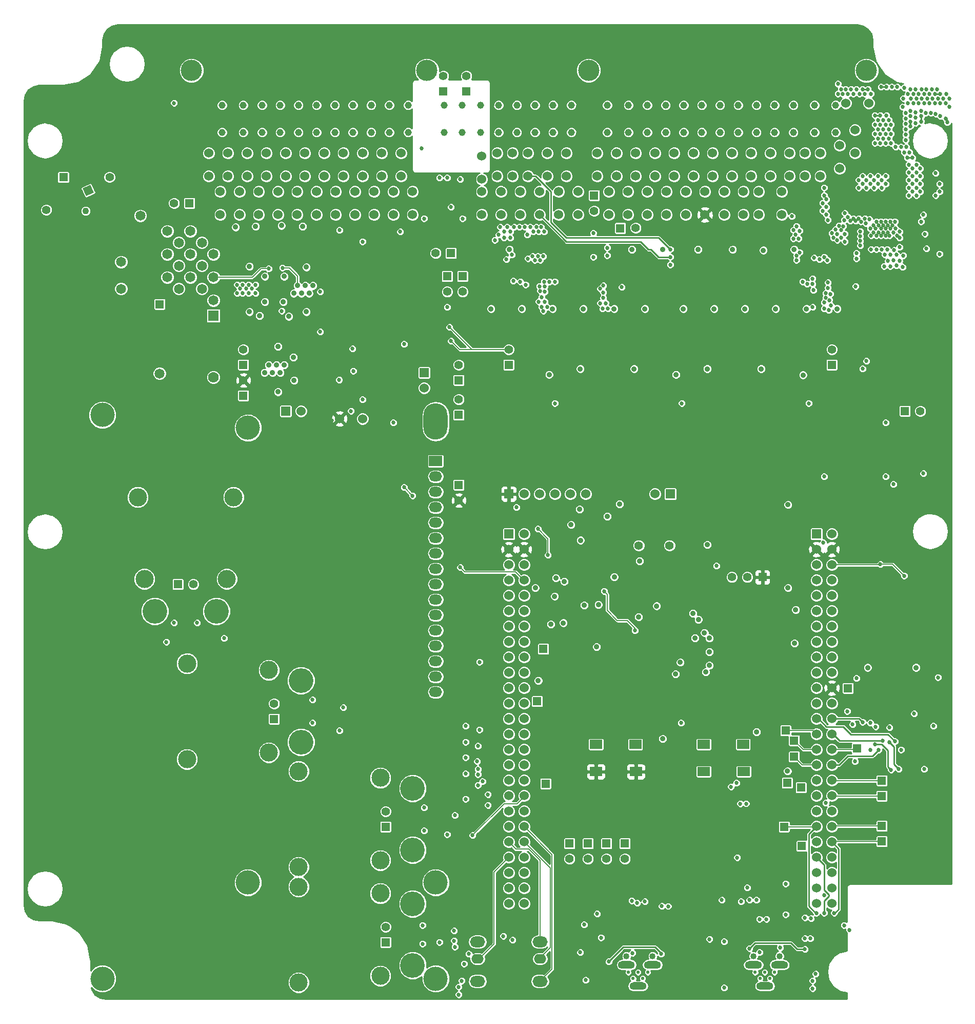
<source format=gbr>
G04 (created by PCBNEW (2013-07-07 BZR 4022)-stable) date 7/10/2014 10:27:13 PM*
%MOIN*%
G04 Gerber Fmt 3.4, Leading zero omitted, Abs format*
%FSLAX34Y34*%
G01*
G70*
G90*
G04 APERTURE LIST*
%ADD10C,0.00393701*%
%ADD11C,0.1575*%
%ADD12O,0.085X0.065*%
%ADD13R,0.085X0.065*%
%ADD14O,0.15748X0.23622*%
%ADD15C,0.06*%
%ADD16C,0.0453*%
%ADD17C,0.1378*%
%ADD18R,0.055X0.055*%
%ADD19C,0.055*%
%ADD20R,0.06X0.06*%
%ADD21C,0.056*%
%ADD22R,0.0787402X0.0590551*%
%ADD23C,0.07*%
%ADD24R,0.07X0.07*%
%ADD25C,0.035*%
%ADD26C,0.022*%
%ADD27O,0.11X0.05*%
%ADD28C,0.04*%
%ADD29O,0.0787X0.063*%
%ADD30O,0.0984X0.0709*%
%ADD31C,0.1181*%
%ADD32C,0.16*%
%ADD33C,0.027*%
%ADD34C,0.043*%
%ADD35C,0.065*%
%ADD36C,0.006*%
%ADD37C,0.0085*%
G04 APERTURE END LIST*
G54D10*
G54D11*
X57295Y-42584D03*
X57295Y-72112D03*
X69500Y-72112D03*
G54D12*
X69500Y-58750D03*
X69500Y-59750D03*
G54D13*
X69500Y-44750D03*
G54D12*
X69500Y-45750D03*
X69500Y-46750D03*
X69500Y-47750D03*
X69500Y-48750D03*
X69500Y-49750D03*
X69500Y-50750D03*
X69500Y-51750D03*
X69500Y-52750D03*
X69500Y-53750D03*
X69500Y-54750D03*
X69500Y-55750D03*
X69500Y-56750D03*
X69500Y-57750D03*
G54D14*
X69500Y-42167D03*
G54D11*
X69500Y-78364D03*
X47845Y-41750D03*
X47846Y-78364D03*
G54D15*
X78000Y-24750D03*
X78000Y-26250D03*
X61000Y-24750D03*
X61000Y-26250D03*
X59750Y-24750D03*
X59750Y-26250D03*
X58500Y-24750D03*
X58500Y-26250D03*
X57250Y-24750D03*
X57250Y-26250D03*
X54750Y-24750D03*
X54750Y-26250D03*
X56000Y-24750D03*
X56000Y-26250D03*
X87000Y-27250D03*
X87000Y-28750D03*
G54D16*
X55621Y-21628D03*
X55621Y-23400D03*
X56998Y-23400D03*
X56998Y-21628D03*
X61762Y-21628D03*
X61762Y-23400D03*
X60581Y-23400D03*
X60581Y-21628D03*
X58219Y-21628D03*
X58219Y-23400D03*
X59400Y-23400D03*
X59400Y-21628D03*
X64124Y-21628D03*
X64124Y-23400D03*
X62943Y-23400D03*
X62943Y-21628D03*
X65305Y-21628D03*
X65305Y-23400D03*
X66486Y-23400D03*
X66486Y-21628D03*
X73592Y-21628D03*
X73592Y-23400D03*
X72411Y-23400D03*
X72411Y-21628D03*
X70049Y-21628D03*
X70049Y-23400D03*
X71230Y-23400D03*
X71230Y-21628D03*
X75955Y-21628D03*
X75955Y-23400D03*
X74774Y-23400D03*
X74774Y-21628D03*
X77136Y-21628D03*
X77136Y-23400D03*
X67707Y-21628D03*
X67707Y-23400D03*
X78317Y-23400D03*
X78317Y-21628D03*
X82036Y-23400D03*
X82036Y-21628D03*
X80658Y-23400D03*
X80658Y-21628D03*
X86801Y-23400D03*
X86801Y-21628D03*
X85620Y-23400D03*
X85620Y-21628D03*
X83258Y-23400D03*
X83258Y-21628D03*
X84439Y-23400D03*
X84439Y-21628D03*
X89163Y-23400D03*
X89163Y-21628D03*
X87982Y-23400D03*
X87982Y-21628D03*
X90344Y-23400D03*
X90344Y-21628D03*
X91525Y-23400D03*
X91525Y-21628D03*
X92746Y-23400D03*
X92746Y-21628D03*
X94124Y-23400D03*
X94124Y-21628D03*
G54D17*
X53632Y-19384D03*
X68927Y-19384D03*
X79439Y-19384D03*
G54D16*
X95502Y-23400D03*
X95502Y-21628D03*
G54D17*
X97490Y-19384D03*
G54D15*
X75500Y-24750D03*
X75500Y-26250D03*
X77500Y-27250D03*
X77500Y-28750D03*
X76750Y-24750D03*
X76750Y-26250D03*
X78750Y-27250D03*
X78750Y-28750D03*
X80750Y-27250D03*
X80750Y-28750D03*
X80000Y-24750D03*
X80000Y-26250D03*
X82000Y-27250D03*
X82000Y-28750D03*
X81250Y-24750D03*
X81250Y-26250D03*
X83250Y-27250D03*
X83250Y-28750D03*
X82500Y-24750D03*
X82500Y-26250D03*
X84500Y-27250D03*
X84500Y-28750D03*
X83750Y-24750D03*
X83750Y-26250D03*
X85750Y-27250D03*
X85750Y-28750D03*
X85000Y-24750D03*
X85000Y-26250D03*
X76250Y-27250D03*
X76250Y-28750D03*
X86250Y-24750D03*
X86250Y-26250D03*
X88250Y-27250D03*
X88250Y-28750D03*
X87500Y-24750D03*
X87500Y-26250D03*
X89500Y-27250D03*
X89500Y-28750D03*
X88750Y-24750D03*
X88750Y-26250D03*
X90500Y-27250D03*
X90500Y-28750D03*
X90000Y-24750D03*
X90000Y-26250D03*
X92000Y-27250D03*
X92000Y-28750D03*
X91250Y-24750D03*
X91250Y-26250D03*
X93500Y-24750D03*
X93500Y-26250D03*
X92500Y-24750D03*
X92500Y-26250D03*
X95750Y-24250D03*
X95750Y-25750D03*
X94500Y-24750D03*
X94500Y-26250D03*
X96750Y-23250D03*
X96750Y-24750D03*
X96150Y-21500D03*
X97650Y-21500D03*
X65500Y-27250D03*
X65500Y-28750D03*
X56750Y-27250D03*
X56750Y-28750D03*
X58000Y-27250D03*
X58000Y-28750D03*
X59250Y-27250D03*
X59250Y-28750D03*
X60500Y-27250D03*
X60500Y-28750D03*
X61750Y-27250D03*
X61750Y-28750D03*
X63000Y-27250D03*
X63000Y-28750D03*
X62250Y-24750D03*
X62250Y-26250D03*
X64250Y-27250D03*
X64250Y-28750D03*
X63500Y-24750D03*
X63500Y-26250D03*
X55500Y-27250D03*
X55500Y-28750D03*
X64750Y-24750D03*
X64750Y-26250D03*
X66750Y-27250D03*
X66750Y-28750D03*
X66000Y-24750D03*
X66000Y-26250D03*
X68000Y-27250D03*
X68000Y-28750D03*
X67250Y-24750D03*
X67250Y-26250D03*
X72500Y-27250D03*
X72500Y-28750D03*
X72500Y-24950D03*
X72500Y-26450D03*
G54D18*
X74250Y-38500D03*
G54D19*
X74250Y-37500D03*
G54D18*
X95250Y-38500D03*
G54D19*
X95250Y-37500D03*
G54D18*
X70500Y-31250D03*
G54D19*
X69500Y-31250D03*
G54D18*
X78200Y-69584D03*
G54D19*
X78200Y-70584D03*
G54D18*
X79400Y-69584D03*
G54D19*
X79400Y-70584D03*
G54D18*
X80600Y-69584D03*
G54D19*
X80600Y-70584D03*
G54D18*
X81800Y-69584D03*
G54D19*
X81800Y-70584D03*
G54D18*
X90750Y-52284D03*
G54D19*
X89750Y-52284D03*
X88750Y-52284D03*
G54D20*
X74250Y-49484D03*
G54D15*
X75250Y-49484D03*
X74250Y-50484D03*
X75250Y-50484D03*
X74250Y-51484D03*
X75250Y-51484D03*
X74250Y-52484D03*
X75250Y-52484D03*
X74250Y-53484D03*
X75250Y-53484D03*
X74250Y-54484D03*
X75250Y-54484D03*
X74250Y-55484D03*
X75250Y-55484D03*
X74250Y-56484D03*
X75250Y-56484D03*
X74250Y-57484D03*
X75250Y-57484D03*
X74250Y-58484D03*
X75250Y-58484D03*
X74250Y-59484D03*
X75250Y-59484D03*
X74250Y-60484D03*
X75250Y-60484D03*
X74250Y-61484D03*
X75250Y-61484D03*
X74250Y-62484D03*
X75250Y-62484D03*
X74250Y-63484D03*
X75250Y-63484D03*
X74250Y-64484D03*
X75250Y-64484D03*
X74250Y-65484D03*
X75250Y-65484D03*
X74250Y-66484D03*
X75250Y-66484D03*
X74250Y-67484D03*
X75250Y-67484D03*
X74250Y-68484D03*
X75250Y-68484D03*
X74250Y-69484D03*
X75250Y-69484D03*
X74250Y-70484D03*
X75250Y-70484D03*
X74250Y-71484D03*
X75250Y-71484D03*
X74250Y-72484D03*
X75250Y-72484D03*
X74250Y-73484D03*
X75250Y-73484D03*
G54D20*
X94250Y-49484D03*
G54D15*
X95250Y-49484D03*
X94250Y-50484D03*
X95250Y-50484D03*
X94250Y-51484D03*
X95250Y-51484D03*
X94250Y-52484D03*
X95250Y-52484D03*
X94250Y-53484D03*
X95250Y-53484D03*
X94250Y-54484D03*
X95250Y-54484D03*
X94250Y-55484D03*
X95250Y-55484D03*
X94250Y-56484D03*
X95250Y-56484D03*
X94250Y-57484D03*
X95250Y-57484D03*
X94250Y-58484D03*
X95250Y-58484D03*
X94250Y-59484D03*
X95250Y-59484D03*
X94250Y-60484D03*
X95250Y-60484D03*
X94250Y-61484D03*
X95250Y-61484D03*
X94250Y-62484D03*
X95250Y-62484D03*
X94250Y-63484D03*
X95250Y-63484D03*
X94250Y-64484D03*
X95250Y-64484D03*
X94250Y-65484D03*
X95250Y-65484D03*
X94250Y-66484D03*
X95250Y-66484D03*
X94250Y-67484D03*
X95250Y-67484D03*
X94250Y-68484D03*
X95250Y-68484D03*
X94250Y-69484D03*
X95250Y-69484D03*
X94250Y-70484D03*
X95250Y-70484D03*
X94250Y-71484D03*
X95250Y-71484D03*
X94250Y-72484D03*
X95250Y-72484D03*
X94250Y-73484D03*
X95250Y-73484D03*
G54D20*
X84750Y-46884D03*
G54D15*
X83750Y-46884D03*
G54D20*
X74250Y-46884D03*
G54D15*
X75250Y-46884D03*
X76250Y-46884D03*
X77250Y-46884D03*
X78250Y-46884D03*
X79250Y-46884D03*
G54D21*
X82700Y-50234D03*
X84700Y-50234D03*
G54D22*
X86920Y-63148D03*
X89479Y-63148D03*
X89518Y-64919D03*
X86920Y-64919D03*
X79920Y-63148D03*
X82479Y-63148D03*
X82518Y-64919D03*
X79920Y-64919D03*
G54D18*
X51556Y-34560D03*
G54D23*
X55056Y-39310D03*
G54D24*
X55056Y-35310D03*
G54D10*
G36*
X46782Y-27541D02*
X46550Y-27043D01*
X47048Y-26810D01*
X47281Y-27309D01*
X46782Y-27541D01*
X46782Y-27541D01*
G37*
G54D19*
X44196Y-28443D03*
G54D18*
X45306Y-26310D03*
G54D19*
X48306Y-26310D03*
G54D18*
X53500Y-28000D03*
G54D19*
X52500Y-28000D03*
G54D20*
X59750Y-41500D03*
G54D15*
X60750Y-41500D03*
G54D18*
X71000Y-41750D03*
G54D19*
X71000Y-40750D03*
G54D18*
X71000Y-39500D03*
G54D19*
X71000Y-38500D03*
G54D25*
X97576Y-58158D03*
X100725Y-58158D03*
G54D18*
X81500Y-29625D03*
G54D19*
X82500Y-29600D03*
G54D18*
X79800Y-27500D03*
G54D19*
X79800Y-28500D03*
G54D18*
X100000Y-41500D03*
G54D19*
X101000Y-41500D03*
G54D18*
X57000Y-38500D03*
G54D19*
X57000Y-37500D03*
G54D18*
X57000Y-40500D03*
G54D19*
X57000Y-39500D03*
G54D20*
X68750Y-39000D03*
G54D15*
X68750Y-40000D03*
X74500Y-24750D03*
X74500Y-26250D03*
X75000Y-27250D03*
X75000Y-28750D03*
X73500Y-24750D03*
X73500Y-26250D03*
X73750Y-27250D03*
X73750Y-28750D03*
G54D26*
X82020Y-77953D03*
X82335Y-78346D03*
X82650Y-77953D03*
X82964Y-78346D03*
X83279Y-77953D03*
G54D27*
X82650Y-78838D03*
X81901Y-77461D03*
X83594Y-77461D03*
G54D28*
X81900Y-76900D03*
X83600Y-76900D03*
X90150Y-76900D03*
X91850Y-76900D03*
G54D26*
X90270Y-77953D03*
X90585Y-78346D03*
X90900Y-77953D03*
X91214Y-78346D03*
X91529Y-77953D03*
G54D27*
X90900Y-78838D03*
X90151Y-77461D03*
X91844Y-77461D03*
G54D18*
X71500Y-20750D03*
G54D19*
X71500Y-19750D03*
G54D18*
X70000Y-20750D03*
G54D19*
X70000Y-19750D03*
G54D29*
X72222Y-77072D03*
X76278Y-77072D03*
G54D30*
X76278Y-75970D03*
X72222Y-75970D03*
X76278Y-78530D03*
X72222Y-78530D03*
G54D18*
X70250Y-32750D03*
G54D19*
X70250Y-33750D03*
G54D18*
X71250Y-32750D03*
G54D19*
X71250Y-33750D03*
G54D15*
X64750Y-42000D03*
X63250Y-42000D03*
G54D18*
X71000Y-46300D03*
G54D19*
X71000Y-47300D03*
G54D18*
X92800Y-62900D03*
X93300Y-69750D03*
X96300Y-59500D03*
X92250Y-62250D03*
X96900Y-63400D03*
X92800Y-63950D03*
X98500Y-65500D03*
X92350Y-65650D03*
X98500Y-66500D03*
X93250Y-65950D03*
X76650Y-65700D03*
X76100Y-60350D03*
X76500Y-56950D03*
X98500Y-68450D03*
X92150Y-68500D03*
X98500Y-69450D03*
G54D31*
X60593Y-78610D03*
X60593Y-72390D03*
X65907Y-78177D03*
X65907Y-72823D03*
G54D18*
X66250Y-76000D03*
G54D19*
X66250Y-75000D03*
G54D32*
X68000Y-77500D03*
X68000Y-73500D03*
G54D31*
X60593Y-71110D03*
X60593Y-64890D03*
X65907Y-70677D03*
X65907Y-65323D03*
G54D18*
X66250Y-68500D03*
G54D19*
X66250Y-67500D03*
G54D32*
X68000Y-70000D03*
X68000Y-66000D03*
G54D31*
X53343Y-64110D03*
X53343Y-57890D03*
X58657Y-63677D03*
X58657Y-58323D03*
G54D18*
X59000Y-61500D03*
G54D19*
X59000Y-60500D03*
G54D32*
X60750Y-59000D03*
X60750Y-63000D03*
G54D31*
X50140Y-47093D03*
X56360Y-47093D03*
X50573Y-52407D03*
X55927Y-52407D03*
G54D18*
X52750Y-52750D03*
G54D19*
X53750Y-52750D03*
G54D32*
X55250Y-54500D03*
X51250Y-54500D03*
G54D25*
X76170Y-59004D03*
X77800Y-55259D03*
G54D33*
X84750Y-32000D03*
X72750Y-33750D03*
X101250Y-65500D03*
X70400Y-17600D03*
X71800Y-17600D03*
X93000Y-40250D03*
X84000Y-41000D03*
X75800Y-41000D03*
X68400Y-33400D03*
X71500Y-30250D03*
X68500Y-30250D03*
X88900Y-73100D03*
X88300Y-71650D03*
X68100Y-37850D03*
X62800Y-40550D03*
X62750Y-42100D03*
X76950Y-33950D03*
X77300Y-33950D03*
X75100Y-33950D03*
X74600Y-32350D03*
X93000Y-33632D03*
X45250Y-38750D03*
X45500Y-39000D03*
X45750Y-39250D03*
X46000Y-39500D03*
X45000Y-38500D03*
X44750Y-38250D03*
X69600Y-27450D03*
G54D25*
X77175Y-50459D03*
X81700Y-59559D03*
X88975Y-61609D03*
X88850Y-53934D03*
X84150Y-65784D03*
X81185Y-54384D03*
X83522Y-54423D03*
G54D33*
X72250Y-65800D03*
X64750Y-40750D03*
X64000Y-41500D03*
X67200Y-29850D03*
X63250Y-29750D03*
X67450Y-46450D03*
X68000Y-47000D03*
X71100Y-51650D03*
G54D34*
X46750Y-28500D03*
G54D25*
X83866Y-54158D03*
X75975Y-52984D03*
X80073Y-54068D03*
X77850Y-52564D03*
X77235Y-53529D03*
G54D33*
X52500Y-55250D03*
X68750Y-68750D03*
X61500Y-61750D03*
X99600Y-64750D03*
X99000Y-63000D03*
X68650Y-76100D03*
X99950Y-52200D03*
X99000Y-62050D03*
X98400Y-51450D03*
X97250Y-38750D03*
X84750Y-31500D03*
X98750Y-42250D03*
X97500Y-38250D03*
X84750Y-31000D03*
X97750Y-61750D03*
X97750Y-63500D03*
X101200Y-45550D03*
X96250Y-61000D03*
X62000Y-33750D03*
X59500Y-35000D03*
X96050Y-74900D03*
X71450Y-66700D03*
X71450Y-65050D03*
X73900Y-75600D03*
X96400Y-75200D03*
G54D25*
X85400Y-57821D03*
G54D33*
X71450Y-64000D03*
X71450Y-61950D03*
X71450Y-63000D03*
G54D25*
X58400Y-32755D03*
X57400Y-32105D03*
X61100Y-32155D03*
X59650Y-32755D03*
X60250Y-38005D03*
X59250Y-37305D03*
X86225Y-54634D03*
X86576Y-55038D03*
G54D33*
X80450Y-53200D03*
X76800Y-50850D03*
X82450Y-55750D03*
X74750Y-47750D03*
X76150Y-49150D03*
X101400Y-30950D03*
X101050Y-29200D03*
X99850Y-21750D03*
X102250Y-31300D03*
X98300Y-63500D03*
X91000Y-74500D03*
X90550Y-74500D03*
X94700Y-50050D03*
X94750Y-72950D03*
G54D25*
X92825Y-56584D03*
G54D33*
X84610Y-73660D03*
X89680Y-66990D03*
X88700Y-65900D03*
X82250Y-73300D03*
X89050Y-65650D03*
X83100Y-73350D03*
X82300Y-76700D03*
X89300Y-67000D03*
X84200Y-73650D03*
X72250Y-65100D03*
X72900Y-66400D03*
X72550Y-65550D03*
X72900Y-67100D03*
X52000Y-56500D03*
X63250Y-62250D03*
X70250Y-69000D03*
X69750Y-76000D03*
X99750Y-63500D03*
X70750Y-76300D03*
X98550Y-62900D03*
G54D25*
X87284Y-56253D03*
G54D33*
X99350Y-62950D03*
X94850Y-66950D03*
X93850Y-75750D03*
X93900Y-74450D03*
X74500Y-75850D03*
X70250Y-34750D03*
X78900Y-76650D03*
X93500Y-74400D03*
X93500Y-75750D03*
G54D25*
X90350Y-62334D03*
X85095Y-58580D03*
X87289Y-58019D03*
X87058Y-58451D03*
X87289Y-57143D03*
G54D33*
X72250Y-63250D03*
X72200Y-64250D03*
X72250Y-64750D03*
X72350Y-57800D03*
X72350Y-62200D03*
X70700Y-75900D03*
X71900Y-69050D03*
X71650Y-76750D03*
X70700Y-75250D03*
X55750Y-56250D03*
X63500Y-60750D03*
X70750Y-67750D03*
X80750Y-77250D03*
X84150Y-76750D03*
X89900Y-76400D03*
X93500Y-76450D03*
X99100Y-64800D03*
X98050Y-63150D03*
X71350Y-77400D03*
X97250Y-61700D03*
X94200Y-78050D03*
X94250Y-74100D03*
X71200Y-78500D03*
G54D25*
X86969Y-55895D03*
G54D33*
X94750Y-74100D03*
X94000Y-78500D03*
X71000Y-78900D03*
X95400Y-74100D03*
X94000Y-79000D03*
X71000Y-79400D03*
G54D25*
X86351Y-56242D03*
G54D33*
X87750Y-51550D03*
X54000Y-55250D03*
X68750Y-67250D03*
X61500Y-60250D03*
X99400Y-24350D03*
X100150Y-25050D03*
X100300Y-24700D03*
X99950Y-24700D03*
X100100Y-24350D03*
X99750Y-24350D03*
X100500Y-25050D03*
X98750Y-23500D03*
X98400Y-23500D03*
X98800Y-22300D03*
X98950Y-22600D03*
X98600Y-22600D03*
X98250Y-22600D03*
X98050Y-22900D03*
X98400Y-22900D03*
X98750Y-22900D03*
X99100Y-22900D03*
X98950Y-23200D03*
X98600Y-23200D03*
X98250Y-23200D03*
X98050Y-23500D03*
X100050Y-23200D03*
X100050Y-22850D03*
X100050Y-22500D03*
X100050Y-22150D03*
X102300Y-22350D03*
X102000Y-22200D03*
X100700Y-22450D03*
X100700Y-22800D03*
X100350Y-22700D03*
X100350Y-23000D03*
X100350Y-22350D03*
X100350Y-22000D03*
X100700Y-22100D03*
X101050Y-22000D03*
X101050Y-22350D03*
X101050Y-22700D03*
X101350Y-22150D03*
X101700Y-22150D03*
X102650Y-22500D03*
X102750Y-22750D03*
X100050Y-23550D03*
X100050Y-23900D03*
X99100Y-23500D03*
X98950Y-23800D03*
X98600Y-23800D03*
X98250Y-23800D03*
X98050Y-24100D03*
X98400Y-24100D03*
X98750Y-24100D03*
X98400Y-22300D03*
X98050Y-22300D03*
X102300Y-21500D03*
X102650Y-21500D03*
X100550Y-21500D03*
X100200Y-21500D03*
X99900Y-21200D03*
X101950Y-21500D03*
X101600Y-21500D03*
X101250Y-21500D03*
X100900Y-21500D03*
X101450Y-21200D03*
X101800Y-21200D03*
X101100Y-21200D03*
X100750Y-21200D03*
X100400Y-21200D03*
X100200Y-20900D03*
X100550Y-20900D03*
X100900Y-20900D03*
X99950Y-20500D03*
X100350Y-20600D03*
X100700Y-20600D03*
X101100Y-20600D03*
X101400Y-20600D03*
X101750Y-20600D03*
X102100Y-20600D03*
X102700Y-20900D03*
X102300Y-20900D03*
X101950Y-20900D03*
X101600Y-20900D03*
X101250Y-20900D03*
X99500Y-20450D03*
X99150Y-20450D03*
X102900Y-21750D03*
X102900Y-21200D03*
X102500Y-21200D03*
X102150Y-21200D03*
X97800Y-20900D03*
X97400Y-20900D03*
X97050Y-20900D03*
X96650Y-20900D03*
X95650Y-20900D03*
X95650Y-20250D03*
X95850Y-20600D03*
X95950Y-20900D03*
X96300Y-20900D03*
X96150Y-20600D03*
X96500Y-20600D03*
X97600Y-20600D03*
X97250Y-20600D03*
X96850Y-20600D03*
X98800Y-20450D03*
X98450Y-20450D03*
X102250Y-26750D03*
X102250Y-27250D03*
X102000Y-27500D03*
X99200Y-29450D03*
X98900Y-29450D03*
X98600Y-29450D03*
X98300Y-29450D03*
X97950Y-29450D03*
X98150Y-29200D03*
X98450Y-29200D03*
X98750Y-29200D03*
X99050Y-29200D03*
X99350Y-29200D03*
X97800Y-30100D03*
X98150Y-30100D03*
X98450Y-30100D03*
X98750Y-30100D03*
X99000Y-30100D03*
X99250Y-29900D03*
X98900Y-29900D03*
X98600Y-29900D03*
X98300Y-29900D03*
X97950Y-29900D03*
X97750Y-29650D03*
X98100Y-29650D03*
X98450Y-29650D03*
X98750Y-29650D03*
X99050Y-29650D03*
X99400Y-29650D03*
X99650Y-29850D03*
X99500Y-30100D03*
X99650Y-30250D03*
X68650Y-74900D03*
X99100Y-24100D03*
X98100Y-62000D03*
X102150Y-58800D03*
X96850Y-58850D03*
X96600Y-61850D03*
X101850Y-61950D03*
X100600Y-61150D03*
X64150Y-38900D03*
X67450Y-37150D03*
X64100Y-37450D03*
X63225Y-39475D03*
X80000Y-74150D03*
X79150Y-74850D03*
X101250Y-64750D03*
X96750Y-64250D03*
X88250Y-78950D03*
X88250Y-75950D03*
X82600Y-73450D03*
X85500Y-41000D03*
X93750Y-41000D03*
X77250Y-41000D03*
X59550Y-32200D03*
G54D35*
X54306Y-32060D03*
X55056Y-32810D03*
G54D33*
X58650Y-32250D03*
X70500Y-36950D03*
X70400Y-36050D03*
X85450Y-61750D03*
X76500Y-31450D03*
X76300Y-31700D03*
X75950Y-31700D03*
X75500Y-31600D03*
X75800Y-31450D03*
X76150Y-31450D03*
X87300Y-75800D03*
X92250Y-72200D03*
X92250Y-74200D03*
X89900Y-73250D03*
X94750Y-45750D03*
X98750Y-45750D03*
X56600Y-33300D03*
X56950Y-33300D03*
X57350Y-33300D03*
X57800Y-33300D03*
X57550Y-33550D03*
X57200Y-33550D03*
X56800Y-33555D03*
X56600Y-33850D03*
X56950Y-33850D03*
X57350Y-33850D03*
X57800Y-33850D03*
X62000Y-36350D03*
X70500Y-28250D03*
X68750Y-29000D03*
X71250Y-29000D03*
X91900Y-76350D03*
X89100Y-70500D03*
X89350Y-73350D03*
X89750Y-72450D03*
X88100Y-73250D03*
X79250Y-78450D03*
X80250Y-75700D03*
X99250Y-46250D03*
X73350Y-30400D03*
X73600Y-30050D03*
X73700Y-29550D03*
X74150Y-29550D03*
X73950Y-29850D03*
X73950Y-30250D03*
X74350Y-30250D03*
X74350Y-29850D03*
X74600Y-29550D03*
X74950Y-29550D03*
X75300Y-29550D03*
X75650Y-29550D03*
X76050Y-29550D03*
X76350Y-29550D03*
X76550Y-29850D03*
X76200Y-29850D03*
X75850Y-29850D03*
X75450Y-30050D03*
X64750Y-30500D03*
X66750Y-42250D03*
X79750Y-29950D03*
X81600Y-33450D03*
X80700Y-34850D03*
X80350Y-34850D03*
X80200Y-34500D03*
X80550Y-34500D03*
X80400Y-34150D03*
X80400Y-33800D03*
X80200Y-33550D03*
X80400Y-33350D03*
X74100Y-31650D03*
X74450Y-31350D03*
X80650Y-30900D03*
X80650Y-31400D03*
X76500Y-35000D03*
X76400Y-34750D03*
X76750Y-34750D03*
X76200Y-34400D03*
X76600Y-34400D03*
X76400Y-34100D03*
X76300Y-33700D03*
X76600Y-33750D03*
X76600Y-33400D03*
X77250Y-33100D03*
X76900Y-33100D03*
X76550Y-33100D03*
X76250Y-33400D03*
X74550Y-33050D03*
X75000Y-33100D03*
X75350Y-33300D03*
X93100Y-30300D03*
X92750Y-30300D03*
X92900Y-30050D03*
X93150Y-29800D03*
X92750Y-29750D03*
X92950Y-29500D03*
X92650Y-28850D03*
X96800Y-33400D03*
G54D25*
X93600Y-34857D03*
X92800Y-31007D03*
G54D33*
X92950Y-31700D03*
X92950Y-31400D03*
X93150Y-31200D03*
X94000Y-32900D03*
X94100Y-31550D03*
X94450Y-31650D03*
X94750Y-31500D03*
X94950Y-31700D03*
X94000Y-33250D03*
X93350Y-33100D03*
X93650Y-33250D03*
X94050Y-33650D03*
X94750Y-34850D03*
X95050Y-34950D03*
X95200Y-34650D03*
X94750Y-34450D03*
X95100Y-34300D03*
X94850Y-34150D03*
X95150Y-33900D03*
X94850Y-33850D03*
X95000Y-33150D03*
X95000Y-33500D03*
X101300Y-30000D03*
X99850Y-32150D03*
X99900Y-31400D03*
X99650Y-31750D03*
X99450Y-32050D03*
X99050Y-32100D03*
X98650Y-32100D03*
X98900Y-31750D03*
X99250Y-31700D03*
X99650Y-30850D03*
X99450Y-31350D03*
X99300Y-31050D03*
X99050Y-31350D03*
X98700Y-31350D03*
X98850Y-31000D03*
X98500Y-31000D03*
X98150Y-31000D03*
X97800Y-31000D03*
X97700Y-29050D03*
X97450Y-29300D03*
X97400Y-29000D03*
X97150Y-29200D03*
X97000Y-29000D03*
X96800Y-29150D03*
X96650Y-29000D03*
X96450Y-29150D03*
X96300Y-28900D03*
X96100Y-28650D03*
X96050Y-29100D03*
X96850Y-31600D03*
X96850Y-31250D03*
X97100Y-30750D03*
X97100Y-30450D03*
X97100Y-30150D03*
X97100Y-29837D03*
X96100Y-30500D03*
X96100Y-30000D03*
X96000Y-29500D03*
X95850Y-29750D03*
X95600Y-30000D03*
X95850Y-30250D03*
X95713Y-29463D03*
X95500Y-29700D03*
X95240Y-29950D03*
X95347Y-30252D03*
X95600Y-30400D03*
X95000Y-29100D03*
X94750Y-27000D03*
X94750Y-27500D03*
X94650Y-28500D03*
X94650Y-28000D03*
X94900Y-27750D03*
X94900Y-28250D03*
X94900Y-28750D03*
X101000Y-27250D03*
X101000Y-26750D03*
X101000Y-26250D03*
X101000Y-25750D03*
X100750Y-25500D03*
X100750Y-26000D03*
X100750Y-26500D03*
X100750Y-27000D03*
X100250Y-27500D03*
X100750Y-27500D03*
X100500Y-27250D03*
X100500Y-26750D03*
X100500Y-26250D03*
X100500Y-25750D03*
X100250Y-25500D03*
X100250Y-26000D03*
X100250Y-26500D03*
X100250Y-27000D03*
X98750Y-26250D03*
X98250Y-26250D03*
X97750Y-26250D03*
X97250Y-26250D03*
X97000Y-26500D03*
X97500Y-26500D03*
X98000Y-26500D03*
X98500Y-26500D03*
X98750Y-26750D03*
X98500Y-27000D03*
X98250Y-26750D03*
X98000Y-27000D03*
X97750Y-26750D03*
X97500Y-27000D03*
X97250Y-26750D03*
X97000Y-27000D03*
X79750Y-31500D03*
X94000Y-34750D03*
X52500Y-21500D03*
G54D25*
X92370Y-64884D03*
X77310Y-52344D03*
X79961Y-56815D03*
X92400Y-52984D03*
X92900Y-54409D03*
X87150Y-50184D03*
X82750Y-51234D03*
X92400Y-47584D03*
X81107Y-52276D03*
X78300Y-48884D03*
X81450Y-47534D03*
X80650Y-48334D03*
X78850Y-47884D03*
X78914Y-49892D03*
G54D35*
X51556Y-39060D03*
X49056Y-33560D03*
X49056Y-31810D03*
X52056Y-31310D03*
X52056Y-29810D03*
X53556Y-29810D03*
X52806Y-30560D03*
X53556Y-31310D03*
X52806Y-32060D03*
X52056Y-32810D03*
X52806Y-33560D03*
X53556Y-32810D03*
X55056Y-34310D03*
X54306Y-33560D03*
X55056Y-31310D03*
X54306Y-30560D03*
X50306Y-28810D03*
G54D25*
X90800Y-31057D03*
X88800Y-31007D03*
X86550Y-31007D03*
X84250Y-31007D03*
X82250Y-31007D03*
X74300Y-31007D03*
X78900Y-38757D03*
X73100Y-34857D03*
X75100Y-34857D03*
X77100Y-34857D03*
X79100Y-34857D03*
X81100Y-34857D03*
X83100Y-34857D03*
X85600Y-34857D03*
X87600Y-34857D03*
X89600Y-34857D03*
X91600Y-34857D03*
X82400Y-38757D03*
X87150Y-38757D03*
X90650Y-38757D03*
X95600Y-34857D03*
X93375Y-39157D03*
X85125Y-39132D03*
X76875Y-39132D03*
X60275Y-33855D03*
X60525Y-33355D03*
X60775Y-33855D03*
X61025Y-33355D03*
X61275Y-33855D03*
X61525Y-33355D03*
X59650Y-38505D03*
X59400Y-39005D03*
X59150Y-38505D03*
X58900Y-39005D03*
X58650Y-38505D03*
X58375Y-39005D03*
X57800Y-29505D03*
X59475Y-29455D03*
X60850Y-29505D03*
X56500Y-29555D03*
X58050Y-35305D03*
X59950Y-35355D03*
X59600Y-34405D03*
X58400Y-34405D03*
X57400Y-35055D03*
X61100Y-35055D03*
X59250Y-40255D03*
X60300Y-39505D03*
G54D33*
X101200Y-28750D03*
X102000Y-26050D03*
X90550Y-76650D03*
X90350Y-73250D03*
X68600Y-24450D03*
X70250Y-26350D03*
X69750Y-26350D03*
X71100Y-26450D03*
G54D25*
X82689Y-54867D03*
X79150Y-54115D03*
X76993Y-55349D03*
X84250Y-62784D03*
G54D36*
X75250Y-52484D02*
X75234Y-52484D01*
X68000Y-47000D02*
X67450Y-46450D01*
X71400Y-51950D02*
X71100Y-51650D01*
X74700Y-51950D02*
X71400Y-51950D01*
X75234Y-52484D02*
X74700Y-51950D01*
G54D37*
X99300Y-64450D02*
X99600Y-64750D01*
X99300Y-63300D02*
X99300Y-64450D01*
X99000Y-63000D02*
X99300Y-63300D01*
G54D36*
X98400Y-51450D02*
X99200Y-51450D01*
X99200Y-51450D02*
X99950Y-52200D01*
X95250Y-51484D02*
X98366Y-51484D01*
X98366Y-51484D02*
X98400Y-51450D01*
G54D37*
X78000Y-30500D02*
X76250Y-28750D01*
X84750Y-31500D02*
X84000Y-31500D01*
X84000Y-31500D02*
X83500Y-31000D01*
X83500Y-31000D02*
X83329Y-31000D01*
X83329Y-31000D02*
X82829Y-30500D01*
X82829Y-30500D02*
X78000Y-30500D01*
X84750Y-31000D02*
X84000Y-30250D01*
X84000Y-30250D02*
X78000Y-30250D01*
X78000Y-30250D02*
X77000Y-29250D01*
X77000Y-29250D02*
X77000Y-27250D01*
X77000Y-27250D02*
X76000Y-26250D01*
X76000Y-26250D02*
X75500Y-26250D01*
G54D36*
X76800Y-50850D02*
X76800Y-49800D01*
X82450Y-55600D02*
X81950Y-55100D01*
X81950Y-55100D02*
X81300Y-55100D01*
X81300Y-55100D02*
X80650Y-54450D01*
X80650Y-54450D02*
X80650Y-53400D01*
X80650Y-53400D02*
X80450Y-53200D01*
X82450Y-55750D02*
X82450Y-55600D01*
X76800Y-49800D02*
X76150Y-49150D01*
X92250Y-62250D02*
X94016Y-62250D01*
X94016Y-62250D02*
X94250Y-62484D01*
G54D37*
X95250Y-64484D02*
X95716Y-64484D01*
X97900Y-63900D02*
X98300Y-63500D01*
X96300Y-63900D02*
X97900Y-63900D01*
X95716Y-64484D02*
X96300Y-63900D01*
G54D36*
X98500Y-68450D02*
X95284Y-68450D01*
X95284Y-68450D02*
X95250Y-68484D01*
G54D37*
X95250Y-62484D02*
X95334Y-62484D01*
X95750Y-62900D02*
X98550Y-62900D01*
X95334Y-62484D02*
X95750Y-62900D01*
X94250Y-61484D02*
X94384Y-61484D01*
X98900Y-62500D02*
X99350Y-62950D01*
X96500Y-62500D02*
X98900Y-62500D01*
X96000Y-62000D02*
X96500Y-62500D01*
X94900Y-62000D02*
X96000Y-62000D01*
X94384Y-61484D02*
X94900Y-62000D01*
G54D36*
X98500Y-66500D02*
X95266Y-66500D01*
X95266Y-66500D02*
X95250Y-66484D01*
X76278Y-77072D02*
X76278Y-77022D01*
X76950Y-71184D02*
X75250Y-69484D01*
X76950Y-76350D02*
X76950Y-71184D01*
X76278Y-77022D02*
X76950Y-76350D01*
X72222Y-77072D02*
X72327Y-77072D01*
X73300Y-71434D02*
X74250Y-70484D01*
X73300Y-76100D02*
X73300Y-71434D01*
X72327Y-77072D02*
X73300Y-76100D01*
X98500Y-65500D02*
X95266Y-65500D01*
X95266Y-65500D02*
X95250Y-65484D01*
X94250Y-64484D02*
X93334Y-64484D01*
X93334Y-64484D02*
X92800Y-63950D01*
X94250Y-63484D02*
X93384Y-63484D01*
X93384Y-63484D02*
X92800Y-62900D01*
X95250Y-63484D02*
X96816Y-63484D01*
X96816Y-63484D02*
X96900Y-63400D01*
X76278Y-78530D02*
X76278Y-78522D01*
X77070Y-70304D02*
X75250Y-68484D01*
X77070Y-77729D02*
X77070Y-70304D01*
X76278Y-78522D02*
X77070Y-77729D01*
X76278Y-75970D02*
X76278Y-70681D01*
X74716Y-69950D02*
X74250Y-69484D01*
X75546Y-69950D02*
X74716Y-69950D01*
X76278Y-70681D02*
X75546Y-69950D01*
X75250Y-66484D02*
X75250Y-66550D01*
X73950Y-67000D02*
X71900Y-69050D01*
X74800Y-67000D02*
X73950Y-67000D01*
X75250Y-66550D02*
X74800Y-67000D01*
G54D37*
X80750Y-77250D02*
X81700Y-76300D01*
X81700Y-76300D02*
X83750Y-76300D01*
X83750Y-76300D02*
X84150Y-76700D01*
X84150Y-76700D02*
X84150Y-76750D01*
X89900Y-76400D02*
X90250Y-76050D01*
X90250Y-76050D02*
X92600Y-76050D01*
X92600Y-76050D02*
X93000Y-76450D01*
X93000Y-76450D02*
X93500Y-76450D01*
X99100Y-64800D02*
X98900Y-64600D01*
X98900Y-64600D02*
X98900Y-63550D01*
X98900Y-63550D02*
X98500Y-63150D01*
X98500Y-63150D02*
X98050Y-63150D01*
X95250Y-61484D02*
X97034Y-61484D01*
X97034Y-61484D02*
X97250Y-61700D01*
X94250Y-74100D02*
X94200Y-74100D01*
X93750Y-68984D02*
X94250Y-68484D01*
X93750Y-73650D02*
X93750Y-68984D01*
X94200Y-74100D02*
X93750Y-73650D01*
G54D36*
X92150Y-68500D02*
X94234Y-68500D01*
X94234Y-68500D02*
X94250Y-68484D01*
G54D37*
X94750Y-74100D02*
X94750Y-73300D01*
X94750Y-70984D02*
X94250Y-70484D01*
X94750Y-72600D02*
X94750Y-70984D01*
X95050Y-72900D02*
X94750Y-72600D01*
X95050Y-73000D02*
X95050Y-72900D01*
X94750Y-73300D02*
X95050Y-73000D01*
X95400Y-74100D02*
X95450Y-74100D01*
X95700Y-69934D02*
X95250Y-69484D01*
X95700Y-73850D02*
X95700Y-69934D01*
X95450Y-74100D02*
X95700Y-73850D01*
G54D36*
X98500Y-69450D02*
X95284Y-69450D01*
X95284Y-69450D02*
X95250Y-69484D01*
G54D37*
X100150Y-25050D02*
X100500Y-25050D01*
X100350Y-22700D02*
X100350Y-23000D01*
X101050Y-22350D02*
X101050Y-22700D01*
X102750Y-22600D02*
X102750Y-22750D01*
X102650Y-22500D02*
X102750Y-22600D01*
X98400Y-22300D02*
X98050Y-22300D01*
X101950Y-20900D02*
X102300Y-20900D01*
X97250Y-20600D02*
X97600Y-20600D01*
X98800Y-20450D02*
X98450Y-20450D01*
G54D36*
X60525Y-33355D02*
X60525Y-32725D01*
X60000Y-32200D02*
X59550Y-32200D01*
X60525Y-32725D02*
X60000Y-32200D01*
X55056Y-32810D02*
X57589Y-32810D01*
X58150Y-32250D02*
X58650Y-32250D01*
X57589Y-32810D02*
X58150Y-32250D01*
X74250Y-37500D02*
X71050Y-37500D01*
X71050Y-37500D02*
X70500Y-36950D01*
X74250Y-37500D02*
X71850Y-37500D01*
X71850Y-37500D02*
X70400Y-36050D01*
G54D10*
G36*
X103010Y-72207D02*
X102820Y-72207D01*
X102820Y-49348D01*
X102820Y-49309D01*
X102820Y-49270D01*
X102820Y-49270D01*
X102820Y-49269D01*
X102745Y-48894D01*
X102745Y-48892D01*
X102715Y-48819D01*
X102512Y-48516D01*
X102512Y-31248D01*
X102512Y-27198D01*
X102472Y-27101D01*
X102398Y-27027D01*
X102332Y-26999D01*
X102398Y-26972D01*
X102472Y-26898D01*
X102512Y-26802D01*
X102512Y-26698D01*
X102472Y-26601D01*
X102398Y-26527D01*
X102302Y-26487D01*
X102262Y-26487D01*
X102262Y-25998D01*
X102222Y-25901D01*
X102148Y-25827D01*
X102052Y-25787D01*
X101948Y-25787D01*
X101851Y-25827D01*
X101777Y-25901D01*
X101737Y-25997D01*
X101737Y-26101D01*
X101777Y-26198D01*
X101851Y-26272D01*
X101947Y-26312D01*
X102051Y-26312D01*
X102148Y-26272D01*
X102222Y-26198D01*
X102262Y-26102D01*
X102262Y-25998D01*
X102262Y-26487D01*
X102198Y-26487D01*
X102101Y-26527D01*
X102027Y-26601D01*
X101987Y-26697D01*
X101987Y-26801D01*
X102027Y-26898D01*
X102101Y-26972D01*
X102167Y-27000D01*
X102101Y-27027D01*
X102027Y-27101D01*
X101987Y-27197D01*
X101987Y-27237D01*
X101948Y-27237D01*
X101851Y-27277D01*
X101777Y-27351D01*
X101737Y-27447D01*
X101737Y-27551D01*
X101777Y-27648D01*
X101851Y-27722D01*
X101947Y-27762D01*
X102051Y-27762D01*
X102148Y-27722D01*
X102222Y-27648D01*
X102262Y-27552D01*
X102262Y-27512D01*
X102301Y-27512D01*
X102398Y-27472D01*
X102472Y-27398D01*
X102512Y-27302D01*
X102512Y-27198D01*
X102512Y-31248D01*
X102472Y-31151D01*
X102398Y-31077D01*
X102302Y-31037D01*
X102198Y-31037D01*
X102101Y-31077D01*
X102027Y-31151D01*
X101987Y-31247D01*
X101987Y-31351D01*
X102027Y-31448D01*
X102101Y-31522D01*
X102197Y-31562D01*
X102301Y-31562D01*
X102398Y-31522D01*
X102472Y-31448D01*
X102512Y-31352D01*
X102512Y-31248D01*
X102512Y-48516D01*
X102501Y-48500D01*
X102445Y-48444D01*
X102444Y-48443D01*
X102126Y-48231D01*
X102053Y-48200D01*
X102051Y-48200D01*
X101677Y-48126D01*
X101676Y-48125D01*
X101662Y-48125D01*
X101662Y-30898D01*
X101622Y-30801D01*
X101562Y-30741D01*
X101562Y-29948D01*
X101522Y-29851D01*
X101462Y-29791D01*
X101462Y-28698D01*
X101422Y-28601D01*
X101348Y-28527D01*
X101252Y-28487D01*
X101148Y-28487D01*
X101051Y-28527D01*
X100977Y-28601D01*
X100937Y-28697D01*
X100937Y-28801D01*
X100977Y-28898D01*
X101016Y-28937D01*
X100998Y-28937D01*
X100901Y-28977D01*
X100827Y-29051D01*
X100787Y-29147D01*
X100787Y-29251D01*
X100827Y-29348D01*
X100901Y-29422D01*
X100997Y-29462D01*
X101101Y-29462D01*
X101198Y-29422D01*
X101272Y-29348D01*
X101312Y-29252D01*
X101312Y-29148D01*
X101272Y-29051D01*
X101233Y-29012D01*
X101251Y-29012D01*
X101348Y-28972D01*
X101422Y-28898D01*
X101462Y-28802D01*
X101462Y-28698D01*
X101462Y-29791D01*
X101448Y-29777D01*
X101352Y-29737D01*
X101248Y-29737D01*
X101151Y-29777D01*
X101077Y-29851D01*
X101037Y-29947D01*
X101037Y-30051D01*
X101077Y-30148D01*
X101151Y-30222D01*
X101247Y-30262D01*
X101351Y-30262D01*
X101448Y-30222D01*
X101522Y-30148D01*
X101562Y-30052D01*
X101562Y-29948D01*
X101562Y-30741D01*
X101548Y-30727D01*
X101452Y-30687D01*
X101348Y-30687D01*
X101251Y-30727D01*
X101177Y-30801D01*
X101137Y-30897D01*
X101137Y-31001D01*
X101177Y-31098D01*
X101251Y-31172D01*
X101347Y-31212D01*
X101451Y-31212D01*
X101548Y-31172D01*
X101622Y-31098D01*
X101662Y-31002D01*
X101662Y-30898D01*
X101662Y-48125D01*
X101597Y-48125D01*
X101462Y-48152D01*
X101462Y-45498D01*
X101422Y-45401D01*
X101402Y-45381D01*
X101402Y-41420D01*
X101341Y-41272D01*
X101228Y-41158D01*
X101080Y-41097D01*
X100920Y-41097D01*
X100772Y-41158D01*
X100658Y-41271D01*
X100597Y-41419D01*
X100597Y-41579D01*
X100658Y-41727D01*
X100771Y-41841D01*
X100919Y-41902D01*
X101079Y-41902D01*
X101227Y-41841D01*
X101341Y-41728D01*
X101402Y-41580D01*
X101402Y-41420D01*
X101402Y-45381D01*
X101348Y-45327D01*
X101252Y-45287D01*
X101148Y-45287D01*
X101051Y-45327D01*
X100977Y-45401D01*
X100937Y-45497D01*
X100937Y-45601D01*
X100977Y-45698D01*
X101051Y-45772D01*
X101147Y-45812D01*
X101251Y-45812D01*
X101348Y-45772D01*
X101422Y-45698D01*
X101462Y-45602D01*
X101462Y-45498D01*
X101462Y-48152D01*
X101221Y-48200D01*
X101220Y-48200D01*
X101147Y-48230D01*
X100827Y-48444D01*
X100771Y-48500D01*
X100771Y-48502D01*
X100558Y-48819D01*
X100528Y-48892D01*
X100528Y-48894D01*
X100453Y-49269D01*
X100453Y-49270D01*
X100453Y-49270D01*
X100453Y-49309D01*
X100453Y-49348D01*
X100453Y-49349D01*
X100453Y-49349D01*
X100528Y-49724D01*
X100528Y-49726D01*
X100558Y-49799D01*
X100771Y-50116D01*
X100771Y-50118D01*
X100827Y-50174D01*
X101147Y-50388D01*
X101220Y-50418D01*
X101221Y-50418D01*
X101597Y-50493D01*
X101676Y-50493D01*
X101677Y-50492D01*
X102051Y-50418D01*
X102053Y-50418D01*
X102126Y-50387D01*
X102444Y-50175D01*
X102445Y-50174D01*
X102501Y-50118D01*
X102715Y-49799D01*
X102745Y-49726D01*
X102745Y-49724D01*
X102820Y-49349D01*
X102820Y-49348D01*
X102820Y-49348D01*
X102820Y-72207D01*
X102412Y-72207D01*
X102412Y-58748D01*
X102372Y-58651D01*
X102298Y-58577D01*
X102202Y-58537D01*
X102098Y-58537D01*
X102001Y-58577D01*
X101927Y-58651D01*
X101887Y-58747D01*
X101887Y-58851D01*
X101927Y-58948D01*
X102001Y-59022D01*
X102097Y-59062D01*
X102201Y-59062D01*
X102298Y-59022D01*
X102372Y-58948D01*
X102412Y-58852D01*
X102412Y-58748D01*
X102412Y-72207D01*
X102112Y-72207D01*
X102112Y-61898D01*
X102072Y-61801D01*
X101998Y-61727D01*
X101902Y-61687D01*
X101798Y-61687D01*
X101701Y-61727D01*
X101627Y-61801D01*
X101587Y-61897D01*
X101587Y-62001D01*
X101627Y-62098D01*
X101701Y-62172D01*
X101797Y-62212D01*
X101901Y-62212D01*
X101998Y-62172D01*
X102072Y-62098D01*
X102112Y-62002D01*
X102112Y-61898D01*
X102112Y-72207D01*
X101512Y-72207D01*
X101512Y-64698D01*
X101472Y-64601D01*
X101398Y-64527D01*
X101302Y-64487D01*
X101198Y-64487D01*
X101101Y-64527D01*
X101028Y-64600D01*
X101028Y-58098D01*
X100982Y-57987D01*
X100897Y-57902D01*
X100786Y-57856D01*
X100666Y-57856D01*
X100554Y-57902D01*
X100469Y-57987D01*
X100423Y-58098D01*
X100423Y-58218D01*
X100469Y-58329D01*
X100554Y-58414D01*
X100665Y-58461D01*
X100785Y-58461D01*
X100897Y-58415D01*
X100982Y-58330D01*
X101028Y-58219D01*
X101028Y-58098D01*
X101028Y-64600D01*
X101027Y-64601D01*
X100987Y-64697D01*
X100987Y-64801D01*
X101027Y-64898D01*
X101101Y-64972D01*
X101197Y-65012D01*
X101301Y-65012D01*
X101398Y-64972D01*
X101472Y-64898D01*
X101512Y-64802D01*
X101512Y-64698D01*
X101512Y-72207D01*
X100862Y-72207D01*
X100862Y-61098D01*
X100822Y-61001D01*
X100748Y-60927D01*
X100652Y-60887D01*
X100548Y-60887D01*
X100451Y-60927D01*
X100402Y-60976D01*
X100402Y-41749D01*
X100402Y-41199D01*
X100383Y-41152D01*
X100347Y-41116D01*
X100300Y-41097D01*
X100249Y-41097D01*
X100162Y-41097D01*
X100162Y-31348D01*
X100122Y-31251D01*
X100048Y-31177D01*
X99952Y-31137D01*
X99848Y-31137D01*
X99751Y-31177D01*
X99688Y-31240D01*
X99672Y-31201D01*
X99598Y-31127D01*
X99558Y-31110D01*
X99562Y-31102D01*
X99562Y-31097D01*
X99597Y-31112D01*
X99701Y-31112D01*
X99798Y-31072D01*
X99872Y-30998D01*
X99912Y-30902D01*
X99912Y-30798D01*
X99912Y-30198D01*
X99872Y-30101D01*
X99821Y-30049D01*
X99872Y-29998D01*
X99912Y-29902D01*
X99912Y-29798D01*
X99872Y-29701D01*
X99798Y-29627D01*
X99702Y-29587D01*
X99658Y-29587D01*
X99622Y-29501D01*
X99548Y-29427D01*
X99509Y-29411D01*
X99572Y-29348D01*
X99612Y-29252D01*
X99612Y-29148D01*
X99572Y-29051D01*
X99498Y-28977D01*
X99402Y-28937D01*
X99298Y-28937D01*
X99201Y-28977D01*
X99200Y-28978D01*
X99198Y-28977D01*
X99102Y-28937D01*
X99012Y-28937D01*
X99012Y-26698D01*
X98972Y-26601D01*
X98898Y-26527D01*
X98832Y-26499D01*
X98898Y-26472D01*
X98972Y-26398D01*
X99012Y-26302D01*
X99012Y-26198D01*
X98972Y-26101D01*
X98898Y-26027D01*
X98802Y-25987D01*
X98698Y-25987D01*
X98601Y-26027D01*
X98527Y-26101D01*
X98499Y-26167D01*
X98472Y-26101D01*
X98398Y-26027D01*
X98302Y-25987D01*
X98198Y-25987D01*
X98101Y-26027D01*
X98027Y-26101D01*
X97999Y-26167D01*
X97972Y-26101D01*
X97898Y-26027D01*
X97802Y-25987D01*
X97698Y-25987D01*
X97601Y-26027D01*
X97527Y-26101D01*
X97499Y-26167D01*
X97472Y-26101D01*
X97398Y-26027D01*
X97302Y-25987D01*
X97198Y-25987D01*
X97177Y-25995D01*
X97177Y-24665D01*
X97177Y-23165D01*
X97112Y-23008D01*
X96992Y-22887D01*
X96835Y-22822D01*
X96665Y-22822D01*
X96508Y-22887D01*
X96387Y-23007D01*
X96322Y-23164D01*
X96322Y-23334D01*
X96387Y-23491D01*
X96507Y-23612D01*
X96664Y-23677D01*
X96834Y-23677D01*
X96991Y-23612D01*
X97112Y-23492D01*
X97177Y-23335D01*
X97177Y-23165D01*
X97177Y-24665D01*
X97112Y-24508D01*
X96992Y-24387D01*
X96835Y-24322D01*
X96665Y-24322D01*
X96508Y-24387D01*
X96387Y-24507D01*
X96322Y-24664D01*
X96322Y-24834D01*
X96387Y-24991D01*
X96507Y-25112D01*
X96664Y-25177D01*
X96834Y-25177D01*
X96991Y-25112D01*
X97112Y-24992D01*
X97177Y-24835D01*
X97177Y-24665D01*
X97177Y-25995D01*
X97101Y-26027D01*
X97027Y-26101D01*
X96987Y-26197D01*
X96987Y-26237D01*
X96948Y-26237D01*
X96851Y-26277D01*
X96777Y-26351D01*
X96737Y-26447D01*
X96737Y-26551D01*
X96777Y-26648D01*
X96851Y-26722D01*
X96917Y-26750D01*
X96851Y-26777D01*
X96777Y-26851D01*
X96737Y-26947D01*
X96737Y-27051D01*
X96777Y-27148D01*
X96851Y-27222D01*
X96947Y-27262D01*
X97051Y-27262D01*
X97148Y-27222D01*
X97222Y-27148D01*
X97250Y-27082D01*
X97277Y-27148D01*
X97351Y-27222D01*
X97447Y-27262D01*
X97551Y-27262D01*
X97648Y-27222D01*
X97722Y-27148D01*
X97750Y-27082D01*
X97777Y-27148D01*
X97851Y-27222D01*
X97947Y-27262D01*
X98051Y-27262D01*
X98148Y-27222D01*
X98222Y-27148D01*
X98250Y-27082D01*
X98277Y-27148D01*
X98351Y-27222D01*
X98447Y-27262D01*
X98551Y-27262D01*
X98648Y-27222D01*
X98722Y-27148D01*
X98762Y-27052D01*
X98762Y-27012D01*
X98801Y-27012D01*
X98898Y-26972D01*
X98972Y-26898D01*
X99012Y-26802D01*
X99012Y-26698D01*
X99012Y-28937D01*
X98998Y-28937D01*
X98901Y-28977D01*
X98900Y-28978D01*
X98898Y-28977D01*
X98802Y-28937D01*
X98698Y-28937D01*
X98601Y-28977D01*
X98600Y-28978D01*
X98598Y-28977D01*
X98502Y-28937D01*
X98398Y-28937D01*
X98301Y-28977D01*
X98300Y-28978D01*
X98298Y-28977D01*
X98202Y-28937D01*
X98098Y-28937D01*
X98001Y-28977D01*
X97962Y-29016D01*
X97962Y-28998D01*
X97922Y-28901D01*
X97848Y-28827D01*
X97752Y-28787D01*
X97648Y-28787D01*
X97584Y-28813D01*
X97548Y-28777D01*
X97452Y-28737D01*
X97348Y-28737D01*
X97251Y-28777D01*
X97199Y-28828D01*
X97148Y-28777D01*
X97052Y-28737D01*
X96948Y-28737D01*
X96851Y-28777D01*
X96825Y-28803D01*
X96798Y-28777D01*
X96702Y-28737D01*
X96598Y-28737D01*
X96528Y-28766D01*
X96522Y-28751D01*
X96448Y-28677D01*
X96362Y-28641D01*
X96362Y-28598D01*
X96322Y-28501D01*
X96248Y-28427D01*
X96177Y-28397D01*
X96177Y-25665D01*
X96177Y-24165D01*
X96112Y-24008D01*
X95992Y-23887D01*
X95856Y-23831D01*
X95856Y-23329D01*
X95802Y-23199D01*
X95702Y-23100D01*
X95572Y-23046D01*
X95431Y-23045D01*
X95301Y-23099D01*
X95202Y-23199D01*
X95148Y-23329D01*
X95147Y-23470D01*
X95201Y-23600D01*
X95301Y-23699D01*
X95431Y-23753D01*
X95572Y-23754D01*
X95702Y-23700D01*
X95801Y-23600D01*
X95855Y-23470D01*
X95856Y-23329D01*
X95856Y-23831D01*
X95835Y-23822D01*
X95665Y-23822D01*
X95508Y-23887D01*
X95387Y-24007D01*
X95322Y-24164D01*
X95322Y-24334D01*
X95387Y-24491D01*
X95507Y-24612D01*
X95664Y-24677D01*
X95834Y-24677D01*
X95991Y-24612D01*
X96112Y-24492D01*
X96177Y-24335D01*
X96177Y-24165D01*
X96177Y-25665D01*
X96112Y-25508D01*
X95992Y-25387D01*
X95835Y-25322D01*
X95665Y-25322D01*
X95508Y-25387D01*
X95387Y-25507D01*
X95322Y-25664D01*
X95322Y-25834D01*
X95387Y-25991D01*
X95507Y-26112D01*
X95664Y-26177D01*
X95834Y-26177D01*
X95991Y-26112D01*
X96112Y-25992D01*
X96177Y-25835D01*
X96177Y-25665D01*
X96177Y-28397D01*
X96152Y-28387D01*
X96048Y-28387D01*
X95951Y-28427D01*
X95877Y-28501D01*
X95837Y-28597D01*
X95837Y-28701D01*
X95877Y-28798D01*
X95940Y-28861D01*
X95901Y-28877D01*
X95827Y-28951D01*
X95787Y-29047D01*
X95787Y-29151D01*
X95816Y-29222D01*
X95766Y-29201D01*
X95661Y-29201D01*
X95565Y-29240D01*
X95491Y-29314D01*
X95451Y-29411D01*
X95451Y-29437D01*
X95448Y-29437D01*
X95351Y-29477D01*
X95277Y-29551D01*
X95262Y-29587D01*
X95262Y-29048D01*
X95222Y-28951D01*
X95148Y-28877D01*
X95133Y-28871D01*
X95162Y-28802D01*
X95162Y-28698D01*
X95122Y-28601D01*
X95048Y-28527D01*
X94982Y-28499D01*
X95048Y-28472D01*
X95122Y-28398D01*
X95162Y-28302D01*
X95162Y-28198D01*
X95122Y-28101D01*
X95048Y-28027D01*
X94982Y-27999D01*
X95048Y-27972D01*
X95122Y-27898D01*
X95162Y-27802D01*
X95162Y-27698D01*
X95122Y-27601D01*
X95048Y-27527D01*
X95012Y-27512D01*
X95012Y-27448D01*
X94972Y-27351D01*
X94898Y-27277D01*
X94832Y-27249D01*
X94898Y-27222D01*
X94972Y-27148D01*
X95012Y-27052D01*
X95012Y-26948D01*
X94972Y-26851D01*
X94927Y-26806D01*
X94927Y-26165D01*
X94927Y-24665D01*
X94862Y-24508D01*
X94742Y-24387D01*
X94585Y-24322D01*
X94478Y-24322D01*
X94478Y-23329D01*
X94478Y-21557D01*
X94424Y-21427D01*
X94324Y-21328D01*
X94194Y-21274D01*
X94053Y-21273D01*
X93923Y-21327D01*
X93824Y-21427D01*
X93770Y-21557D01*
X93769Y-21698D01*
X93823Y-21828D01*
X93923Y-21927D01*
X94053Y-21981D01*
X94194Y-21982D01*
X94324Y-21928D01*
X94423Y-21828D01*
X94477Y-21698D01*
X94478Y-21557D01*
X94478Y-23329D01*
X94424Y-23199D01*
X94324Y-23100D01*
X94194Y-23046D01*
X94053Y-23045D01*
X93923Y-23099D01*
X93824Y-23199D01*
X93770Y-23329D01*
X93769Y-23470D01*
X93823Y-23600D01*
X93923Y-23699D01*
X94053Y-23753D01*
X94194Y-23754D01*
X94324Y-23700D01*
X94423Y-23600D01*
X94477Y-23470D01*
X94478Y-23329D01*
X94478Y-24322D01*
X94415Y-24322D01*
X94258Y-24387D01*
X94137Y-24507D01*
X94072Y-24664D01*
X94072Y-24834D01*
X94137Y-24991D01*
X94257Y-25112D01*
X94414Y-25177D01*
X94584Y-25177D01*
X94741Y-25112D01*
X94862Y-24992D01*
X94927Y-24835D01*
X94927Y-24665D01*
X94927Y-26165D01*
X94862Y-26008D01*
X94742Y-25887D01*
X94585Y-25822D01*
X94415Y-25822D01*
X94258Y-25887D01*
X94137Y-26007D01*
X94072Y-26164D01*
X94072Y-26334D01*
X94137Y-26491D01*
X94257Y-26612D01*
X94414Y-26677D01*
X94584Y-26677D01*
X94741Y-26612D01*
X94862Y-26492D01*
X94927Y-26335D01*
X94927Y-26165D01*
X94927Y-26806D01*
X94898Y-26777D01*
X94802Y-26737D01*
X94698Y-26737D01*
X94601Y-26777D01*
X94527Y-26851D01*
X94487Y-26947D01*
X94487Y-27051D01*
X94527Y-27148D01*
X94601Y-27222D01*
X94667Y-27250D01*
X94601Y-27277D01*
X94527Y-27351D01*
X94487Y-27447D01*
X94487Y-27551D01*
X94527Y-27648D01*
X94601Y-27722D01*
X94637Y-27737D01*
X94598Y-27737D01*
X94501Y-27777D01*
X94427Y-27851D01*
X94387Y-27947D01*
X94387Y-28051D01*
X94427Y-28148D01*
X94501Y-28222D01*
X94567Y-28250D01*
X94501Y-28277D01*
X94427Y-28351D01*
X94387Y-28447D01*
X94387Y-28551D01*
X94427Y-28648D01*
X94501Y-28722D01*
X94597Y-28762D01*
X94637Y-28762D01*
X94637Y-28801D01*
X94677Y-28898D01*
X94751Y-28972D01*
X94766Y-28978D01*
X94737Y-29047D01*
X94737Y-29151D01*
X94777Y-29248D01*
X94851Y-29322D01*
X94947Y-29362D01*
X95051Y-29362D01*
X95148Y-29322D01*
X95222Y-29248D01*
X95262Y-29152D01*
X95262Y-29048D01*
X95262Y-29587D01*
X95237Y-29647D01*
X95237Y-29687D01*
X95188Y-29687D01*
X95091Y-29727D01*
X95017Y-29801D01*
X94977Y-29897D01*
X94977Y-30001D01*
X95017Y-30098D01*
X95091Y-30172D01*
X95095Y-30174D01*
X95084Y-30200D01*
X95084Y-30304D01*
X95124Y-30401D01*
X95198Y-30475D01*
X95294Y-30515D01*
X95363Y-30515D01*
X95377Y-30548D01*
X95451Y-30622D01*
X95547Y-30662D01*
X95651Y-30662D01*
X95748Y-30622D01*
X95822Y-30548D01*
X95837Y-30512D01*
X95837Y-30551D01*
X95877Y-30648D01*
X95951Y-30722D01*
X96047Y-30762D01*
X96151Y-30762D01*
X96248Y-30722D01*
X96322Y-30648D01*
X96362Y-30552D01*
X96362Y-30448D01*
X96322Y-30351D01*
X96248Y-30277D01*
X96182Y-30249D01*
X96248Y-30222D01*
X96322Y-30148D01*
X96362Y-30052D01*
X96362Y-29948D01*
X96322Y-29851D01*
X96248Y-29777D01*
X96152Y-29737D01*
X96112Y-29737D01*
X96148Y-29722D01*
X96222Y-29648D01*
X96262Y-29552D01*
X96262Y-29448D01*
X96222Y-29351D01*
X96195Y-29324D01*
X96198Y-29322D01*
X96225Y-29295D01*
X96227Y-29298D01*
X96301Y-29372D01*
X96397Y-29412D01*
X96501Y-29412D01*
X96598Y-29372D01*
X96624Y-29346D01*
X96651Y-29372D01*
X96747Y-29412D01*
X96851Y-29412D01*
X96948Y-29372D01*
X96949Y-29371D01*
X97001Y-29422D01*
X97097Y-29462D01*
X97201Y-29462D01*
X97229Y-29451D01*
X97301Y-29522D01*
X97397Y-29562D01*
X97501Y-29562D01*
X97502Y-29562D01*
X97487Y-29597D01*
X97487Y-29701D01*
X97527Y-29798D01*
X97601Y-29872D01*
X97640Y-29888D01*
X97577Y-29951D01*
X97537Y-30047D01*
X97537Y-30151D01*
X97577Y-30248D01*
X97651Y-30322D01*
X97747Y-30362D01*
X97851Y-30362D01*
X97948Y-30322D01*
X97974Y-30296D01*
X98001Y-30322D01*
X98097Y-30362D01*
X98201Y-30362D01*
X98298Y-30322D01*
X98299Y-30321D01*
X98301Y-30322D01*
X98397Y-30362D01*
X98501Y-30362D01*
X98598Y-30322D01*
X98599Y-30321D01*
X98601Y-30322D01*
X98697Y-30362D01*
X98801Y-30362D01*
X98875Y-30332D01*
X98947Y-30362D01*
X99051Y-30362D01*
X99148Y-30322D01*
X99222Y-30248D01*
X99250Y-30182D01*
X99277Y-30248D01*
X99351Y-30322D01*
X99405Y-30344D01*
X99427Y-30398D01*
X99501Y-30472D01*
X99597Y-30512D01*
X99701Y-30512D01*
X99798Y-30472D01*
X99872Y-30398D01*
X99912Y-30302D01*
X99912Y-30198D01*
X99912Y-30798D01*
X99872Y-30701D01*
X99798Y-30627D01*
X99702Y-30587D01*
X99598Y-30587D01*
X99501Y-30627D01*
X99427Y-30701D01*
X99387Y-30797D01*
X99387Y-30802D01*
X99352Y-30787D01*
X99248Y-30787D01*
X99151Y-30827D01*
X99088Y-30890D01*
X99072Y-30851D01*
X98998Y-30777D01*
X98902Y-30737D01*
X98798Y-30737D01*
X98701Y-30777D01*
X98675Y-30803D01*
X98648Y-30777D01*
X98552Y-30737D01*
X98448Y-30737D01*
X98351Y-30777D01*
X98325Y-30803D01*
X98298Y-30777D01*
X98202Y-30737D01*
X98098Y-30737D01*
X98001Y-30777D01*
X97975Y-30803D01*
X97948Y-30777D01*
X97852Y-30737D01*
X97748Y-30737D01*
X97651Y-30777D01*
X97577Y-30851D01*
X97537Y-30947D01*
X97537Y-31051D01*
X97577Y-31148D01*
X97651Y-31222D01*
X97747Y-31262D01*
X97851Y-31262D01*
X97948Y-31222D01*
X97974Y-31196D01*
X98001Y-31222D01*
X98097Y-31262D01*
X98201Y-31262D01*
X98298Y-31222D01*
X98324Y-31196D01*
X98351Y-31222D01*
X98447Y-31262D01*
X98452Y-31262D01*
X98437Y-31297D01*
X98437Y-31401D01*
X98477Y-31498D01*
X98551Y-31572D01*
X98647Y-31612D01*
X98672Y-31612D01*
X98637Y-31697D01*
X98637Y-31801D01*
X98652Y-31837D01*
X98598Y-31837D01*
X98501Y-31877D01*
X98427Y-31951D01*
X98387Y-32047D01*
X98387Y-32151D01*
X98427Y-32248D01*
X98501Y-32322D01*
X98597Y-32362D01*
X98701Y-32362D01*
X98798Y-32322D01*
X98850Y-32271D01*
X98901Y-32322D01*
X98997Y-32362D01*
X99101Y-32362D01*
X99198Y-32322D01*
X99272Y-32248D01*
X99273Y-32245D01*
X99301Y-32272D01*
X99397Y-32312D01*
X99501Y-32312D01*
X99598Y-32272D01*
X99611Y-32259D01*
X99627Y-32298D01*
X99701Y-32372D01*
X99797Y-32412D01*
X99901Y-32412D01*
X99998Y-32372D01*
X100072Y-32298D01*
X100112Y-32202D01*
X100112Y-32098D01*
X100072Y-32001D01*
X99998Y-31927D01*
X99902Y-31887D01*
X99877Y-31887D01*
X99912Y-31802D01*
X99912Y-31698D01*
X99897Y-31662D01*
X99951Y-31662D01*
X100048Y-31622D01*
X100122Y-31548D01*
X100162Y-31452D01*
X100162Y-31348D01*
X100162Y-41097D01*
X99699Y-41097D01*
X99652Y-41116D01*
X99616Y-41152D01*
X99597Y-41199D01*
X99597Y-41250D01*
X99597Y-41800D01*
X99616Y-41847D01*
X99652Y-41883D01*
X99699Y-41902D01*
X99750Y-41902D01*
X100300Y-41902D01*
X100347Y-41883D01*
X100383Y-41847D01*
X100402Y-41800D01*
X100402Y-41749D01*
X100402Y-60976D01*
X100377Y-61001D01*
X100337Y-61097D01*
X100337Y-61201D01*
X100377Y-61298D01*
X100451Y-61372D01*
X100547Y-61412D01*
X100651Y-61412D01*
X100748Y-61372D01*
X100822Y-61298D01*
X100862Y-61202D01*
X100862Y-61098D01*
X100862Y-72207D01*
X100212Y-72207D01*
X100212Y-52148D01*
X100172Y-52051D01*
X100098Y-51977D01*
X100002Y-51937D01*
X99910Y-51937D01*
X99512Y-51539D01*
X99512Y-46198D01*
X99472Y-46101D01*
X99398Y-46027D01*
X99302Y-45987D01*
X99198Y-45987D01*
X99101Y-46027D01*
X99027Y-46101D01*
X99012Y-46137D01*
X99012Y-45698D01*
X99012Y-42198D01*
X98972Y-42101D01*
X98898Y-42027D01*
X98802Y-41987D01*
X98698Y-41987D01*
X98601Y-42027D01*
X98527Y-42101D01*
X98487Y-42197D01*
X98487Y-42301D01*
X98527Y-42398D01*
X98601Y-42472D01*
X98697Y-42512D01*
X98801Y-42512D01*
X98898Y-42472D01*
X98972Y-42398D01*
X99012Y-42302D01*
X99012Y-42198D01*
X99012Y-45698D01*
X98972Y-45601D01*
X98898Y-45527D01*
X98802Y-45487D01*
X98698Y-45487D01*
X98601Y-45527D01*
X98527Y-45601D01*
X98487Y-45697D01*
X98487Y-45801D01*
X98527Y-45898D01*
X98601Y-45972D01*
X98697Y-46012D01*
X98801Y-46012D01*
X98898Y-45972D01*
X98972Y-45898D01*
X99012Y-45802D01*
X99012Y-45698D01*
X99012Y-46137D01*
X98987Y-46197D01*
X98987Y-46301D01*
X99027Y-46398D01*
X99101Y-46472D01*
X99197Y-46512D01*
X99301Y-46512D01*
X99398Y-46472D01*
X99472Y-46398D01*
X99512Y-46302D01*
X99512Y-46198D01*
X99512Y-51539D01*
X99311Y-51338D01*
X99260Y-51304D01*
X99200Y-51292D01*
X98613Y-51292D01*
X98548Y-51227D01*
X98452Y-51187D01*
X98348Y-51187D01*
X98251Y-51227D01*
X98177Y-51301D01*
X98167Y-51326D01*
X97762Y-51326D01*
X97762Y-38198D01*
X97722Y-38101D01*
X97648Y-38027D01*
X97552Y-37987D01*
X97448Y-37987D01*
X97362Y-38022D01*
X97362Y-30698D01*
X97322Y-30601D01*
X97321Y-30600D01*
X97322Y-30598D01*
X97362Y-30502D01*
X97362Y-30398D01*
X97322Y-30301D01*
X97321Y-30300D01*
X97322Y-30298D01*
X97362Y-30202D01*
X97362Y-30098D01*
X97322Y-30001D01*
X97314Y-29993D01*
X97322Y-29986D01*
X97362Y-29889D01*
X97362Y-29785D01*
X97322Y-29689D01*
X97248Y-29615D01*
X97152Y-29575D01*
X97048Y-29574D01*
X96951Y-29614D01*
X96877Y-29688D01*
X96837Y-29785D01*
X96837Y-29889D01*
X96877Y-29986D01*
X96885Y-29993D01*
X96877Y-30001D01*
X96837Y-30097D01*
X96837Y-30201D01*
X96877Y-30298D01*
X96878Y-30299D01*
X96877Y-30301D01*
X96837Y-30397D01*
X96837Y-30501D01*
X96877Y-30598D01*
X96878Y-30599D01*
X96877Y-30601D01*
X96837Y-30697D01*
X96837Y-30801D01*
X96877Y-30898D01*
X96951Y-30972D01*
X97047Y-31012D01*
X97151Y-31012D01*
X97248Y-30972D01*
X97322Y-30898D01*
X97362Y-30802D01*
X97362Y-30698D01*
X97362Y-38022D01*
X97351Y-38027D01*
X97277Y-38101D01*
X97237Y-38197D01*
X97237Y-38301D01*
X97277Y-38398D01*
X97351Y-38472D01*
X97447Y-38512D01*
X97551Y-38512D01*
X97648Y-38472D01*
X97722Y-38398D01*
X97762Y-38302D01*
X97762Y-38198D01*
X97762Y-51326D01*
X97512Y-51326D01*
X97512Y-38698D01*
X97472Y-38601D01*
X97398Y-38527D01*
X97302Y-38487D01*
X97198Y-38487D01*
X97112Y-38522D01*
X97112Y-31548D01*
X97072Y-31451D01*
X97046Y-31425D01*
X97072Y-31398D01*
X97112Y-31302D01*
X97112Y-31198D01*
X97072Y-31101D01*
X96998Y-31027D01*
X96902Y-30987D01*
X96798Y-30987D01*
X96701Y-31027D01*
X96627Y-31101D01*
X96587Y-31197D01*
X96587Y-31301D01*
X96627Y-31398D01*
X96653Y-31424D01*
X96627Y-31451D01*
X96587Y-31547D01*
X96587Y-31651D01*
X96627Y-31748D01*
X96701Y-31822D01*
X96797Y-31862D01*
X96901Y-31862D01*
X96998Y-31822D01*
X97072Y-31748D01*
X97112Y-31652D01*
X97112Y-31548D01*
X97112Y-38522D01*
X97101Y-38527D01*
X97062Y-38566D01*
X97062Y-33348D01*
X97022Y-33251D01*
X96948Y-33177D01*
X96852Y-33137D01*
X96748Y-33137D01*
X96651Y-33177D01*
X96577Y-33251D01*
X96537Y-33347D01*
X96537Y-33451D01*
X96577Y-33548D01*
X96651Y-33622D01*
X96747Y-33662D01*
X96851Y-33662D01*
X96948Y-33622D01*
X97022Y-33548D01*
X97062Y-33452D01*
X97062Y-33348D01*
X97062Y-38566D01*
X97027Y-38601D01*
X96987Y-38697D01*
X96987Y-38801D01*
X97027Y-38898D01*
X97101Y-38972D01*
X97197Y-39012D01*
X97301Y-39012D01*
X97398Y-38972D01*
X97472Y-38898D01*
X97512Y-38802D01*
X97512Y-38698D01*
X97512Y-51326D01*
X95902Y-51326D01*
X95902Y-34797D01*
X95856Y-34686D01*
X95771Y-34601D01*
X95660Y-34555D01*
X95540Y-34555D01*
X95458Y-34588D01*
X95422Y-34501D01*
X95348Y-34427D01*
X95333Y-34421D01*
X95362Y-34352D01*
X95362Y-34248D01*
X95322Y-34151D01*
X95295Y-34124D01*
X95298Y-34122D01*
X95372Y-34048D01*
X95412Y-33952D01*
X95412Y-33848D01*
X95372Y-33751D01*
X95298Y-33677D01*
X95223Y-33646D01*
X95262Y-33552D01*
X95262Y-33448D01*
X95222Y-33351D01*
X95196Y-33325D01*
X95222Y-33298D01*
X95262Y-33202D01*
X95262Y-33098D01*
X95222Y-33001D01*
X95212Y-32991D01*
X95212Y-31648D01*
X95172Y-31551D01*
X95098Y-31477D01*
X95009Y-31440D01*
X94972Y-31351D01*
X94898Y-31277D01*
X94802Y-31237D01*
X94698Y-31237D01*
X94601Y-31277D01*
X94527Y-31351D01*
X94510Y-31391D01*
X94502Y-31387D01*
X94398Y-31387D01*
X94328Y-31416D01*
X94322Y-31401D01*
X94248Y-31327D01*
X94152Y-31287D01*
X94048Y-31287D01*
X93951Y-31327D01*
X93927Y-31351D01*
X93927Y-26165D01*
X93927Y-24665D01*
X93862Y-24508D01*
X93742Y-24387D01*
X93585Y-24322D01*
X93415Y-24322D01*
X93258Y-24387D01*
X93137Y-24507D01*
X93100Y-24598D01*
X93100Y-23329D01*
X93100Y-21557D01*
X93046Y-21427D01*
X92946Y-21328D01*
X92816Y-21274D01*
X92675Y-21273D01*
X92545Y-21327D01*
X92446Y-21427D01*
X92392Y-21557D01*
X92391Y-21698D01*
X92445Y-21828D01*
X92545Y-21927D01*
X92675Y-21981D01*
X92816Y-21982D01*
X92946Y-21928D01*
X93045Y-21828D01*
X93099Y-21698D01*
X93100Y-21557D01*
X93100Y-23329D01*
X93046Y-23199D01*
X92946Y-23100D01*
X92816Y-23046D01*
X92675Y-23045D01*
X92545Y-23099D01*
X92446Y-23199D01*
X92392Y-23329D01*
X92391Y-23470D01*
X92445Y-23600D01*
X92545Y-23699D01*
X92675Y-23753D01*
X92816Y-23754D01*
X92946Y-23700D01*
X93045Y-23600D01*
X93099Y-23470D01*
X93100Y-23329D01*
X93100Y-24598D01*
X93072Y-24664D01*
X93072Y-24834D01*
X93137Y-24991D01*
X93257Y-25112D01*
X93414Y-25177D01*
X93584Y-25177D01*
X93741Y-25112D01*
X93862Y-24992D01*
X93927Y-24835D01*
X93927Y-24665D01*
X93927Y-26165D01*
X93862Y-26008D01*
X93742Y-25887D01*
X93585Y-25822D01*
X93415Y-25822D01*
X93258Y-25887D01*
X93137Y-26007D01*
X93072Y-26164D01*
X93072Y-26334D01*
X93137Y-26491D01*
X93257Y-26612D01*
X93414Y-26677D01*
X93584Y-26677D01*
X93741Y-26612D01*
X93862Y-26492D01*
X93927Y-26335D01*
X93927Y-26165D01*
X93927Y-31351D01*
X93877Y-31401D01*
X93837Y-31497D01*
X93837Y-31601D01*
X93877Y-31698D01*
X93951Y-31772D01*
X94047Y-31812D01*
X94151Y-31812D01*
X94221Y-31783D01*
X94227Y-31798D01*
X94301Y-31872D01*
X94397Y-31912D01*
X94501Y-31912D01*
X94598Y-31872D01*
X94672Y-31798D01*
X94689Y-31758D01*
X94690Y-31759D01*
X94727Y-31848D01*
X94801Y-31922D01*
X94897Y-31962D01*
X95001Y-31962D01*
X95098Y-31922D01*
X95172Y-31848D01*
X95212Y-31752D01*
X95212Y-31648D01*
X95212Y-32991D01*
X95148Y-32927D01*
X95052Y-32887D01*
X94948Y-32887D01*
X94851Y-32927D01*
X94777Y-33001D01*
X94737Y-33097D01*
X94737Y-33201D01*
X94777Y-33298D01*
X94803Y-33324D01*
X94777Y-33351D01*
X94737Y-33447D01*
X94737Y-33551D01*
X94758Y-33603D01*
X94701Y-33627D01*
X94627Y-33701D01*
X94587Y-33797D01*
X94587Y-33901D01*
X94627Y-33998D01*
X94628Y-33999D01*
X94627Y-34001D01*
X94587Y-34097D01*
X94587Y-34201D01*
X94598Y-34229D01*
X94527Y-34301D01*
X94487Y-34397D01*
X94487Y-34501D01*
X94527Y-34598D01*
X94578Y-34650D01*
X94527Y-34701D01*
X94487Y-34797D01*
X94487Y-34901D01*
X94527Y-34998D01*
X94601Y-35072D01*
X94697Y-35112D01*
X94801Y-35112D01*
X94829Y-35101D01*
X94901Y-35172D01*
X94997Y-35212D01*
X95101Y-35212D01*
X95198Y-35172D01*
X95272Y-35098D01*
X95312Y-35002D01*
X95312Y-34954D01*
X95343Y-35029D01*
X95428Y-35114D01*
X95539Y-35160D01*
X95659Y-35160D01*
X95771Y-35114D01*
X95856Y-35029D01*
X95902Y-34918D01*
X95902Y-34797D01*
X95902Y-51326D01*
X95798Y-51326D01*
X95798Y-50556D01*
X95784Y-50341D01*
X95728Y-50207D01*
X95677Y-50191D01*
X95677Y-49399D01*
X95652Y-49338D01*
X95652Y-37420D01*
X95591Y-37272D01*
X95478Y-37158D01*
X95330Y-37097D01*
X95170Y-37097D01*
X95022Y-37158D01*
X94908Y-37271D01*
X94847Y-37419D01*
X94847Y-37579D01*
X94908Y-37727D01*
X95021Y-37841D01*
X95169Y-37902D01*
X95329Y-37902D01*
X95477Y-37841D01*
X95591Y-37728D01*
X95652Y-37580D01*
X95652Y-37420D01*
X95652Y-49338D01*
X95652Y-49338D01*
X95652Y-38749D01*
X95652Y-38199D01*
X95633Y-38152D01*
X95597Y-38116D01*
X95550Y-38097D01*
X95499Y-38097D01*
X94949Y-38097D01*
X94902Y-38116D01*
X94866Y-38152D01*
X94847Y-38199D01*
X94847Y-38250D01*
X94847Y-38800D01*
X94866Y-38847D01*
X94902Y-38883D01*
X94949Y-38902D01*
X95000Y-38902D01*
X95550Y-38902D01*
X95597Y-38883D01*
X95633Y-38847D01*
X95652Y-38800D01*
X95652Y-38749D01*
X95652Y-49338D01*
X95612Y-49242D01*
X95492Y-49121D01*
X95335Y-49056D01*
X95165Y-49056D01*
X95012Y-49119D01*
X95012Y-45698D01*
X94972Y-45601D01*
X94898Y-45527D01*
X94802Y-45487D01*
X94698Y-45487D01*
X94601Y-45527D01*
X94527Y-45601D01*
X94487Y-45697D01*
X94487Y-45801D01*
X94527Y-45898D01*
X94601Y-45972D01*
X94697Y-46012D01*
X94801Y-46012D01*
X94898Y-45972D01*
X94972Y-45898D01*
X95012Y-45802D01*
X95012Y-45698D01*
X95012Y-49119D01*
X95008Y-49121D01*
X94887Y-49241D01*
X94822Y-49398D01*
X94822Y-49568D01*
X94887Y-49725D01*
X95007Y-49846D01*
X95164Y-49911D01*
X95334Y-49911D01*
X95491Y-49846D01*
X95612Y-49726D01*
X95677Y-49569D01*
X95677Y-49399D01*
X95677Y-50191D01*
X95636Y-50178D01*
X95555Y-50260D01*
X95555Y-50097D01*
X95526Y-50005D01*
X95322Y-49935D01*
X95107Y-49949D01*
X94973Y-50005D01*
X94962Y-50039D01*
X94962Y-49998D01*
X94922Y-49901D01*
X94848Y-49827D01*
X94752Y-49787D01*
X94677Y-49787D01*
X94677Y-49758D01*
X94677Y-49158D01*
X94658Y-49111D01*
X94622Y-49075D01*
X94575Y-49056D01*
X94524Y-49056D01*
X94312Y-49056D01*
X94312Y-33598D01*
X94272Y-33501D01*
X94198Y-33427D01*
X94195Y-33426D01*
X94222Y-33398D01*
X94262Y-33302D01*
X94262Y-33198D01*
X94222Y-33101D01*
X94196Y-33075D01*
X94222Y-33048D01*
X94262Y-32952D01*
X94262Y-32848D01*
X94222Y-32751D01*
X94148Y-32677D01*
X94052Y-32637D01*
X93948Y-32637D01*
X93851Y-32677D01*
X93777Y-32751D01*
X93737Y-32847D01*
X93737Y-32951D01*
X93762Y-33012D01*
X93702Y-32987D01*
X93598Y-32987D01*
X93589Y-32991D01*
X93572Y-32951D01*
X93498Y-32877D01*
X93412Y-32841D01*
X93412Y-31148D01*
X93412Y-29748D01*
X93372Y-29651D01*
X93298Y-29577D01*
X93212Y-29541D01*
X93212Y-29448D01*
X93172Y-29351D01*
X93098Y-29277D01*
X93002Y-29237D01*
X92927Y-29237D01*
X92927Y-26165D01*
X92927Y-24665D01*
X92862Y-24508D01*
X92742Y-24387D01*
X92585Y-24322D01*
X92415Y-24322D01*
X92258Y-24387D01*
X92137Y-24507D01*
X92072Y-24664D01*
X92072Y-24834D01*
X92137Y-24991D01*
X92257Y-25112D01*
X92414Y-25177D01*
X92584Y-25177D01*
X92741Y-25112D01*
X92862Y-24992D01*
X92927Y-24835D01*
X92927Y-24665D01*
X92927Y-26165D01*
X92862Y-26008D01*
X92742Y-25887D01*
X92585Y-25822D01*
X92415Y-25822D01*
X92258Y-25887D01*
X92137Y-26007D01*
X92072Y-26164D01*
X92072Y-26334D01*
X92137Y-26491D01*
X92257Y-26612D01*
X92414Y-26677D01*
X92584Y-26677D01*
X92741Y-26612D01*
X92862Y-26492D01*
X92927Y-26335D01*
X92927Y-26165D01*
X92927Y-29237D01*
X92912Y-29237D01*
X92912Y-28798D01*
X92872Y-28701D01*
X92798Y-28627D01*
X92702Y-28587D01*
X92598Y-28587D01*
X92501Y-28627D01*
X92427Y-28701D01*
X92427Y-28701D01*
X92427Y-28665D01*
X92427Y-27165D01*
X92362Y-27008D01*
X92242Y-26887D01*
X92085Y-26822D01*
X91915Y-26822D01*
X91879Y-26837D01*
X91879Y-23329D01*
X91879Y-21557D01*
X91825Y-21427D01*
X91725Y-21328D01*
X91595Y-21274D01*
X91454Y-21273D01*
X91324Y-21327D01*
X91225Y-21427D01*
X91171Y-21557D01*
X91170Y-21698D01*
X91224Y-21828D01*
X91324Y-21927D01*
X91454Y-21981D01*
X91595Y-21982D01*
X91725Y-21928D01*
X91824Y-21828D01*
X91878Y-21698D01*
X91879Y-21557D01*
X91879Y-23329D01*
X91825Y-23199D01*
X91725Y-23100D01*
X91595Y-23046D01*
X91454Y-23045D01*
X91324Y-23099D01*
X91225Y-23199D01*
X91171Y-23329D01*
X91170Y-23470D01*
X91224Y-23600D01*
X91324Y-23699D01*
X91454Y-23753D01*
X91595Y-23754D01*
X91725Y-23700D01*
X91824Y-23600D01*
X91878Y-23470D01*
X91879Y-23329D01*
X91879Y-26837D01*
X91758Y-26887D01*
X91677Y-26967D01*
X91677Y-26165D01*
X91677Y-24665D01*
X91612Y-24508D01*
X91492Y-24387D01*
X91335Y-24322D01*
X91165Y-24322D01*
X91008Y-24387D01*
X90887Y-24507D01*
X90822Y-24664D01*
X90822Y-24834D01*
X90887Y-24991D01*
X91007Y-25112D01*
X91164Y-25177D01*
X91334Y-25177D01*
X91491Y-25112D01*
X91612Y-24992D01*
X91677Y-24835D01*
X91677Y-24665D01*
X91677Y-26165D01*
X91612Y-26008D01*
X91492Y-25887D01*
X91335Y-25822D01*
X91165Y-25822D01*
X91008Y-25887D01*
X90887Y-26007D01*
X90822Y-26164D01*
X90822Y-26334D01*
X90887Y-26491D01*
X91007Y-26612D01*
X91164Y-26677D01*
X91334Y-26677D01*
X91491Y-26612D01*
X91612Y-26492D01*
X91677Y-26335D01*
X91677Y-26165D01*
X91677Y-26967D01*
X91637Y-27007D01*
X91572Y-27164D01*
X91572Y-27334D01*
X91637Y-27491D01*
X91757Y-27612D01*
X91914Y-27677D01*
X92084Y-27677D01*
X92241Y-27612D01*
X92362Y-27492D01*
X92427Y-27335D01*
X92427Y-27165D01*
X92427Y-28665D01*
X92362Y-28508D01*
X92242Y-28387D01*
X92085Y-28322D01*
X91915Y-28322D01*
X91758Y-28387D01*
X91637Y-28507D01*
X91572Y-28664D01*
X91572Y-28834D01*
X91637Y-28991D01*
X91757Y-29112D01*
X91914Y-29177D01*
X92084Y-29177D01*
X92241Y-29112D01*
X92362Y-28992D01*
X92393Y-28916D01*
X92427Y-28998D01*
X92501Y-29072D01*
X92597Y-29112D01*
X92701Y-29112D01*
X92798Y-29072D01*
X92872Y-28998D01*
X92912Y-28902D01*
X92912Y-28798D01*
X92912Y-29237D01*
X92898Y-29237D01*
X92801Y-29277D01*
X92727Y-29351D01*
X92687Y-29447D01*
X92687Y-29491D01*
X92601Y-29527D01*
X92527Y-29601D01*
X92487Y-29697D01*
X92487Y-29801D01*
X92527Y-29898D01*
X92601Y-29972D01*
X92641Y-29989D01*
X92637Y-29997D01*
X92637Y-30062D01*
X92601Y-30077D01*
X92527Y-30151D01*
X92487Y-30247D01*
X92487Y-30351D01*
X92527Y-30448D01*
X92601Y-30522D01*
X92697Y-30562D01*
X92801Y-30562D01*
X92898Y-30522D01*
X92924Y-30496D01*
X92951Y-30522D01*
X93047Y-30562D01*
X93151Y-30562D01*
X93248Y-30522D01*
X93322Y-30448D01*
X93362Y-30352D01*
X93362Y-30248D01*
X93322Y-30151D01*
X93248Y-30077D01*
X93207Y-30060D01*
X93298Y-30022D01*
X93372Y-29948D01*
X93412Y-29852D01*
X93412Y-29748D01*
X93412Y-31148D01*
X93372Y-31051D01*
X93298Y-30977D01*
X93202Y-30937D01*
X93098Y-30937D01*
X93056Y-30836D01*
X92971Y-30751D01*
X92860Y-30705D01*
X92740Y-30705D01*
X92628Y-30751D01*
X92543Y-30836D01*
X92497Y-30947D01*
X92497Y-31067D01*
X92543Y-31179D01*
X92628Y-31264D01*
X92708Y-31297D01*
X92687Y-31347D01*
X92687Y-31451D01*
X92727Y-31548D01*
X92728Y-31549D01*
X92727Y-31551D01*
X92687Y-31647D01*
X92687Y-31751D01*
X92727Y-31848D01*
X92801Y-31922D01*
X92897Y-31962D01*
X93001Y-31962D01*
X93098Y-31922D01*
X93172Y-31848D01*
X93212Y-31752D01*
X93212Y-31648D01*
X93172Y-31551D01*
X93171Y-31550D01*
X93172Y-31548D01*
X93209Y-31459D01*
X93298Y-31422D01*
X93372Y-31348D01*
X93412Y-31252D01*
X93412Y-31148D01*
X93412Y-32841D01*
X93402Y-32837D01*
X93298Y-32837D01*
X93201Y-32877D01*
X93127Y-32951D01*
X93087Y-33047D01*
X93087Y-33151D01*
X93127Y-33248D01*
X93201Y-33322D01*
X93297Y-33362D01*
X93401Y-33362D01*
X93410Y-33358D01*
X93427Y-33398D01*
X93501Y-33472D01*
X93597Y-33512D01*
X93701Y-33512D01*
X93798Y-33472D01*
X93824Y-33446D01*
X93851Y-33472D01*
X93854Y-33473D01*
X93827Y-33501D01*
X93787Y-33597D01*
X93787Y-33701D01*
X93827Y-33798D01*
X93901Y-33872D01*
X93997Y-33912D01*
X94101Y-33912D01*
X94198Y-33872D01*
X94272Y-33798D01*
X94312Y-33702D01*
X94312Y-33598D01*
X94312Y-49056D01*
X94262Y-49056D01*
X94262Y-34698D01*
X94222Y-34601D01*
X94148Y-34527D01*
X94052Y-34487D01*
X93948Y-34487D01*
X93851Y-34527D01*
X93777Y-34601D01*
X93775Y-34605D01*
X93771Y-34601D01*
X93660Y-34555D01*
X93540Y-34555D01*
X93428Y-34601D01*
X93343Y-34686D01*
X93297Y-34797D01*
X93297Y-34917D01*
X93343Y-35029D01*
X93428Y-35114D01*
X93539Y-35160D01*
X93659Y-35160D01*
X93771Y-35114D01*
X93856Y-35029D01*
X93875Y-34982D01*
X93947Y-35012D01*
X94051Y-35012D01*
X94148Y-34972D01*
X94222Y-34898D01*
X94262Y-34802D01*
X94262Y-34698D01*
X94262Y-49056D01*
X94012Y-49056D01*
X94012Y-40948D01*
X93972Y-40851D01*
X93898Y-40777D01*
X93802Y-40737D01*
X93698Y-40737D01*
X93677Y-40745D01*
X93677Y-39097D01*
X93631Y-38986D01*
X93546Y-38901D01*
X93435Y-38855D01*
X93315Y-38855D01*
X93203Y-38901D01*
X93118Y-38986D01*
X93072Y-39097D01*
X93072Y-39217D01*
X93118Y-39329D01*
X93203Y-39414D01*
X93314Y-39460D01*
X93434Y-39460D01*
X93546Y-39414D01*
X93631Y-39329D01*
X93677Y-39218D01*
X93677Y-39097D01*
X93677Y-40745D01*
X93601Y-40777D01*
X93527Y-40851D01*
X93487Y-40947D01*
X93487Y-41051D01*
X93527Y-41148D01*
X93601Y-41222D01*
X93697Y-41262D01*
X93801Y-41262D01*
X93898Y-41222D01*
X93972Y-41148D01*
X94012Y-41052D01*
X94012Y-40948D01*
X94012Y-49056D01*
X93924Y-49056D01*
X93877Y-49075D01*
X93841Y-49111D01*
X93822Y-49158D01*
X93822Y-49209D01*
X93822Y-49809D01*
X93841Y-49856D01*
X93877Y-49892D01*
X93924Y-49911D01*
X93975Y-49911D01*
X94473Y-49911D01*
X94445Y-49977D01*
X94322Y-49935D01*
X94107Y-49949D01*
X93973Y-50005D01*
X93944Y-50097D01*
X94250Y-50402D01*
X94255Y-50397D01*
X94336Y-50478D01*
X94331Y-50484D01*
X94636Y-50789D01*
X94728Y-50760D01*
X94747Y-50704D01*
X94771Y-50760D01*
X94863Y-50789D01*
X95168Y-50484D01*
X95163Y-50478D01*
X95244Y-50397D01*
X95250Y-50402D01*
X95555Y-50097D01*
X95555Y-50260D01*
X95331Y-50484D01*
X95636Y-50789D01*
X95728Y-50760D01*
X95798Y-50556D01*
X95798Y-51326D01*
X95647Y-51326D01*
X95612Y-51242D01*
X95555Y-51184D01*
X95555Y-50870D01*
X95250Y-50565D01*
X94944Y-50870D01*
X94973Y-50962D01*
X95177Y-51032D01*
X95392Y-51018D01*
X95526Y-50962D01*
X95555Y-50870D01*
X95555Y-51184D01*
X95492Y-51121D01*
X95335Y-51056D01*
X95165Y-51056D01*
X95008Y-51121D01*
X94887Y-51241D01*
X94822Y-51398D01*
X94822Y-51568D01*
X94887Y-51725D01*
X95007Y-51846D01*
X95164Y-51911D01*
X95334Y-51911D01*
X95491Y-51846D01*
X95612Y-51726D01*
X95647Y-51641D01*
X98220Y-51641D01*
X98251Y-51672D01*
X98347Y-51712D01*
X98451Y-51712D01*
X98548Y-51672D01*
X98613Y-51607D01*
X99134Y-51607D01*
X99687Y-52160D01*
X99687Y-52251D01*
X99727Y-52348D01*
X99801Y-52422D01*
X99897Y-52462D01*
X100001Y-52462D01*
X100098Y-52422D01*
X100172Y-52348D01*
X100212Y-52252D01*
X100212Y-52148D01*
X100212Y-72207D01*
X100012Y-72207D01*
X100012Y-63448D01*
X99972Y-63351D01*
X99898Y-63277D01*
X99802Y-63237D01*
X99698Y-63237D01*
X99601Y-63277D01*
X99527Y-63351D01*
X99487Y-63447D01*
X99487Y-63551D01*
X99527Y-63648D01*
X99601Y-63722D01*
X99697Y-63762D01*
X99801Y-63762D01*
X99898Y-63722D01*
X99972Y-63648D01*
X100012Y-63552D01*
X100012Y-63448D01*
X100012Y-72207D01*
X99862Y-72207D01*
X99862Y-64698D01*
X99822Y-64601D01*
X99748Y-64527D01*
X99652Y-64487D01*
X99577Y-64487D01*
X99470Y-64379D01*
X99470Y-63300D01*
X99469Y-63299D01*
X99470Y-63299D01*
X99457Y-63234D01*
X99433Y-63199D01*
X99498Y-63172D01*
X99572Y-63098D01*
X99612Y-63002D01*
X99612Y-62898D01*
X99572Y-62801D01*
X99498Y-62727D01*
X99402Y-62687D01*
X99327Y-62687D01*
X99262Y-62622D01*
X99262Y-61998D01*
X99222Y-61901D01*
X99148Y-61827D01*
X99052Y-61787D01*
X98948Y-61787D01*
X98851Y-61827D01*
X98777Y-61901D01*
X98737Y-61997D01*
X98737Y-62101D01*
X98777Y-62198D01*
X98851Y-62272D01*
X98947Y-62312D01*
X99051Y-62312D01*
X99148Y-62272D01*
X99222Y-62198D01*
X99262Y-62102D01*
X99262Y-61998D01*
X99262Y-62622D01*
X99020Y-62379D01*
X98965Y-62342D01*
X98900Y-62330D01*
X96570Y-62330D01*
X96120Y-61879D01*
X96065Y-61842D01*
X96000Y-61830D01*
X95508Y-61830D01*
X95612Y-61726D01*
X95642Y-61654D01*
X96424Y-61654D01*
X96377Y-61701D01*
X96337Y-61797D01*
X96337Y-61901D01*
X96377Y-61998D01*
X96451Y-62072D01*
X96547Y-62112D01*
X96651Y-62112D01*
X96748Y-62072D01*
X96822Y-61998D01*
X96862Y-61902D01*
X96862Y-61798D01*
X96822Y-61701D01*
X96775Y-61654D01*
X96963Y-61654D01*
X96987Y-61677D01*
X96987Y-61751D01*
X97027Y-61848D01*
X97101Y-61922D01*
X97197Y-61962D01*
X97301Y-61962D01*
X97398Y-61922D01*
X97472Y-61848D01*
X97489Y-61807D01*
X97527Y-61898D01*
X97601Y-61972D01*
X97697Y-62012D01*
X97801Y-62012D01*
X97837Y-61997D01*
X97837Y-62051D01*
X97877Y-62148D01*
X97951Y-62222D01*
X98047Y-62262D01*
X98151Y-62262D01*
X98248Y-62222D01*
X98322Y-62148D01*
X98362Y-62052D01*
X98362Y-61948D01*
X98322Y-61851D01*
X98248Y-61777D01*
X98152Y-61737D01*
X98048Y-61737D01*
X98012Y-61752D01*
X98012Y-61698D01*
X97972Y-61601D01*
X97898Y-61527D01*
X97878Y-61519D01*
X97878Y-58098D01*
X97832Y-57987D01*
X97747Y-57902D01*
X97636Y-57856D01*
X97516Y-57856D01*
X97405Y-57902D01*
X97320Y-57987D01*
X97273Y-58098D01*
X97273Y-58218D01*
X97319Y-58329D01*
X97404Y-58414D01*
X97515Y-58461D01*
X97636Y-58461D01*
X97747Y-58415D01*
X97832Y-58330D01*
X97878Y-58219D01*
X97878Y-58098D01*
X97878Y-61519D01*
X97802Y-61487D01*
X97698Y-61487D01*
X97601Y-61527D01*
X97527Y-61601D01*
X97510Y-61642D01*
X97472Y-61551D01*
X97398Y-61477D01*
X97302Y-61437D01*
X97227Y-61437D01*
X97154Y-61363D01*
X97112Y-61335D01*
X97112Y-58798D01*
X97072Y-58701D01*
X96998Y-58627D01*
X96902Y-58587D01*
X96798Y-58587D01*
X96701Y-58627D01*
X96627Y-58701D01*
X96587Y-58797D01*
X96587Y-58901D01*
X96627Y-58998D01*
X96701Y-59072D01*
X96797Y-59112D01*
X96901Y-59112D01*
X96998Y-59072D01*
X97072Y-58998D01*
X97112Y-58902D01*
X97112Y-58798D01*
X97112Y-61335D01*
X97099Y-61326D01*
X97034Y-61314D01*
X96702Y-61314D01*
X96702Y-59749D01*
X96702Y-59199D01*
X96683Y-59152D01*
X96647Y-59116D01*
X96600Y-59097D01*
X96549Y-59097D01*
X95999Y-59097D01*
X95952Y-59116D01*
X95916Y-59152D01*
X95897Y-59199D01*
X95897Y-59250D01*
X95897Y-59800D01*
X95916Y-59847D01*
X95952Y-59883D01*
X95999Y-59902D01*
X96050Y-59902D01*
X96600Y-59902D01*
X96647Y-59883D01*
X96683Y-59847D01*
X96702Y-59800D01*
X96702Y-59749D01*
X96702Y-61314D01*
X96512Y-61314D01*
X96512Y-60948D01*
X96472Y-60851D01*
X96398Y-60777D01*
X96302Y-60737D01*
X96198Y-60737D01*
X96101Y-60777D01*
X96027Y-60851D01*
X95987Y-60947D01*
X95987Y-61051D01*
X96027Y-61148D01*
X96101Y-61222D01*
X96197Y-61262D01*
X96301Y-61262D01*
X96398Y-61222D01*
X96472Y-61148D01*
X96512Y-61052D01*
X96512Y-60948D01*
X96512Y-61314D01*
X95798Y-61314D01*
X95798Y-59556D01*
X95784Y-59341D01*
X95728Y-59207D01*
X95677Y-59191D01*
X95677Y-58399D01*
X95677Y-57399D01*
X95677Y-56399D01*
X95677Y-55399D01*
X95677Y-54399D01*
X95677Y-53399D01*
X95677Y-52399D01*
X95612Y-52242D01*
X95492Y-52121D01*
X95335Y-52056D01*
X95165Y-52056D01*
X95008Y-52121D01*
X94887Y-52241D01*
X94822Y-52398D01*
X94822Y-52568D01*
X94887Y-52725D01*
X95007Y-52846D01*
X95164Y-52911D01*
X95334Y-52911D01*
X95491Y-52846D01*
X95612Y-52726D01*
X95677Y-52569D01*
X95677Y-52399D01*
X95677Y-53399D01*
X95612Y-53242D01*
X95492Y-53121D01*
X95335Y-53056D01*
X95165Y-53056D01*
X95008Y-53121D01*
X94887Y-53241D01*
X94822Y-53398D01*
X94822Y-53568D01*
X94887Y-53725D01*
X95007Y-53846D01*
X95164Y-53911D01*
X95334Y-53911D01*
X95491Y-53846D01*
X95612Y-53726D01*
X95677Y-53569D01*
X95677Y-53399D01*
X95677Y-54399D01*
X95612Y-54242D01*
X95492Y-54121D01*
X95335Y-54056D01*
X95165Y-54056D01*
X95008Y-54121D01*
X94887Y-54241D01*
X94822Y-54398D01*
X94822Y-54568D01*
X94887Y-54725D01*
X95007Y-54846D01*
X95164Y-54911D01*
X95334Y-54911D01*
X95491Y-54846D01*
X95612Y-54726D01*
X95677Y-54569D01*
X95677Y-54399D01*
X95677Y-55399D01*
X95612Y-55242D01*
X95492Y-55121D01*
X95335Y-55056D01*
X95165Y-55056D01*
X95008Y-55121D01*
X94887Y-55241D01*
X94822Y-55398D01*
X94822Y-55568D01*
X94887Y-55725D01*
X95007Y-55846D01*
X95164Y-55911D01*
X95334Y-55911D01*
X95491Y-55846D01*
X95612Y-55726D01*
X95677Y-55569D01*
X95677Y-55399D01*
X95677Y-56399D01*
X95612Y-56242D01*
X95492Y-56121D01*
X95335Y-56056D01*
X95165Y-56056D01*
X95008Y-56121D01*
X94887Y-56241D01*
X94822Y-56398D01*
X94822Y-56568D01*
X94887Y-56725D01*
X95007Y-56846D01*
X95164Y-56911D01*
X95334Y-56911D01*
X95491Y-56846D01*
X95612Y-56726D01*
X95677Y-56569D01*
X95677Y-56399D01*
X95677Y-57399D01*
X95612Y-57242D01*
X95492Y-57121D01*
X95335Y-57056D01*
X95165Y-57056D01*
X95008Y-57121D01*
X94887Y-57241D01*
X94822Y-57398D01*
X94822Y-57568D01*
X94887Y-57725D01*
X95007Y-57846D01*
X95164Y-57911D01*
X95334Y-57911D01*
X95491Y-57846D01*
X95612Y-57726D01*
X95677Y-57569D01*
X95677Y-57399D01*
X95677Y-58399D01*
X95612Y-58242D01*
X95492Y-58121D01*
X95335Y-58056D01*
X95165Y-58056D01*
X95008Y-58121D01*
X94887Y-58241D01*
X94822Y-58398D01*
X94822Y-58568D01*
X94887Y-58725D01*
X95007Y-58846D01*
X95164Y-58911D01*
X95334Y-58911D01*
X95491Y-58846D01*
X95612Y-58726D01*
X95677Y-58569D01*
X95677Y-58399D01*
X95677Y-59191D01*
X95636Y-59178D01*
X95555Y-59260D01*
X95555Y-59097D01*
X95526Y-59005D01*
X95322Y-58935D01*
X95107Y-58949D01*
X94973Y-59005D01*
X94944Y-59097D01*
X95250Y-59402D01*
X95555Y-59097D01*
X95555Y-59260D01*
X95331Y-59484D01*
X95636Y-59789D01*
X95728Y-59760D01*
X95798Y-59556D01*
X95798Y-61314D01*
X95677Y-61314D01*
X95677Y-60399D01*
X95612Y-60242D01*
X95555Y-60184D01*
X95555Y-59870D01*
X95250Y-59565D01*
X95168Y-59646D01*
X95168Y-59484D01*
X94863Y-59178D01*
X94771Y-59207D01*
X94701Y-59411D01*
X94715Y-59626D01*
X94771Y-59760D01*
X94863Y-59789D01*
X95168Y-59484D01*
X95168Y-59646D01*
X94944Y-59870D01*
X94973Y-59962D01*
X95177Y-60032D01*
X95392Y-60018D01*
X95526Y-59962D01*
X95555Y-59870D01*
X95555Y-60184D01*
X95492Y-60121D01*
X95335Y-60056D01*
X95165Y-60056D01*
X95008Y-60121D01*
X94887Y-60241D01*
X94822Y-60398D01*
X94822Y-60568D01*
X94887Y-60725D01*
X95007Y-60846D01*
X95164Y-60911D01*
X95334Y-60911D01*
X95491Y-60846D01*
X95612Y-60726D01*
X95677Y-60569D01*
X95677Y-60399D01*
X95677Y-61314D01*
X95642Y-61314D01*
X95612Y-61242D01*
X95492Y-61121D01*
X95335Y-61056D01*
X95165Y-61056D01*
X95008Y-61121D01*
X94887Y-61241D01*
X94822Y-61398D01*
X94822Y-61568D01*
X94887Y-61725D01*
X94991Y-61830D01*
X94970Y-61830D01*
X94677Y-61537D01*
X94677Y-61399D01*
X94677Y-60399D01*
X94677Y-59399D01*
X94677Y-58399D01*
X94677Y-57399D01*
X94677Y-56399D01*
X94677Y-55399D01*
X94677Y-54399D01*
X94677Y-53399D01*
X94677Y-52399D01*
X94677Y-51399D01*
X94612Y-51242D01*
X94555Y-51184D01*
X94555Y-50870D01*
X94250Y-50565D01*
X94168Y-50646D01*
X94168Y-50484D01*
X93863Y-50178D01*
X93771Y-50207D01*
X93701Y-50411D01*
X93715Y-50626D01*
X93771Y-50760D01*
X93863Y-50789D01*
X94168Y-50484D01*
X94168Y-50646D01*
X93944Y-50870D01*
X93973Y-50962D01*
X94177Y-51032D01*
X94392Y-51018D01*
X94526Y-50962D01*
X94555Y-50870D01*
X94555Y-51184D01*
X94492Y-51121D01*
X94335Y-51056D01*
X94165Y-51056D01*
X94008Y-51121D01*
X93887Y-51241D01*
X93822Y-51398D01*
X93822Y-51568D01*
X93887Y-51725D01*
X94007Y-51846D01*
X94164Y-51911D01*
X94334Y-51911D01*
X94491Y-51846D01*
X94612Y-51726D01*
X94677Y-51569D01*
X94677Y-51399D01*
X94677Y-52399D01*
X94612Y-52242D01*
X94492Y-52121D01*
X94335Y-52056D01*
X94165Y-52056D01*
X94008Y-52121D01*
X93887Y-52241D01*
X93822Y-52398D01*
X93822Y-52568D01*
X93887Y-52725D01*
X94007Y-52846D01*
X94164Y-52911D01*
X94334Y-52911D01*
X94491Y-52846D01*
X94612Y-52726D01*
X94677Y-52569D01*
X94677Y-52399D01*
X94677Y-53399D01*
X94612Y-53242D01*
X94492Y-53121D01*
X94335Y-53056D01*
X94165Y-53056D01*
X94008Y-53121D01*
X93887Y-53241D01*
X93822Y-53398D01*
X93822Y-53568D01*
X93887Y-53725D01*
X94007Y-53846D01*
X94164Y-53911D01*
X94334Y-53911D01*
X94491Y-53846D01*
X94612Y-53726D01*
X94677Y-53569D01*
X94677Y-53399D01*
X94677Y-54399D01*
X94612Y-54242D01*
X94492Y-54121D01*
X94335Y-54056D01*
X94165Y-54056D01*
X94008Y-54121D01*
X93887Y-54241D01*
X93822Y-54398D01*
X93822Y-54568D01*
X93887Y-54725D01*
X94007Y-54846D01*
X94164Y-54911D01*
X94334Y-54911D01*
X94491Y-54846D01*
X94612Y-54726D01*
X94677Y-54569D01*
X94677Y-54399D01*
X94677Y-55399D01*
X94612Y-55242D01*
X94492Y-55121D01*
X94335Y-55056D01*
X94165Y-55056D01*
X94008Y-55121D01*
X93887Y-55241D01*
X93822Y-55398D01*
X93822Y-55568D01*
X93887Y-55725D01*
X94007Y-55846D01*
X94164Y-55911D01*
X94334Y-55911D01*
X94491Y-55846D01*
X94612Y-55726D01*
X94677Y-55569D01*
X94677Y-55399D01*
X94677Y-56399D01*
X94612Y-56242D01*
X94492Y-56121D01*
X94335Y-56056D01*
X94165Y-56056D01*
X94008Y-56121D01*
X93887Y-56241D01*
X93822Y-56398D01*
X93822Y-56568D01*
X93887Y-56725D01*
X94007Y-56846D01*
X94164Y-56911D01*
X94334Y-56911D01*
X94491Y-56846D01*
X94612Y-56726D01*
X94677Y-56569D01*
X94677Y-56399D01*
X94677Y-57399D01*
X94612Y-57242D01*
X94492Y-57121D01*
X94335Y-57056D01*
X94165Y-57056D01*
X94008Y-57121D01*
X93887Y-57241D01*
X93822Y-57398D01*
X93822Y-57568D01*
X93887Y-57725D01*
X94007Y-57846D01*
X94164Y-57911D01*
X94334Y-57911D01*
X94491Y-57846D01*
X94612Y-57726D01*
X94677Y-57569D01*
X94677Y-57399D01*
X94677Y-58399D01*
X94612Y-58242D01*
X94492Y-58121D01*
X94335Y-58056D01*
X94165Y-58056D01*
X94008Y-58121D01*
X93887Y-58241D01*
X93822Y-58398D01*
X93822Y-58568D01*
X93887Y-58725D01*
X94007Y-58846D01*
X94164Y-58911D01*
X94334Y-58911D01*
X94491Y-58846D01*
X94612Y-58726D01*
X94677Y-58569D01*
X94677Y-58399D01*
X94677Y-59399D01*
X94612Y-59242D01*
X94492Y-59121D01*
X94335Y-59056D01*
X94165Y-59056D01*
X94008Y-59121D01*
X93887Y-59241D01*
X93822Y-59398D01*
X93822Y-59568D01*
X93887Y-59725D01*
X94007Y-59846D01*
X94164Y-59911D01*
X94334Y-59911D01*
X94491Y-59846D01*
X94612Y-59726D01*
X94677Y-59569D01*
X94677Y-59399D01*
X94677Y-60399D01*
X94612Y-60242D01*
X94492Y-60121D01*
X94335Y-60056D01*
X94165Y-60056D01*
X94008Y-60121D01*
X93887Y-60241D01*
X93822Y-60398D01*
X93822Y-60568D01*
X93887Y-60725D01*
X94007Y-60846D01*
X94164Y-60911D01*
X94334Y-60911D01*
X94491Y-60846D01*
X94612Y-60726D01*
X94677Y-60569D01*
X94677Y-60399D01*
X94677Y-61399D01*
X94612Y-61242D01*
X94492Y-61121D01*
X94335Y-61056D01*
X94165Y-61056D01*
X94008Y-61121D01*
X93887Y-61241D01*
X93822Y-61398D01*
X93822Y-61568D01*
X93887Y-61725D01*
X94007Y-61846D01*
X94164Y-61911D01*
X94334Y-61911D01*
X94491Y-61846D01*
X94499Y-61839D01*
X94779Y-62120D01*
X94779Y-62120D01*
X94834Y-62157D01*
X94899Y-62170D01*
X94899Y-62169D01*
X94900Y-62170D01*
X94959Y-62170D01*
X94887Y-62241D01*
X94822Y-62398D01*
X94822Y-62568D01*
X94887Y-62725D01*
X95007Y-62846D01*
X95164Y-62911D01*
X95334Y-62911D01*
X95466Y-62857D01*
X95629Y-63020D01*
X95629Y-63020D01*
X95684Y-63057D01*
X95750Y-63070D01*
X96509Y-63070D01*
X96497Y-63099D01*
X96497Y-63150D01*
X96497Y-63326D01*
X95647Y-63326D01*
X95612Y-63242D01*
X95492Y-63121D01*
X95335Y-63056D01*
X95165Y-63056D01*
X95008Y-63121D01*
X94887Y-63241D01*
X94822Y-63398D01*
X94822Y-63568D01*
X94887Y-63725D01*
X95007Y-63846D01*
X95164Y-63911D01*
X95334Y-63911D01*
X95491Y-63846D01*
X95612Y-63726D01*
X95647Y-63641D01*
X96497Y-63641D01*
X96497Y-63700D01*
X96509Y-63730D01*
X96300Y-63730D01*
X96299Y-63730D01*
X96234Y-63742D01*
X96179Y-63779D01*
X96179Y-63779D01*
X95645Y-64314D01*
X95642Y-64314D01*
X95612Y-64242D01*
X95492Y-64121D01*
X95335Y-64056D01*
X95165Y-64056D01*
X95008Y-64121D01*
X94887Y-64241D01*
X94822Y-64398D01*
X94822Y-64568D01*
X94887Y-64725D01*
X95007Y-64846D01*
X95164Y-64911D01*
X95334Y-64911D01*
X95491Y-64846D01*
X95612Y-64726D01*
X95642Y-64654D01*
X95716Y-64654D01*
X95781Y-64641D01*
X95781Y-64641D01*
X95836Y-64604D01*
X96370Y-64070D01*
X96558Y-64070D01*
X96527Y-64101D01*
X96487Y-64197D01*
X96487Y-64301D01*
X96527Y-64398D01*
X96601Y-64472D01*
X96697Y-64512D01*
X96801Y-64512D01*
X96898Y-64472D01*
X96972Y-64398D01*
X97012Y-64302D01*
X97012Y-64198D01*
X96972Y-64101D01*
X96941Y-64070D01*
X97900Y-64070D01*
X97965Y-64057D01*
X97965Y-64057D01*
X98020Y-64020D01*
X98277Y-63762D01*
X98351Y-63762D01*
X98448Y-63722D01*
X98522Y-63648D01*
X98562Y-63552D01*
X98562Y-63452D01*
X98730Y-63620D01*
X98730Y-64600D01*
X98742Y-64665D01*
X98779Y-64720D01*
X98837Y-64777D01*
X98837Y-64851D01*
X98877Y-64948D01*
X98951Y-65022D01*
X99047Y-65062D01*
X99151Y-65062D01*
X99248Y-65022D01*
X99322Y-64948D01*
X99360Y-64857D01*
X99377Y-64898D01*
X99451Y-64972D01*
X99547Y-65012D01*
X99651Y-65012D01*
X99748Y-64972D01*
X99822Y-64898D01*
X99862Y-64802D01*
X99862Y-64698D01*
X99862Y-72207D01*
X98902Y-72207D01*
X98902Y-69699D01*
X98902Y-69149D01*
X98902Y-68699D01*
X98902Y-68149D01*
X98902Y-66749D01*
X98902Y-66199D01*
X98902Y-65749D01*
X98902Y-65199D01*
X98883Y-65152D01*
X98847Y-65116D01*
X98800Y-65097D01*
X98749Y-65097D01*
X98199Y-65097D01*
X98152Y-65116D01*
X98116Y-65152D01*
X98097Y-65199D01*
X98097Y-65250D01*
X98097Y-65342D01*
X95654Y-65342D01*
X95612Y-65242D01*
X95492Y-65121D01*
X95335Y-65056D01*
X95165Y-65056D01*
X95008Y-65121D01*
X94887Y-65241D01*
X94822Y-65398D01*
X94822Y-65568D01*
X94887Y-65725D01*
X95007Y-65846D01*
X95164Y-65911D01*
X95334Y-65911D01*
X95491Y-65846D01*
X95612Y-65726D01*
X95640Y-65657D01*
X98097Y-65657D01*
X98097Y-65800D01*
X98116Y-65847D01*
X98152Y-65883D01*
X98199Y-65902D01*
X98250Y-65902D01*
X98800Y-65902D01*
X98847Y-65883D01*
X98883Y-65847D01*
X98902Y-65800D01*
X98902Y-65749D01*
X98902Y-66199D01*
X98883Y-66152D01*
X98847Y-66116D01*
X98800Y-66097D01*
X98749Y-66097D01*
X98199Y-66097D01*
X98152Y-66116D01*
X98116Y-66152D01*
X98097Y-66199D01*
X98097Y-66250D01*
X98097Y-66342D01*
X95654Y-66342D01*
X95612Y-66242D01*
X95492Y-66121D01*
X95335Y-66056D01*
X95165Y-66056D01*
X95008Y-66121D01*
X94887Y-66241D01*
X94822Y-66398D01*
X94822Y-66568D01*
X94871Y-66687D01*
X94798Y-66687D01*
X94701Y-66727D01*
X94677Y-66751D01*
X94677Y-66399D01*
X94677Y-65399D01*
X94677Y-64399D01*
X94677Y-63399D01*
X94612Y-63242D01*
X94492Y-63121D01*
X94335Y-63056D01*
X94165Y-63056D01*
X94008Y-63121D01*
X93887Y-63241D01*
X93852Y-63326D01*
X93449Y-63326D01*
X93202Y-63079D01*
X93202Y-62599D01*
X93183Y-62552D01*
X93147Y-62516D01*
X93100Y-62497D01*
X93049Y-62497D01*
X92652Y-62497D01*
X92652Y-62407D01*
X93822Y-62407D01*
X93822Y-62568D01*
X93887Y-62725D01*
X94007Y-62846D01*
X94164Y-62911D01*
X94334Y-62911D01*
X94491Y-62846D01*
X94612Y-62726D01*
X94677Y-62569D01*
X94677Y-62399D01*
X94612Y-62242D01*
X94492Y-62121D01*
X94335Y-62056D01*
X94165Y-62056D01*
X94057Y-62100D01*
X94016Y-62092D01*
X93202Y-62092D01*
X93202Y-54349D01*
X93156Y-54237D01*
X93071Y-54152D01*
X92960Y-54106D01*
X92840Y-54106D01*
X92728Y-54152D01*
X92702Y-54178D01*
X92702Y-52924D01*
X92702Y-47524D01*
X92656Y-47412D01*
X92571Y-47327D01*
X92460Y-47281D01*
X92340Y-47281D01*
X92228Y-47327D01*
X92143Y-47412D01*
X92097Y-47523D01*
X92097Y-47643D01*
X92143Y-47755D01*
X92228Y-47840D01*
X92339Y-47886D01*
X92459Y-47886D01*
X92571Y-47840D01*
X92656Y-47755D01*
X92702Y-47644D01*
X92702Y-47524D01*
X92702Y-52924D01*
X92656Y-52812D01*
X92571Y-52727D01*
X92460Y-52681D01*
X92340Y-52681D01*
X92228Y-52727D01*
X92143Y-52812D01*
X92097Y-52923D01*
X92097Y-53043D01*
X92143Y-53155D01*
X92228Y-53240D01*
X92339Y-53286D01*
X92459Y-53286D01*
X92571Y-53240D01*
X92656Y-53155D01*
X92702Y-53044D01*
X92702Y-52924D01*
X92702Y-54178D01*
X92643Y-54237D01*
X92597Y-54348D01*
X92597Y-54468D01*
X92643Y-54580D01*
X92728Y-54665D01*
X92839Y-54711D01*
X92959Y-54711D01*
X93071Y-54665D01*
X93156Y-54580D01*
X93202Y-54469D01*
X93202Y-54349D01*
X93202Y-62092D01*
X93127Y-62092D01*
X93127Y-56524D01*
X93081Y-56412D01*
X92996Y-56327D01*
X92885Y-56281D01*
X92765Y-56281D01*
X92653Y-56327D01*
X92568Y-56412D01*
X92522Y-56523D01*
X92522Y-56643D01*
X92568Y-56755D01*
X92653Y-56840D01*
X92764Y-56886D01*
X92884Y-56886D01*
X92996Y-56840D01*
X93081Y-56755D01*
X93127Y-56644D01*
X93127Y-56524D01*
X93127Y-62092D01*
X92652Y-62092D01*
X92652Y-61949D01*
X92633Y-61902D01*
X92597Y-61866D01*
X92550Y-61847D01*
X92499Y-61847D01*
X91949Y-61847D01*
X91902Y-61866D01*
X91902Y-61867D01*
X91902Y-34797D01*
X91856Y-34686D01*
X91771Y-34601D01*
X91660Y-34555D01*
X91540Y-34555D01*
X91428Y-34601D01*
X91343Y-34686D01*
X91297Y-34797D01*
X91297Y-34917D01*
X91343Y-35029D01*
X91428Y-35114D01*
X91539Y-35160D01*
X91659Y-35160D01*
X91771Y-35114D01*
X91856Y-35029D01*
X91902Y-34918D01*
X91902Y-34797D01*
X91902Y-61867D01*
X91866Y-61902D01*
X91847Y-61949D01*
X91847Y-62000D01*
X91847Y-62550D01*
X91866Y-62597D01*
X91902Y-62633D01*
X91949Y-62652D01*
X92000Y-62652D01*
X92397Y-62652D01*
X92397Y-63200D01*
X92416Y-63247D01*
X92452Y-63283D01*
X92499Y-63302D01*
X92550Y-63302D01*
X92979Y-63302D01*
X93272Y-63595D01*
X93272Y-63595D01*
X93323Y-63629D01*
X93383Y-63641D01*
X93384Y-63641D01*
X93852Y-63641D01*
X93887Y-63725D01*
X94007Y-63846D01*
X94164Y-63911D01*
X94334Y-63911D01*
X94491Y-63846D01*
X94612Y-63726D01*
X94677Y-63569D01*
X94677Y-63399D01*
X94677Y-64399D01*
X94612Y-64242D01*
X94492Y-64121D01*
X94335Y-64056D01*
X94165Y-64056D01*
X94008Y-64121D01*
X93887Y-64241D01*
X93852Y-64326D01*
X93399Y-64326D01*
X93202Y-64129D01*
X93202Y-63649D01*
X93183Y-63602D01*
X93147Y-63566D01*
X93100Y-63547D01*
X93049Y-63547D01*
X92499Y-63547D01*
X92452Y-63566D01*
X92416Y-63602D01*
X92397Y-63649D01*
X92397Y-63700D01*
X92397Y-64250D01*
X92416Y-64297D01*
X92452Y-64333D01*
X92499Y-64352D01*
X92550Y-64352D01*
X92979Y-64352D01*
X93222Y-64595D01*
X93222Y-64595D01*
X93273Y-64629D01*
X93333Y-64641D01*
X93334Y-64641D01*
X93852Y-64641D01*
X93887Y-64725D01*
X94007Y-64846D01*
X94164Y-64911D01*
X94334Y-64911D01*
X94491Y-64846D01*
X94612Y-64726D01*
X94677Y-64569D01*
X94677Y-64399D01*
X94677Y-65399D01*
X94612Y-65242D01*
X94492Y-65121D01*
X94335Y-65056D01*
X94165Y-65056D01*
X94008Y-65121D01*
X93887Y-65241D01*
X93822Y-65398D01*
X93822Y-65568D01*
X93887Y-65725D01*
X94007Y-65846D01*
X94164Y-65911D01*
X94334Y-65911D01*
X94491Y-65846D01*
X94612Y-65726D01*
X94677Y-65569D01*
X94677Y-65399D01*
X94677Y-66399D01*
X94612Y-66242D01*
X94492Y-66121D01*
X94335Y-66056D01*
X94165Y-66056D01*
X94008Y-66121D01*
X93887Y-66241D01*
X93822Y-66398D01*
X93822Y-66568D01*
X93887Y-66725D01*
X94007Y-66846D01*
X94164Y-66911D01*
X94334Y-66911D01*
X94491Y-66846D01*
X94612Y-66726D01*
X94677Y-66569D01*
X94677Y-66399D01*
X94677Y-66751D01*
X94627Y-66801D01*
X94587Y-66897D01*
X94587Y-67001D01*
X94627Y-67098D01*
X94701Y-67172D01*
X94797Y-67212D01*
X94901Y-67212D01*
X94927Y-67202D01*
X94887Y-67241D01*
X94822Y-67398D01*
X94822Y-67568D01*
X94887Y-67725D01*
X95007Y-67846D01*
X95164Y-67911D01*
X95334Y-67911D01*
X95491Y-67846D01*
X95612Y-67726D01*
X95677Y-67569D01*
X95677Y-67399D01*
X95612Y-67242D01*
X95492Y-67121D01*
X95335Y-67056D01*
X95165Y-67056D01*
X95074Y-67093D01*
X95112Y-67002D01*
X95112Y-66898D01*
X95108Y-66888D01*
X95164Y-66911D01*
X95334Y-66911D01*
X95491Y-66846D01*
X95612Y-66726D01*
X95640Y-66657D01*
X98097Y-66657D01*
X98097Y-66800D01*
X98116Y-66847D01*
X98152Y-66883D01*
X98199Y-66902D01*
X98250Y-66902D01*
X98800Y-66902D01*
X98847Y-66883D01*
X98883Y-66847D01*
X98902Y-66800D01*
X98902Y-66749D01*
X98902Y-68149D01*
X98883Y-68102D01*
X98847Y-68066D01*
X98800Y-68047D01*
X98749Y-68047D01*
X98199Y-68047D01*
X98152Y-68066D01*
X98116Y-68102D01*
X98097Y-68149D01*
X98097Y-68200D01*
X98097Y-68292D01*
X95633Y-68292D01*
X95612Y-68242D01*
X95492Y-68121D01*
X95335Y-68056D01*
X95165Y-68056D01*
X95008Y-68121D01*
X94887Y-68241D01*
X94822Y-68398D01*
X94822Y-68568D01*
X94887Y-68725D01*
X95007Y-68846D01*
X95164Y-68911D01*
X95334Y-68911D01*
X95491Y-68846D01*
X95612Y-68726D01*
X95661Y-68607D01*
X98097Y-68607D01*
X98097Y-68750D01*
X98116Y-68797D01*
X98152Y-68833D01*
X98199Y-68852D01*
X98250Y-68852D01*
X98800Y-68852D01*
X98847Y-68833D01*
X98883Y-68797D01*
X98902Y-68750D01*
X98902Y-68699D01*
X98902Y-69149D01*
X98883Y-69102D01*
X98847Y-69066D01*
X98800Y-69047D01*
X98749Y-69047D01*
X98199Y-69047D01*
X98152Y-69066D01*
X98116Y-69102D01*
X98097Y-69149D01*
X98097Y-69200D01*
X98097Y-69292D01*
X95633Y-69292D01*
X95612Y-69242D01*
X95492Y-69121D01*
X95335Y-69056D01*
X95165Y-69056D01*
X95008Y-69121D01*
X94887Y-69241D01*
X94822Y-69398D01*
X94822Y-69568D01*
X94887Y-69725D01*
X95007Y-69846D01*
X95164Y-69911D01*
X95334Y-69911D01*
X95407Y-69881D01*
X95530Y-70004D01*
X95530Y-70159D01*
X95492Y-70121D01*
X95335Y-70056D01*
X95165Y-70056D01*
X95008Y-70121D01*
X94887Y-70241D01*
X94822Y-70398D01*
X94822Y-70568D01*
X94887Y-70725D01*
X95007Y-70846D01*
X95164Y-70911D01*
X95334Y-70911D01*
X95491Y-70846D01*
X95530Y-70808D01*
X95530Y-71159D01*
X95492Y-71121D01*
X95335Y-71056D01*
X95165Y-71056D01*
X95008Y-71121D01*
X94920Y-71209D01*
X94920Y-70984D01*
X94907Y-70918D01*
X94870Y-70863D01*
X94647Y-70641D01*
X94677Y-70569D01*
X94677Y-70399D01*
X94612Y-70242D01*
X94492Y-70121D01*
X94335Y-70056D01*
X94165Y-70056D01*
X94008Y-70121D01*
X93920Y-70209D01*
X93920Y-69758D01*
X94007Y-69846D01*
X94164Y-69911D01*
X94334Y-69911D01*
X94491Y-69846D01*
X94612Y-69726D01*
X94677Y-69569D01*
X94677Y-69399D01*
X94612Y-69242D01*
X94492Y-69121D01*
X94335Y-69056D01*
X94165Y-69056D01*
X94008Y-69121D01*
X93920Y-69209D01*
X93920Y-69054D01*
X94092Y-68881D01*
X94164Y-68911D01*
X94334Y-68911D01*
X94491Y-68846D01*
X94612Y-68726D01*
X94677Y-68569D01*
X94677Y-68399D01*
X94677Y-67399D01*
X94612Y-67242D01*
X94492Y-67121D01*
X94335Y-67056D01*
X94165Y-67056D01*
X94008Y-67121D01*
X93887Y-67241D01*
X93822Y-67398D01*
X93822Y-67568D01*
X93887Y-67725D01*
X94007Y-67846D01*
X94164Y-67911D01*
X94334Y-67911D01*
X94491Y-67846D01*
X94612Y-67726D01*
X94677Y-67569D01*
X94677Y-67399D01*
X94677Y-68399D01*
X94612Y-68242D01*
X94492Y-68121D01*
X94335Y-68056D01*
X94165Y-68056D01*
X94008Y-68121D01*
X93887Y-68241D01*
X93845Y-68342D01*
X93652Y-68342D01*
X93652Y-66199D01*
X93652Y-65649D01*
X93633Y-65602D01*
X93597Y-65566D01*
X93550Y-65547D01*
X93499Y-65547D01*
X92949Y-65547D01*
X92902Y-65566D01*
X92866Y-65602D01*
X92847Y-65649D01*
X92847Y-65700D01*
X92847Y-66250D01*
X92866Y-66297D01*
X92902Y-66333D01*
X92949Y-66352D01*
X93000Y-66352D01*
X93550Y-66352D01*
X93597Y-66333D01*
X93633Y-66297D01*
X93652Y-66250D01*
X93652Y-66199D01*
X93652Y-68342D01*
X92752Y-68342D01*
X92752Y-65899D01*
X92752Y-65349D01*
X92733Y-65302D01*
X92697Y-65266D01*
X92672Y-65256D01*
X92672Y-64824D01*
X92626Y-64712D01*
X92541Y-64627D01*
X92430Y-64581D01*
X92310Y-64581D01*
X92198Y-64627D01*
X92113Y-64712D01*
X92067Y-64823D01*
X92067Y-64943D01*
X92113Y-65055D01*
X92198Y-65140D01*
X92309Y-65186D01*
X92429Y-65186D01*
X92541Y-65140D01*
X92626Y-65055D01*
X92672Y-64944D01*
X92672Y-64824D01*
X92672Y-65256D01*
X92650Y-65247D01*
X92599Y-65247D01*
X92049Y-65247D01*
X92002Y-65266D01*
X91966Y-65302D01*
X91947Y-65349D01*
X91947Y-65400D01*
X91947Y-65950D01*
X91966Y-65997D01*
X92002Y-66033D01*
X92049Y-66052D01*
X92100Y-66052D01*
X92650Y-66052D01*
X92697Y-66033D01*
X92733Y-65997D01*
X92752Y-65950D01*
X92752Y-65899D01*
X92752Y-68342D01*
X92552Y-68342D01*
X92552Y-68199D01*
X92533Y-68152D01*
X92497Y-68116D01*
X92450Y-68097D01*
X92399Y-68097D01*
X91849Y-68097D01*
X91802Y-68116D01*
X91766Y-68152D01*
X91747Y-68199D01*
X91747Y-68250D01*
X91747Y-68800D01*
X91766Y-68847D01*
X91802Y-68883D01*
X91849Y-68902D01*
X91900Y-68902D01*
X92450Y-68902D01*
X92497Y-68883D01*
X92533Y-68847D01*
X92552Y-68800D01*
X92552Y-68749D01*
X92552Y-68657D01*
X93836Y-68657D01*
X93629Y-68863D01*
X93592Y-68918D01*
X93580Y-68984D01*
X93580Y-69347D01*
X93549Y-69347D01*
X92999Y-69347D01*
X92952Y-69366D01*
X92916Y-69402D01*
X92897Y-69449D01*
X92897Y-69500D01*
X92897Y-70050D01*
X92916Y-70097D01*
X92952Y-70133D01*
X92999Y-70152D01*
X93050Y-70152D01*
X93580Y-70152D01*
X93580Y-73650D01*
X93592Y-73715D01*
X93629Y-73770D01*
X93987Y-74127D01*
X93987Y-74151D01*
X94012Y-74212D01*
X93952Y-74187D01*
X93848Y-74187D01*
X93751Y-74227D01*
X93724Y-74254D01*
X93722Y-74251D01*
X93648Y-74177D01*
X93552Y-74137D01*
X93448Y-74137D01*
X93351Y-74177D01*
X93277Y-74251D01*
X93237Y-74347D01*
X93237Y-74451D01*
X93277Y-74548D01*
X93351Y-74622D01*
X93447Y-74662D01*
X93551Y-74662D01*
X93648Y-74622D01*
X93675Y-74595D01*
X93677Y-74598D01*
X93751Y-74672D01*
X93847Y-74712D01*
X93951Y-74712D01*
X94048Y-74672D01*
X94122Y-74598D01*
X94162Y-74502D01*
X94162Y-74398D01*
X94137Y-74337D01*
X94197Y-74362D01*
X94301Y-74362D01*
X94398Y-74322D01*
X94472Y-74248D01*
X94500Y-74182D01*
X94527Y-74248D01*
X94601Y-74322D01*
X94697Y-74362D01*
X94801Y-74362D01*
X94898Y-74322D01*
X94972Y-74248D01*
X95012Y-74152D01*
X95012Y-74048D01*
X94972Y-73951D01*
X94920Y-73898D01*
X94920Y-73758D01*
X95007Y-73846D01*
X95164Y-73911D01*
X95217Y-73911D01*
X95177Y-73951D01*
X95137Y-74047D01*
X95137Y-74151D01*
X95177Y-74248D01*
X95251Y-74322D01*
X95347Y-74362D01*
X95451Y-74362D01*
X95548Y-74322D01*
X95622Y-74248D01*
X95662Y-74152D01*
X95662Y-74127D01*
X95820Y-73970D01*
X95820Y-73970D01*
X95820Y-73970D01*
X95857Y-73915D01*
X95870Y-73850D01*
X95870Y-69934D01*
X95857Y-69868D01*
X95857Y-69868D01*
X95820Y-69813D01*
X95647Y-69641D01*
X95661Y-69607D01*
X98097Y-69607D01*
X98097Y-69750D01*
X98116Y-69797D01*
X98152Y-69833D01*
X98199Y-69852D01*
X98250Y-69852D01*
X98800Y-69852D01*
X98847Y-69833D01*
X98883Y-69797D01*
X98902Y-69750D01*
X98902Y-69699D01*
X98902Y-72207D01*
X96445Y-72207D01*
X96356Y-72225D01*
X96277Y-72277D01*
X96225Y-72356D01*
X96207Y-72445D01*
X96207Y-74686D01*
X96198Y-74677D01*
X96102Y-74637D01*
X95998Y-74637D01*
X95901Y-74677D01*
X95827Y-74751D01*
X95787Y-74847D01*
X95787Y-74951D01*
X95827Y-75048D01*
X95901Y-75122D01*
X95997Y-75162D01*
X96101Y-75162D01*
X96137Y-75147D01*
X96137Y-75251D01*
X96177Y-75348D01*
X96207Y-75378D01*
X96207Y-76549D01*
X95827Y-76624D01*
X95826Y-76624D01*
X95753Y-76654D01*
X95370Y-76911D01*
X95314Y-76966D01*
X95313Y-76968D01*
X95059Y-77348D01*
X95057Y-77350D01*
X95027Y-77423D01*
X94938Y-77875D01*
X94938Y-77914D01*
X94938Y-77953D01*
X95027Y-78405D01*
X95057Y-78478D01*
X95059Y-78480D01*
X95313Y-78860D01*
X95314Y-78861D01*
X95370Y-78917D01*
X95753Y-79174D01*
X95826Y-79204D01*
X95827Y-79204D01*
X96207Y-79279D01*
X96207Y-79680D01*
X94462Y-79680D01*
X94462Y-77998D01*
X94422Y-77901D01*
X94348Y-77827D01*
X94252Y-77787D01*
X94148Y-77787D01*
X94112Y-77802D01*
X94112Y-75698D01*
X94072Y-75601D01*
X93998Y-75527D01*
X93902Y-75487D01*
X93798Y-75487D01*
X93701Y-75527D01*
X93675Y-75553D01*
X93648Y-75527D01*
X93552Y-75487D01*
X93448Y-75487D01*
X93351Y-75527D01*
X93277Y-75601D01*
X93237Y-75697D01*
X93237Y-75801D01*
X93277Y-75898D01*
X93351Y-75972D01*
X93447Y-76012D01*
X93551Y-76012D01*
X93648Y-75972D01*
X93674Y-75946D01*
X93701Y-75972D01*
X93797Y-76012D01*
X93901Y-76012D01*
X93998Y-75972D01*
X94072Y-75898D01*
X94112Y-75802D01*
X94112Y-75698D01*
X94112Y-77802D01*
X94051Y-77827D01*
X93977Y-77901D01*
X93937Y-77997D01*
X93937Y-78101D01*
X93977Y-78198D01*
X94016Y-78237D01*
X93948Y-78237D01*
X93851Y-78277D01*
X93777Y-78351D01*
X93762Y-78387D01*
X93762Y-76398D01*
X93722Y-76301D01*
X93648Y-76227D01*
X93552Y-76187D01*
X93448Y-76187D01*
X93351Y-76227D01*
X93298Y-76280D01*
X93070Y-76280D01*
X92720Y-75929D01*
X92665Y-75892D01*
X92600Y-75880D01*
X92512Y-75880D01*
X92512Y-74148D01*
X92512Y-72148D01*
X92472Y-72051D01*
X92398Y-71977D01*
X92302Y-71937D01*
X92198Y-71937D01*
X92101Y-71977D01*
X92027Y-72051D01*
X91987Y-72147D01*
X91987Y-72251D01*
X92027Y-72348D01*
X92101Y-72422D01*
X92197Y-72462D01*
X92301Y-72462D01*
X92398Y-72422D01*
X92472Y-72348D01*
X92512Y-72252D01*
X92512Y-72148D01*
X92512Y-74148D01*
X92472Y-74051D01*
X92398Y-73977D01*
X92302Y-73937D01*
X92198Y-73937D01*
X92101Y-73977D01*
X92027Y-74051D01*
X91987Y-74147D01*
X91987Y-74251D01*
X92027Y-74348D01*
X92101Y-74422D01*
X92197Y-74462D01*
X92301Y-74462D01*
X92398Y-74422D01*
X92472Y-74348D01*
X92512Y-74252D01*
X92512Y-74148D01*
X92512Y-75880D01*
X91267Y-75880D01*
X91267Y-52510D01*
X91267Y-52057D01*
X91267Y-51960D01*
X91230Y-51871D01*
X91162Y-51803D01*
X91102Y-51778D01*
X91102Y-30997D01*
X91056Y-30886D01*
X90971Y-30801D01*
X90927Y-30783D01*
X90927Y-28665D01*
X90927Y-27165D01*
X90862Y-27008D01*
X90742Y-26887D01*
X90698Y-26869D01*
X90698Y-23329D01*
X90698Y-21557D01*
X90644Y-21427D01*
X90544Y-21328D01*
X90414Y-21274D01*
X90273Y-21273D01*
X90143Y-21327D01*
X90044Y-21427D01*
X89990Y-21557D01*
X89989Y-21698D01*
X90043Y-21828D01*
X90143Y-21927D01*
X90273Y-21981D01*
X90414Y-21982D01*
X90544Y-21928D01*
X90643Y-21828D01*
X90697Y-21698D01*
X90698Y-21557D01*
X90698Y-23329D01*
X90644Y-23199D01*
X90544Y-23100D01*
X90414Y-23046D01*
X90273Y-23045D01*
X90143Y-23099D01*
X90044Y-23199D01*
X89990Y-23329D01*
X89989Y-23470D01*
X90043Y-23600D01*
X90143Y-23699D01*
X90273Y-23753D01*
X90414Y-23754D01*
X90544Y-23700D01*
X90643Y-23600D01*
X90697Y-23470D01*
X90698Y-23329D01*
X90698Y-26869D01*
X90585Y-26822D01*
X90427Y-26822D01*
X90427Y-26165D01*
X90427Y-24665D01*
X90362Y-24508D01*
X90242Y-24387D01*
X90085Y-24322D01*
X89915Y-24322D01*
X89758Y-24387D01*
X89637Y-24507D01*
X89572Y-24664D01*
X89572Y-24834D01*
X89637Y-24991D01*
X89757Y-25112D01*
X89914Y-25177D01*
X90084Y-25177D01*
X90241Y-25112D01*
X90362Y-24992D01*
X90427Y-24835D01*
X90427Y-24665D01*
X90427Y-26165D01*
X90362Y-26008D01*
X90242Y-25887D01*
X90085Y-25822D01*
X89915Y-25822D01*
X89758Y-25887D01*
X89637Y-26007D01*
X89572Y-26164D01*
X89572Y-26334D01*
X89637Y-26491D01*
X89757Y-26612D01*
X89914Y-26677D01*
X90084Y-26677D01*
X90241Y-26612D01*
X90362Y-26492D01*
X90427Y-26335D01*
X90427Y-26165D01*
X90427Y-26822D01*
X90415Y-26822D01*
X90258Y-26887D01*
X90137Y-27007D01*
X90072Y-27164D01*
X90072Y-27334D01*
X90137Y-27491D01*
X90257Y-27612D01*
X90414Y-27677D01*
X90584Y-27677D01*
X90741Y-27612D01*
X90862Y-27492D01*
X90927Y-27335D01*
X90927Y-27165D01*
X90927Y-28665D01*
X90862Y-28508D01*
X90742Y-28387D01*
X90585Y-28322D01*
X90415Y-28322D01*
X90258Y-28387D01*
X90137Y-28507D01*
X90072Y-28664D01*
X90072Y-28834D01*
X90137Y-28991D01*
X90257Y-29112D01*
X90414Y-29177D01*
X90584Y-29177D01*
X90741Y-29112D01*
X90862Y-28992D01*
X90927Y-28835D01*
X90927Y-28665D01*
X90927Y-30783D01*
X90860Y-30755D01*
X90740Y-30755D01*
X90628Y-30801D01*
X90543Y-30886D01*
X90497Y-30997D01*
X90497Y-31117D01*
X90543Y-31229D01*
X90628Y-31314D01*
X90739Y-31360D01*
X90859Y-31360D01*
X90971Y-31314D01*
X91056Y-31229D01*
X91102Y-31118D01*
X91102Y-30997D01*
X91102Y-51778D01*
X91073Y-51766D01*
X90952Y-51766D01*
X90952Y-38697D01*
X90906Y-38586D01*
X90821Y-38501D01*
X90710Y-38455D01*
X90590Y-38455D01*
X90478Y-38501D01*
X90393Y-38586D01*
X90347Y-38697D01*
X90347Y-38817D01*
X90393Y-38929D01*
X90478Y-39014D01*
X90589Y-39060D01*
X90709Y-39060D01*
X90821Y-39014D01*
X90906Y-38929D01*
X90952Y-38818D01*
X90952Y-38697D01*
X90952Y-51766D01*
X90868Y-51766D01*
X90807Y-51827D01*
X90807Y-52226D01*
X91206Y-52226D01*
X91267Y-52165D01*
X91267Y-52057D01*
X91267Y-52510D01*
X91267Y-52402D01*
X91206Y-52341D01*
X90807Y-52341D01*
X90807Y-52740D01*
X90868Y-52801D01*
X91073Y-52801D01*
X91162Y-52764D01*
X91230Y-52696D01*
X91267Y-52607D01*
X91267Y-52510D01*
X91267Y-75880D01*
X91262Y-75880D01*
X91262Y-74448D01*
X91222Y-74351D01*
X91148Y-74277D01*
X91052Y-74237D01*
X90948Y-74237D01*
X90851Y-74277D01*
X90777Y-74351D01*
X90775Y-74357D01*
X90772Y-74351D01*
X90698Y-74277D01*
X90692Y-74274D01*
X90692Y-52740D01*
X90692Y-52341D01*
X90692Y-52226D01*
X90692Y-51827D01*
X90631Y-51766D01*
X90426Y-51766D01*
X90337Y-51803D01*
X90269Y-51871D01*
X90232Y-51960D01*
X90232Y-52057D01*
X90232Y-52165D01*
X90293Y-52226D01*
X90692Y-52226D01*
X90692Y-52341D01*
X90293Y-52341D01*
X90232Y-52402D01*
X90232Y-52510D01*
X90232Y-52607D01*
X90269Y-52696D01*
X90337Y-52764D01*
X90426Y-52801D01*
X90631Y-52801D01*
X90692Y-52740D01*
X90692Y-74274D01*
X90652Y-74258D01*
X90652Y-62274D01*
X90606Y-62162D01*
X90521Y-62077D01*
X90410Y-62031D01*
X90290Y-62031D01*
X90178Y-62077D01*
X90152Y-62103D01*
X90152Y-52204D01*
X90091Y-52056D01*
X89978Y-51942D01*
X89927Y-51921D01*
X89927Y-28665D01*
X89927Y-27165D01*
X89862Y-27008D01*
X89742Y-26887D01*
X89585Y-26822D01*
X89517Y-26822D01*
X89517Y-23329D01*
X89517Y-21557D01*
X89463Y-21427D01*
X89363Y-21328D01*
X89233Y-21274D01*
X89092Y-21273D01*
X88962Y-21327D01*
X88863Y-21427D01*
X88809Y-21557D01*
X88808Y-21698D01*
X88862Y-21828D01*
X88962Y-21927D01*
X89092Y-21981D01*
X89233Y-21982D01*
X89363Y-21928D01*
X89462Y-21828D01*
X89516Y-21698D01*
X89517Y-21557D01*
X89517Y-23329D01*
X89463Y-23199D01*
X89363Y-23100D01*
X89233Y-23046D01*
X89092Y-23045D01*
X88962Y-23099D01*
X88863Y-23199D01*
X88809Y-23329D01*
X88808Y-23470D01*
X88862Y-23600D01*
X88962Y-23699D01*
X89092Y-23753D01*
X89233Y-23754D01*
X89363Y-23700D01*
X89462Y-23600D01*
X89516Y-23470D01*
X89517Y-23329D01*
X89517Y-26822D01*
X89415Y-26822D01*
X89258Y-26887D01*
X89177Y-26967D01*
X89177Y-26165D01*
X89177Y-24665D01*
X89112Y-24508D01*
X88992Y-24387D01*
X88835Y-24322D01*
X88665Y-24322D01*
X88508Y-24387D01*
X88387Y-24507D01*
X88336Y-24632D01*
X88336Y-23329D01*
X88336Y-21557D01*
X88282Y-21427D01*
X88182Y-21328D01*
X88052Y-21274D01*
X87911Y-21273D01*
X87781Y-21327D01*
X87682Y-21427D01*
X87628Y-21557D01*
X87627Y-21698D01*
X87681Y-21828D01*
X87781Y-21927D01*
X87911Y-21981D01*
X88052Y-21982D01*
X88182Y-21928D01*
X88281Y-21828D01*
X88335Y-21698D01*
X88336Y-21557D01*
X88336Y-23329D01*
X88282Y-23199D01*
X88182Y-23100D01*
X88052Y-23046D01*
X87911Y-23045D01*
X87781Y-23099D01*
X87682Y-23199D01*
X87628Y-23329D01*
X87627Y-23470D01*
X87681Y-23600D01*
X87781Y-23699D01*
X87911Y-23753D01*
X88052Y-23754D01*
X88182Y-23700D01*
X88281Y-23600D01*
X88335Y-23470D01*
X88336Y-23329D01*
X88336Y-24632D01*
X88322Y-24664D01*
X88322Y-24834D01*
X88387Y-24991D01*
X88507Y-25112D01*
X88664Y-25177D01*
X88834Y-25177D01*
X88991Y-25112D01*
X89112Y-24992D01*
X89177Y-24835D01*
X89177Y-24665D01*
X89177Y-26165D01*
X89112Y-26008D01*
X88992Y-25887D01*
X88835Y-25822D01*
X88665Y-25822D01*
X88508Y-25887D01*
X88387Y-26007D01*
X88322Y-26164D01*
X88322Y-26334D01*
X88387Y-26491D01*
X88507Y-26612D01*
X88664Y-26677D01*
X88834Y-26677D01*
X88991Y-26612D01*
X89112Y-26492D01*
X89177Y-26335D01*
X89177Y-26165D01*
X89177Y-26967D01*
X89137Y-27007D01*
X89072Y-27164D01*
X89072Y-27334D01*
X89137Y-27491D01*
X89257Y-27612D01*
X89414Y-27677D01*
X89584Y-27677D01*
X89741Y-27612D01*
X89862Y-27492D01*
X89927Y-27335D01*
X89927Y-27165D01*
X89927Y-28665D01*
X89862Y-28508D01*
X89742Y-28387D01*
X89585Y-28322D01*
X89415Y-28322D01*
X89258Y-28387D01*
X89137Y-28507D01*
X89072Y-28664D01*
X89072Y-28834D01*
X89137Y-28991D01*
X89257Y-29112D01*
X89414Y-29177D01*
X89584Y-29177D01*
X89741Y-29112D01*
X89862Y-28992D01*
X89927Y-28835D01*
X89927Y-28665D01*
X89927Y-51921D01*
X89902Y-51911D01*
X89902Y-34797D01*
X89856Y-34686D01*
X89771Y-34601D01*
X89660Y-34555D01*
X89540Y-34555D01*
X89428Y-34601D01*
X89343Y-34686D01*
X89297Y-34797D01*
X89297Y-34917D01*
X89343Y-35029D01*
X89428Y-35114D01*
X89539Y-35160D01*
X89659Y-35160D01*
X89771Y-35114D01*
X89856Y-35029D01*
X89902Y-34918D01*
X89902Y-34797D01*
X89902Y-51911D01*
X89830Y-51881D01*
X89670Y-51881D01*
X89522Y-51942D01*
X89408Y-52055D01*
X89347Y-52203D01*
X89347Y-52363D01*
X89408Y-52511D01*
X89521Y-52625D01*
X89669Y-52686D01*
X89829Y-52686D01*
X89977Y-52625D01*
X90091Y-52512D01*
X90152Y-52364D01*
X90152Y-52204D01*
X90152Y-62103D01*
X90093Y-62162D01*
X90047Y-62273D01*
X90047Y-62393D01*
X90093Y-62505D01*
X90178Y-62590D01*
X90289Y-62636D01*
X90409Y-62636D01*
X90521Y-62590D01*
X90606Y-62505D01*
X90652Y-62394D01*
X90652Y-62274D01*
X90652Y-74258D01*
X90612Y-74241D01*
X90612Y-73198D01*
X90572Y-73101D01*
X90498Y-73027D01*
X90402Y-72987D01*
X90298Y-72987D01*
X90201Y-73027D01*
X90127Y-73101D01*
X90125Y-73107D01*
X90122Y-73101D01*
X90048Y-73027D01*
X90040Y-73023D01*
X90040Y-65189D01*
X90040Y-64599D01*
X90020Y-64552D01*
X90000Y-64532D01*
X90000Y-63418D01*
X90000Y-62827D01*
X89981Y-62780D01*
X89945Y-62744D01*
X89898Y-62725D01*
X89847Y-62725D01*
X89152Y-62725D01*
X89152Y-52204D01*
X89102Y-52083D01*
X89102Y-30947D01*
X89056Y-30836D01*
X88971Y-30751D01*
X88860Y-30705D01*
X88740Y-30705D01*
X88677Y-30731D01*
X88677Y-28665D01*
X88677Y-27165D01*
X88612Y-27008D01*
X88492Y-26887D01*
X88335Y-26822D01*
X88165Y-26822D01*
X88008Y-26887D01*
X87927Y-26967D01*
X87927Y-26165D01*
X87927Y-24665D01*
X87862Y-24508D01*
X87742Y-24387D01*
X87585Y-24322D01*
X87415Y-24322D01*
X87258Y-24387D01*
X87155Y-24490D01*
X87155Y-23329D01*
X87155Y-21557D01*
X87101Y-21427D01*
X87001Y-21328D01*
X86871Y-21274D01*
X86730Y-21273D01*
X86600Y-21327D01*
X86501Y-21427D01*
X86447Y-21557D01*
X86446Y-21698D01*
X86500Y-21828D01*
X86600Y-21927D01*
X86730Y-21981D01*
X86871Y-21982D01*
X87001Y-21928D01*
X87100Y-21828D01*
X87154Y-21698D01*
X87155Y-21557D01*
X87155Y-23329D01*
X87101Y-23199D01*
X87001Y-23100D01*
X86871Y-23046D01*
X86730Y-23045D01*
X86600Y-23099D01*
X86501Y-23199D01*
X86447Y-23329D01*
X86446Y-23470D01*
X86500Y-23600D01*
X86600Y-23699D01*
X86730Y-23753D01*
X86871Y-23754D01*
X87001Y-23700D01*
X87100Y-23600D01*
X87154Y-23470D01*
X87155Y-23329D01*
X87155Y-24490D01*
X87137Y-24507D01*
X87072Y-24664D01*
X87072Y-24834D01*
X87137Y-24991D01*
X87257Y-25112D01*
X87414Y-25177D01*
X87584Y-25177D01*
X87741Y-25112D01*
X87862Y-24992D01*
X87927Y-24835D01*
X87927Y-24665D01*
X87927Y-26165D01*
X87862Y-26008D01*
X87742Y-25887D01*
X87585Y-25822D01*
X87415Y-25822D01*
X87258Y-25887D01*
X87137Y-26007D01*
X87072Y-26164D01*
X87072Y-26334D01*
X87137Y-26491D01*
X87257Y-26612D01*
X87414Y-26677D01*
X87584Y-26677D01*
X87741Y-26612D01*
X87862Y-26492D01*
X87927Y-26335D01*
X87927Y-26165D01*
X87927Y-26967D01*
X87887Y-27007D01*
X87822Y-27164D01*
X87822Y-27334D01*
X87887Y-27491D01*
X88007Y-27612D01*
X88164Y-27677D01*
X88334Y-27677D01*
X88491Y-27612D01*
X88612Y-27492D01*
X88677Y-27335D01*
X88677Y-27165D01*
X88677Y-28665D01*
X88612Y-28508D01*
X88492Y-28387D01*
X88335Y-28322D01*
X88165Y-28322D01*
X88008Y-28387D01*
X87887Y-28507D01*
X87822Y-28664D01*
X87822Y-28834D01*
X87887Y-28991D01*
X88007Y-29112D01*
X88164Y-29177D01*
X88334Y-29177D01*
X88491Y-29112D01*
X88612Y-28992D01*
X88677Y-28835D01*
X88677Y-28665D01*
X88677Y-30731D01*
X88628Y-30751D01*
X88543Y-30836D01*
X88497Y-30947D01*
X88497Y-31067D01*
X88543Y-31179D01*
X88628Y-31264D01*
X88739Y-31310D01*
X88859Y-31310D01*
X88971Y-31264D01*
X89056Y-31179D01*
X89102Y-31068D01*
X89102Y-30947D01*
X89102Y-52083D01*
X89091Y-52056D01*
X88978Y-51942D01*
X88830Y-51881D01*
X88670Y-51881D01*
X88522Y-51942D01*
X88408Y-52055D01*
X88347Y-52203D01*
X88347Y-52363D01*
X88408Y-52511D01*
X88521Y-52625D01*
X88669Y-52686D01*
X88829Y-52686D01*
X88977Y-52625D01*
X89091Y-52512D01*
X89152Y-52364D01*
X89152Y-52204D01*
X89152Y-62725D01*
X89060Y-62725D01*
X89013Y-62744D01*
X88977Y-62780D01*
X88958Y-62827D01*
X88958Y-62878D01*
X88958Y-63468D01*
X88977Y-63515D01*
X89013Y-63551D01*
X89060Y-63570D01*
X89111Y-63570D01*
X89898Y-63570D01*
X89945Y-63551D01*
X89981Y-63515D01*
X90000Y-63468D01*
X90000Y-63418D01*
X90000Y-64532D01*
X89984Y-64516D01*
X89938Y-64497D01*
X89887Y-64497D01*
X89099Y-64497D01*
X89053Y-64516D01*
X89017Y-64552D01*
X88997Y-64599D01*
X88997Y-64649D01*
X88997Y-65240D01*
X89017Y-65287D01*
X89052Y-65323D01*
X89099Y-65342D01*
X89150Y-65342D01*
X89937Y-65342D01*
X89984Y-65323D01*
X90020Y-65287D01*
X90040Y-65240D01*
X90040Y-65189D01*
X90040Y-73023D01*
X90012Y-73012D01*
X90012Y-72398D01*
X89972Y-72301D01*
X89942Y-72271D01*
X89942Y-66938D01*
X89902Y-66841D01*
X89828Y-66767D01*
X89732Y-66727D01*
X89628Y-66727D01*
X89531Y-66767D01*
X89484Y-66813D01*
X89448Y-66777D01*
X89352Y-66737D01*
X89312Y-66737D01*
X89312Y-65598D01*
X89272Y-65501D01*
X89198Y-65427D01*
X89102Y-65387D01*
X88998Y-65387D01*
X88901Y-65427D01*
X88827Y-65501D01*
X88787Y-65597D01*
X88787Y-65652D01*
X88752Y-65637D01*
X88648Y-65637D01*
X88551Y-65677D01*
X88477Y-65751D01*
X88437Y-65847D01*
X88437Y-65951D01*
X88477Y-66048D01*
X88551Y-66122D01*
X88647Y-66162D01*
X88751Y-66162D01*
X88848Y-66122D01*
X88922Y-66048D01*
X88962Y-65952D01*
X88962Y-65897D01*
X88997Y-65912D01*
X89101Y-65912D01*
X89198Y-65872D01*
X89272Y-65798D01*
X89312Y-65702D01*
X89312Y-65598D01*
X89312Y-66737D01*
X89248Y-66737D01*
X89151Y-66777D01*
X89077Y-66851D01*
X89037Y-66947D01*
X89037Y-67051D01*
X89077Y-67148D01*
X89151Y-67222D01*
X89247Y-67262D01*
X89351Y-67262D01*
X89448Y-67222D01*
X89495Y-67176D01*
X89531Y-67212D01*
X89627Y-67252D01*
X89731Y-67252D01*
X89828Y-67212D01*
X89902Y-67138D01*
X89942Y-67042D01*
X89942Y-66938D01*
X89942Y-72271D01*
X89898Y-72227D01*
X89802Y-72187D01*
X89698Y-72187D01*
X89601Y-72227D01*
X89527Y-72301D01*
X89487Y-72397D01*
X89487Y-72501D01*
X89527Y-72598D01*
X89601Y-72672D01*
X89697Y-72712D01*
X89801Y-72712D01*
X89898Y-72672D01*
X89972Y-72598D01*
X90012Y-72502D01*
X90012Y-72398D01*
X90012Y-73012D01*
X89952Y-72987D01*
X89848Y-72987D01*
X89751Y-73027D01*
X89677Y-73101D01*
X89637Y-73197D01*
X89637Y-73301D01*
X89677Y-73398D01*
X89751Y-73472D01*
X89847Y-73512D01*
X89951Y-73512D01*
X90048Y-73472D01*
X90122Y-73398D01*
X90124Y-73392D01*
X90127Y-73398D01*
X90201Y-73472D01*
X90297Y-73512D01*
X90401Y-73512D01*
X90498Y-73472D01*
X90572Y-73398D01*
X90612Y-73302D01*
X90612Y-73198D01*
X90612Y-74241D01*
X90602Y-74237D01*
X90498Y-74237D01*
X90401Y-74277D01*
X90327Y-74351D01*
X90287Y-74447D01*
X90287Y-74551D01*
X90327Y-74648D01*
X90401Y-74722D01*
X90497Y-74762D01*
X90601Y-74762D01*
X90698Y-74722D01*
X90772Y-74648D01*
X90774Y-74642D01*
X90777Y-74648D01*
X90851Y-74722D01*
X90947Y-74762D01*
X91051Y-74762D01*
X91148Y-74722D01*
X91222Y-74648D01*
X91262Y-74552D01*
X91262Y-74448D01*
X91262Y-75880D01*
X90250Y-75880D01*
X90249Y-75880D01*
X90184Y-75892D01*
X90129Y-75929D01*
X90129Y-75929D01*
X89922Y-76137D01*
X89848Y-76137D01*
X89751Y-76177D01*
X89677Y-76251D01*
X89637Y-76347D01*
X89637Y-76451D01*
X89677Y-76548D01*
X89751Y-76622D01*
X89847Y-76662D01*
X89924Y-76662D01*
X89872Y-76714D01*
X89822Y-76834D01*
X89822Y-76964D01*
X89871Y-77083D01*
X89838Y-77083D01*
X89694Y-77112D01*
X89612Y-77166D01*
X89612Y-73298D01*
X89572Y-73201D01*
X89498Y-73127D01*
X89402Y-73087D01*
X89362Y-73087D01*
X89362Y-70448D01*
X89322Y-70351D01*
X89248Y-70277D01*
X89152Y-70237D01*
X89048Y-70237D01*
X88951Y-70277D01*
X88877Y-70351D01*
X88837Y-70447D01*
X88837Y-70551D01*
X88877Y-70648D01*
X88951Y-70722D01*
X89047Y-70762D01*
X89151Y-70762D01*
X89248Y-70722D01*
X89322Y-70648D01*
X89362Y-70552D01*
X89362Y-70448D01*
X89362Y-73087D01*
X89298Y-73087D01*
X89201Y-73127D01*
X89127Y-73201D01*
X89087Y-73297D01*
X89087Y-73401D01*
X89127Y-73498D01*
X89201Y-73572D01*
X89297Y-73612D01*
X89401Y-73612D01*
X89498Y-73572D01*
X89572Y-73498D01*
X89612Y-73402D01*
X89612Y-73298D01*
X89612Y-77166D01*
X89571Y-77194D01*
X89489Y-77316D01*
X89461Y-77461D01*
X89489Y-77605D01*
X89571Y-77727D01*
X89694Y-77809D01*
X89838Y-77838D01*
X90060Y-77838D01*
X90032Y-77905D01*
X90032Y-78000D01*
X90068Y-78087D01*
X90135Y-78154D01*
X90222Y-78190D01*
X90317Y-78190D01*
X90404Y-78154D01*
X90471Y-78087D01*
X90507Y-78000D01*
X90507Y-77906D01*
X90478Y-77835D01*
X90609Y-77809D01*
X90732Y-77727D01*
X90814Y-77605D01*
X90842Y-77461D01*
X90814Y-77316D01*
X90732Y-77194D01*
X90609Y-77112D01*
X90465Y-77083D01*
X90428Y-77083D01*
X90477Y-76965D01*
X90477Y-76904D01*
X90497Y-76912D01*
X90601Y-76912D01*
X90698Y-76872D01*
X90772Y-76798D01*
X90812Y-76702D01*
X90812Y-76598D01*
X90772Y-76501D01*
X90698Y-76427D01*
X90602Y-76387D01*
X90498Y-76387D01*
X90401Y-76427D01*
X90327Y-76501D01*
X90287Y-76597D01*
X90287Y-76602D01*
X90215Y-76572D01*
X90098Y-76572D01*
X90122Y-76548D01*
X90162Y-76452D01*
X90162Y-76377D01*
X90320Y-76220D01*
X91669Y-76220D01*
X91637Y-76297D01*
X91637Y-76401D01*
X91677Y-76498D01*
X91751Y-76572D01*
X91768Y-76579D01*
X91664Y-76622D01*
X91572Y-76714D01*
X91522Y-76834D01*
X91522Y-76964D01*
X91571Y-77083D01*
X91531Y-77083D01*
X91387Y-77112D01*
X91264Y-77194D01*
X91182Y-77316D01*
X91154Y-77461D01*
X91182Y-77605D01*
X91264Y-77727D01*
X91357Y-77789D01*
X91328Y-77818D01*
X91292Y-77905D01*
X91292Y-78000D01*
X91328Y-78087D01*
X91395Y-78154D01*
X91482Y-78190D01*
X91576Y-78190D01*
X91664Y-78154D01*
X91731Y-78087D01*
X91767Y-78000D01*
X91767Y-77906D01*
X91739Y-77838D01*
X92158Y-77838D01*
X92302Y-77809D01*
X92425Y-77727D01*
X92506Y-77605D01*
X92535Y-77461D01*
X92506Y-77316D01*
X92425Y-77194D01*
X92302Y-77112D01*
X92158Y-77083D01*
X92128Y-77083D01*
X92177Y-76965D01*
X92177Y-76835D01*
X92127Y-76714D01*
X92035Y-76622D01*
X91981Y-76600D01*
X92048Y-76572D01*
X92122Y-76498D01*
X92162Y-76402D01*
X92162Y-76298D01*
X92130Y-76220D01*
X92529Y-76220D01*
X92879Y-76570D01*
X92879Y-76570D01*
X92934Y-76607D01*
X92999Y-76620D01*
X92999Y-76619D01*
X93000Y-76620D01*
X93298Y-76620D01*
X93351Y-76672D01*
X93447Y-76712D01*
X93551Y-76712D01*
X93648Y-76672D01*
X93722Y-76598D01*
X93762Y-76502D01*
X93762Y-76398D01*
X93762Y-78387D01*
X93737Y-78447D01*
X93737Y-78551D01*
X93777Y-78648D01*
X93851Y-78722D01*
X93917Y-78750D01*
X93851Y-78777D01*
X93777Y-78851D01*
X93737Y-78947D01*
X93737Y-79051D01*
X93777Y-79148D01*
X93851Y-79222D01*
X93947Y-79262D01*
X94051Y-79262D01*
X94148Y-79222D01*
X94222Y-79148D01*
X94262Y-79052D01*
X94262Y-78948D01*
X94222Y-78851D01*
X94148Y-78777D01*
X94082Y-78749D01*
X94148Y-78722D01*
X94222Y-78648D01*
X94262Y-78552D01*
X94262Y-78448D01*
X94222Y-78351D01*
X94183Y-78312D01*
X94251Y-78312D01*
X94348Y-78272D01*
X94422Y-78198D01*
X94462Y-78102D01*
X94462Y-77998D01*
X94462Y-79680D01*
X91590Y-79680D01*
X91590Y-78838D01*
X91562Y-78694D01*
X91480Y-78572D01*
X91387Y-78510D01*
X91416Y-78481D01*
X91452Y-78394D01*
X91452Y-78299D01*
X91416Y-78212D01*
X91349Y-78145D01*
X91262Y-78109D01*
X91167Y-78109D01*
X91137Y-78121D01*
X91137Y-77906D01*
X91101Y-77818D01*
X91034Y-77751D01*
X90947Y-77715D01*
X90852Y-77715D01*
X90765Y-77751D01*
X90698Y-77818D01*
X90662Y-77905D01*
X90662Y-78000D01*
X90698Y-78087D01*
X90765Y-78154D01*
X90852Y-78190D01*
X90947Y-78190D01*
X91034Y-78154D01*
X91101Y-78087D01*
X91137Y-78000D01*
X91137Y-77906D01*
X91137Y-78121D01*
X91080Y-78145D01*
X91013Y-78212D01*
X90977Y-78299D01*
X90977Y-78393D01*
X91005Y-78461D01*
X90794Y-78461D01*
X90822Y-78394D01*
X90822Y-78299D01*
X90786Y-78212D01*
X90719Y-78145D01*
X90632Y-78109D01*
X90538Y-78109D01*
X90450Y-78145D01*
X90383Y-78212D01*
X90347Y-78299D01*
X90347Y-78393D01*
X90383Y-78481D01*
X90412Y-78510D01*
X90319Y-78572D01*
X90237Y-78694D01*
X90209Y-78838D01*
X90237Y-78983D01*
X90319Y-79105D01*
X90442Y-79187D01*
X90586Y-79216D01*
X91213Y-79216D01*
X91357Y-79187D01*
X91480Y-79105D01*
X91562Y-78983D01*
X91590Y-78838D01*
X91590Y-79680D01*
X88512Y-79680D01*
X88512Y-78898D01*
X88512Y-75898D01*
X88472Y-75801D01*
X88398Y-75727D01*
X88362Y-75712D01*
X88362Y-73198D01*
X88322Y-73101D01*
X88248Y-73027D01*
X88152Y-72987D01*
X88048Y-72987D01*
X88012Y-73002D01*
X88012Y-51498D01*
X87972Y-51401D01*
X87902Y-51331D01*
X87902Y-34797D01*
X87856Y-34686D01*
X87771Y-34601D01*
X87660Y-34555D01*
X87548Y-34555D01*
X87548Y-28822D01*
X87534Y-28607D01*
X87478Y-28473D01*
X87427Y-28457D01*
X87427Y-27165D01*
X87362Y-27008D01*
X87242Y-26887D01*
X87085Y-26822D01*
X86915Y-26822D01*
X86758Y-26887D01*
X86677Y-26967D01*
X86677Y-26165D01*
X86677Y-24665D01*
X86612Y-24508D01*
X86492Y-24387D01*
X86335Y-24322D01*
X86165Y-24322D01*
X86008Y-24387D01*
X85974Y-24421D01*
X85974Y-23329D01*
X85974Y-21557D01*
X85920Y-21427D01*
X85820Y-21328D01*
X85690Y-21274D01*
X85549Y-21273D01*
X85419Y-21327D01*
X85320Y-21427D01*
X85266Y-21557D01*
X85265Y-21698D01*
X85319Y-21828D01*
X85419Y-21927D01*
X85549Y-21981D01*
X85690Y-21982D01*
X85820Y-21928D01*
X85919Y-21828D01*
X85973Y-21698D01*
X85974Y-21557D01*
X85974Y-23329D01*
X85920Y-23199D01*
X85820Y-23100D01*
X85690Y-23046D01*
X85549Y-23045D01*
X85419Y-23099D01*
X85320Y-23199D01*
X85266Y-23329D01*
X85265Y-23470D01*
X85319Y-23600D01*
X85419Y-23699D01*
X85549Y-23753D01*
X85690Y-23754D01*
X85820Y-23700D01*
X85919Y-23600D01*
X85973Y-23470D01*
X85974Y-23329D01*
X85974Y-24421D01*
X85887Y-24507D01*
X85822Y-24664D01*
X85822Y-24834D01*
X85887Y-24991D01*
X86007Y-25112D01*
X86164Y-25177D01*
X86334Y-25177D01*
X86491Y-25112D01*
X86612Y-24992D01*
X86677Y-24835D01*
X86677Y-24665D01*
X86677Y-26165D01*
X86612Y-26008D01*
X86492Y-25887D01*
X86335Y-25822D01*
X86165Y-25822D01*
X86008Y-25887D01*
X85887Y-26007D01*
X85822Y-26164D01*
X85822Y-26334D01*
X85887Y-26491D01*
X86007Y-26612D01*
X86164Y-26677D01*
X86334Y-26677D01*
X86491Y-26612D01*
X86612Y-26492D01*
X86677Y-26335D01*
X86677Y-26165D01*
X86677Y-26967D01*
X86637Y-27007D01*
X86572Y-27164D01*
X86572Y-27334D01*
X86637Y-27491D01*
X86757Y-27612D01*
X86914Y-27677D01*
X87084Y-27677D01*
X87241Y-27612D01*
X87362Y-27492D01*
X87427Y-27335D01*
X87427Y-27165D01*
X87427Y-28457D01*
X87386Y-28444D01*
X87305Y-28526D01*
X87305Y-28363D01*
X87276Y-28271D01*
X87072Y-28201D01*
X86857Y-28215D01*
X86723Y-28271D01*
X86694Y-28363D01*
X87000Y-28668D01*
X87305Y-28363D01*
X87305Y-28526D01*
X87081Y-28750D01*
X87386Y-29055D01*
X87478Y-29026D01*
X87548Y-28822D01*
X87548Y-34555D01*
X87540Y-34555D01*
X87428Y-34601D01*
X87343Y-34686D01*
X87305Y-34778D01*
X87305Y-29136D01*
X87000Y-28831D01*
X86918Y-28912D01*
X86918Y-28750D01*
X86613Y-28444D01*
X86521Y-28473D01*
X86451Y-28677D01*
X86465Y-28892D01*
X86521Y-29026D01*
X86613Y-29055D01*
X86918Y-28750D01*
X86918Y-28912D01*
X86694Y-29136D01*
X86723Y-29228D01*
X86927Y-29298D01*
X87142Y-29284D01*
X87276Y-29228D01*
X87305Y-29136D01*
X87305Y-34778D01*
X87297Y-34797D01*
X87297Y-34917D01*
X87343Y-35029D01*
X87428Y-35114D01*
X87539Y-35160D01*
X87659Y-35160D01*
X87771Y-35114D01*
X87856Y-35029D01*
X87902Y-34918D01*
X87902Y-34797D01*
X87902Y-51331D01*
X87898Y-51327D01*
X87802Y-51287D01*
X87698Y-51287D01*
X87601Y-51327D01*
X87527Y-51401D01*
X87487Y-51497D01*
X87487Y-51601D01*
X87527Y-51698D01*
X87601Y-51772D01*
X87697Y-51812D01*
X87801Y-51812D01*
X87898Y-51772D01*
X87972Y-51698D01*
X88012Y-51602D01*
X88012Y-51498D01*
X88012Y-73002D01*
X87951Y-73027D01*
X87877Y-73101D01*
X87837Y-73197D01*
X87837Y-73301D01*
X87877Y-73398D01*
X87951Y-73472D01*
X88047Y-73512D01*
X88151Y-73512D01*
X88248Y-73472D01*
X88322Y-73398D01*
X88362Y-73302D01*
X88362Y-73198D01*
X88362Y-75712D01*
X88302Y-75687D01*
X88198Y-75687D01*
X88101Y-75727D01*
X88027Y-75801D01*
X87987Y-75897D01*
X87987Y-76001D01*
X88027Y-76098D01*
X88101Y-76172D01*
X88197Y-76212D01*
X88301Y-76212D01*
X88398Y-76172D01*
X88472Y-76098D01*
X88512Y-76002D01*
X88512Y-75898D01*
X88512Y-78898D01*
X88472Y-78801D01*
X88398Y-78727D01*
X88302Y-78687D01*
X88198Y-78687D01*
X88101Y-78727D01*
X88027Y-78801D01*
X87987Y-78897D01*
X87987Y-79001D01*
X88027Y-79098D01*
X88101Y-79172D01*
X88197Y-79212D01*
X88301Y-79212D01*
X88398Y-79172D01*
X88472Y-79098D01*
X88512Y-79002D01*
X88512Y-78898D01*
X88512Y-79680D01*
X87592Y-79680D01*
X87592Y-57959D01*
X87591Y-57958D01*
X87591Y-57083D01*
X87586Y-57071D01*
X87586Y-56193D01*
X87540Y-56082D01*
X87455Y-55996D01*
X87452Y-55995D01*
X87452Y-50124D01*
X87452Y-38697D01*
X87406Y-38586D01*
X87321Y-38501D01*
X87210Y-38455D01*
X87090Y-38455D01*
X86978Y-38501D01*
X86893Y-38586D01*
X86852Y-38685D01*
X86852Y-30947D01*
X86806Y-30836D01*
X86721Y-30751D01*
X86610Y-30705D01*
X86490Y-30705D01*
X86378Y-30751D01*
X86293Y-30836D01*
X86247Y-30947D01*
X86247Y-31067D01*
X86293Y-31179D01*
X86378Y-31264D01*
X86489Y-31310D01*
X86609Y-31310D01*
X86721Y-31264D01*
X86806Y-31179D01*
X86852Y-31068D01*
X86852Y-30947D01*
X86852Y-38685D01*
X86847Y-38697D01*
X86847Y-38817D01*
X86893Y-38929D01*
X86978Y-39014D01*
X87089Y-39060D01*
X87209Y-39060D01*
X87321Y-39014D01*
X87406Y-38929D01*
X87452Y-38818D01*
X87452Y-38697D01*
X87452Y-50124D01*
X87406Y-50012D01*
X87321Y-49927D01*
X87210Y-49881D01*
X87090Y-49881D01*
X86978Y-49927D01*
X86893Y-50012D01*
X86847Y-50123D01*
X86847Y-50243D01*
X86893Y-50355D01*
X86978Y-50440D01*
X87089Y-50486D01*
X87209Y-50486D01*
X87321Y-50440D01*
X87406Y-50355D01*
X87452Y-50244D01*
X87452Y-50124D01*
X87452Y-55995D01*
X87344Y-55950D01*
X87271Y-55950D01*
X87271Y-55835D01*
X87225Y-55724D01*
X87140Y-55639D01*
X87029Y-55593D01*
X86909Y-55593D01*
X86879Y-55605D01*
X86879Y-54978D01*
X86833Y-54866D01*
X86748Y-54781D01*
X86636Y-54735D01*
X86516Y-54735D01*
X86509Y-54738D01*
X86527Y-54694D01*
X86527Y-54574D01*
X86481Y-54462D01*
X86396Y-54377D01*
X86285Y-54331D01*
X86177Y-54331D01*
X86177Y-28665D01*
X86177Y-27165D01*
X86112Y-27008D01*
X85992Y-26887D01*
X85835Y-26822D01*
X85665Y-26822D01*
X85508Y-26887D01*
X85427Y-26967D01*
X85427Y-26165D01*
X85427Y-24665D01*
X85362Y-24508D01*
X85242Y-24387D01*
X85085Y-24322D01*
X84915Y-24322D01*
X84793Y-24372D01*
X84793Y-23329D01*
X84793Y-21557D01*
X84739Y-21427D01*
X84639Y-21328D01*
X84509Y-21274D01*
X84368Y-21273D01*
X84238Y-21327D01*
X84139Y-21427D01*
X84085Y-21557D01*
X84084Y-21698D01*
X84138Y-21828D01*
X84238Y-21927D01*
X84368Y-21981D01*
X84509Y-21982D01*
X84639Y-21928D01*
X84738Y-21828D01*
X84792Y-21698D01*
X84793Y-21557D01*
X84793Y-23329D01*
X84739Y-23199D01*
X84639Y-23100D01*
X84509Y-23046D01*
X84368Y-23045D01*
X84238Y-23099D01*
X84139Y-23199D01*
X84085Y-23329D01*
X84084Y-23470D01*
X84138Y-23600D01*
X84238Y-23699D01*
X84368Y-23753D01*
X84509Y-23754D01*
X84639Y-23700D01*
X84738Y-23600D01*
X84792Y-23470D01*
X84793Y-23329D01*
X84793Y-24372D01*
X84758Y-24387D01*
X84637Y-24507D01*
X84572Y-24664D01*
X84572Y-24834D01*
X84637Y-24991D01*
X84757Y-25112D01*
X84914Y-25177D01*
X85084Y-25177D01*
X85241Y-25112D01*
X85362Y-24992D01*
X85427Y-24835D01*
X85427Y-24665D01*
X85427Y-26165D01*
X85362Y-26008D01*
X85242Y-25887D01*
X85085Y-25822D01*
X84915Y-25822D01*
X84758Y-25887D01*
X84637Y-26007D01*
X84572Y-26164D01*
X84572Y-26334D01*
X84637Y-26491D01*
X84757Y-26612D01*
X84914Y-26677D01*
X85084Y-26677D01*
X85241Y-26612D01*
X85362Y-26492D01*
X85427Y-26335D01*
X85427Y-26165D01*
X85427Y-26967D01*
X85387Y-27007D01*
X85322Y-27164D01*
X85322Y-27334D01*
X85387Y-27491D01*
X85507Y-27612D01*
X85664Y-27677D01*
X85834Y-27677D01*
X85991Y-27612D01*
X86112Y-27492D01*
X86177Y-27335D01*
X86177Y-27165D01*
X86177Y-28665D01*
X86112Y-28508D01*
X85992Y-28387D01*
X85835Y-28322D01*
X85665Y-28322D01*
X85508Y-28387D01*
X85387Y-28507D01*
X85322Y-28664D01*
X85322Y-28834D01*
X85387Y-28991D01*
X85507Y-29112D01*
X85664Y-29177D01*
X85834Y-29177D01*
X85991Y-29112D01*
X86112Y-28992D01*
X86177Y-28835D01*
X86177Y-28665D01*
X86177Y-54331D01*
X86165Y-54331D01*
X86053Y-54377D01*
X85968Y-54462D01*
X85922Y-54573D01*
X85922Y-54693D01*
X85968Y-54805D01*
X86053Y-54890D01*
X86164Y-54936D01*
X86284Y-54936D01*
X86292Y-54933D01*
X86274Y-54977D01*
X86273Y-55097D01*
X86319Y-55209D01*
X86404Y-55294D01*
X86516Y-55340D01*
X86636Y-55340D01*
X86747Y-55294D01*
X86832Y-55209D01*
X86878Y-55098D01*
X86879Y-54978D01*
X86879Y-55605D01*
X86798Y-55639D01*
X86712Y-55724D01*
X86666Y-55835D01*
X86666Y-55955D01*
X86712Y-56066D01*
X86797Y-56151D01*
X86908Y-56198D01*
X86981Y-56198D01*
X86981Y-56313D01*
X87027Y-56424D01*
X87112Y-56509D01*
X87223Y-56555D01*
X87344Y-56555D01*
X87455Y-56509D01*
X87540Y-56424D01*
X87586Y-56313D01*
X87586Y-56193D01*
X87586Y-57071D01*
X87545Y-56972D01*
X87460Y-56886D01*
X87349Y-56840D01*
X87229Y-56840D01*
X87118Y-56886D01*
X87032Y-56971D01*
X86986Y-57082D01*
X86986Y-57203D01*
X87032Y-57314D01*
X87117Y-57399D01*
X87228Y-57445D01*
X87349Y-57445D01*
X87460Y-57399D01*
X87545Y-57314D01*
X87591Y-57203D01*
X87591Y-57083D01*
X87591Y-57958D01*
X87546Y-57848D01*
X87461Y-57763D01*
X87350Y-57717D01*
X87229Y-57716D01*
X87118Y-57762D01*
X87033Y-57847D01*
X86987Y-57959D01*
X86987Y-58079D01*
X87015Y-58148D01*
X86998Y-58148D01*
X86887Y-58194D01*
X86802Y-58279D01*
X86756Y-58390D01*
X86756Y-58511D01*
X86802Y-58622D01*
X86887Y-58707D01*
X86998Y-58753D01*
X87118Y-58753D01*
X87229Y-58707D01*
X87315Y-58622D01*
X87361Y-58511D01*
X87361Y-58391D01*
X87332Y-58322D01*
X87349Y-58322D01*
X87461Y-58276D01*
X87546Y-58191D01*
X87592Y-58079D01*
X87592Y-57959D01*
X87592Y-79680D01*
X87562Y-79680D01*
X87562Y-75748D01*
X87522Y-75651D01*
X87448Y-75577D01*
X87441Y-75574D01*
X87441Y-65189D01*
X87441Y-64599D01*
X87441Y-63418D01*
X87441Y-62827D01*
X87422Y-62780D01*
X87386Y-62744D01*
X87339Y-62725D01*
X87288Y-62725D01*
X86653Y-62725D01*
X86653Y-56182D01*
X86607Y-56071D01*
X86522Y-55986D01*
X86411Y-55940D01*
X86291Y-55939D01*
X86180Y-55985D01*
X86095Y-56070D01*
X86048Y-56182D01*
X86048Y-56302D01*
X86094Y-56413D01*
X86179Y-56498D01*
X86290Y-56544D01*
X86411Y-56545D01*
X86522Y-56499D01*
X86607Y-56414D01*
X86653Y-56302D01*
X86653Y-56182D01*
X86653Y-62725D01*
X86501Y-62725D01*
X86454Y-62744D01*
X86418Y-62780D01*
X86399Y-62827D01*
X86399Y-62878D01*
X86399Y-63468D01*
X86418Y-63515D01*
X86454Y-63551D01*
X86501Y-63570D01*
X86552Y-63570D01*
X87339Y-63570D01*
X87386Y-63551D01*
X87422Y-63515D01*
X87441Y-63468D01*
X87441Y-63418D01*
X87441Y-64599D01*
X87422Y-64552D01*
X87386Y-64516D01*
X87339Y-64497D01*
X87288Y-64497D01*
X86501Y-64497D01*
X86454Y-64516D01*
X86418Y-64552D01*
X86399Y-64599D01*
X86399Y-64649D01*
X86399Y-65240D01*
X86418Y-65287D01*
X86454Y-65323D01*
X86501Y-65342D01*
X86552Y-65342D01*
X87339Y-65342D01*
X87386Y-65323D01*
X87422Y-65287D01*
X87441Y-65240D01*
X87441Y-65189D01*
X87441Y-75574D01*
X87352Y-75537D01*
X87248Y-75537D01*
X87151Y-75577D01*
X87077Y-75651D01*
X87037Y-75747D01*
X87037Y-75851D01*
X87077Y-75948D01*
X87151Y-76022D01*
X87247Y-76062D01*
X87351Y-76062D01*
X87448Y-76022D01*
X87522Y-75948D01*
X87562Y-75852D01*
X87562Y-75748D01*
X87562Y-79680D01*
X85902Y-79680D01*
X85902Y-34797D01*
X85856Y-34686D01*
X85771Y-34601D01*
X85660Y-34555D01*
X85540Y-34555D01*
X85428Y-34601D01*
X85343Y-34686D01*
X85297Y-34797D01*
X85297Y-34917D01*
X85343Y-35029D01*
X85428Y-35114D01*
X85539Y-35160D01*
X85659Y-35160D01*
X85771Y-35114D01*
X85856Y-35029D01*
X85902Y-34918D01*
X85902Y-34797D01*
X85902Y-79680D01*
X85762Y-79680D01*
X85762Y-40948D01*
X85722Y-40851D01*
X85648Y-40777D01*
X85552Y-40737D01*
X85448Y-40737D01*
X85427Y-40745D01*
X85427Y-39072D01*
X85381Y-38961D01*
X85296Y-38876D01*
X85185Y-38830D01*
X85065Y-38830D01*
X85012Y-38852D01*
X85012Y-31948D01*
X84972Y-31851D01*
X84898Y-31777D01*
X84832Y-31749D01*
X84898Y-31722D01*
X84972Y-31648D01*
X85012Y-31552D01*
X85012Y-31448D01*
X84972Y-31351D01*
X84898Y-31277D01*
X84832Y-31249D01*
X84898Y-31222D01*
X84972Y-31148D01*
X85012Y-31052D01*
X85012Y-30948D01*
X84972Y-30851D01*
X84927Y-30806D01*
X84927Y-28665D01*
X84927Y-27165D01*
X84862Y-27008D01*
X84742Y-26887D01*
X84585Y-26822D01*
X84415Y-26822D01*
X84258Y-26887D01*
X84177Y-26967D01*
X84177Y-26165D01*
X84177Y-24665D01*
X84112Y-24508D01*
X83992Y-24387D01*
X83835Y-24322D01*
X83665Y-24322D01*
X83612Y-24344D01*
X83612Y-23329D01*
X83612Y-21557D01*
X83558Y-21427D01*
X83458Y-21328D01*
X83328Y-21274D01*
X83187Y-21273D01*
X83057Y-21327D01*
X82958Y-21427D01*
X82904Y-21557D01*
X82903Y-21698D01*
X82957Y-21828D01*
X83057Y-21927D01*
X83187Y-21981D01*
X83328Y-21982D01*
X83458Y-21928D01*
X83557Y-21828D01*
X83611Y-21698D01*
X83612Y-21557D01*
X83612Y-23329D01*
X83558Y-23199D01*
X83458Y-23100D01*
X83328Y-23046D01*
X83187Y-23045D01*
X83057Y-23099D01*
X82958Y-23199D01*
X82904Y-23329D01*
X82903Y-23470D01*
X82957Y-23600D01*
X83057Y-23699D01*
X83187Y-23753D01*
X83328Y-23754D01*
X83458Y-23700D01*
X83557Y-23600D01*
X83611Y-23470D01*
X83612Y-23329D01*
X83612Y-24344D01*
X83508Y-24387D01*
X83387Y-24507D01*
X83322Y-24664D01*
X83322Y-24834D01*
X83387Y-24991D01*
X83507Y-25112D01*
X83664Y-25177D01*
X83834Y-25177D01*
X83991Y-25112D01*
X84112Y-24992D01*
X84177Y-24835D01*
X84177Y-24665D01*
X84177Y-26165D01*
X84112Y-26008D01*
X83992Y-25887D01*
X83835Y-25822D01*
X83665Y-25822D01*
X83508Y-25887D01*
X83387Y-26007D01*
X83322Y-26164D01*
X83322Y-26334D01*
X83387Y-26491D01*
X83507Y-26612D01*
X83664Y-26677D01*
X83834Y-26677D01*
X83991Y-26612D01*
X84112Y-26492D01*
X84177Y-26335D01*
X84177Y-26165D01*
X84177Y-26967D01*
X84137Y-27007D01*
X84072Y-27164D01*
X84072Y-27334D01*
X84137Y-27491D01*
X84257Y-27612D01*
X84414Y-27677D01*
X84584Y-27677D01*
X84741Y-27612D01*
X84862Y-27492D01*
X84927Y-27335D01*
X84927Y-27165D01*
X84927Y-28665D01*
X84862Y-28508D01*
X84742Y-28387D01*
X84585Y-28322D01*
X84415Y-28322D01*
X84258Y-28387D01*
X84137Y-28507D01*
X84072Y-28664D01*
X84072Y-28834D01*
X84137Y-28991D01*
X84257Y-29112D01*
X84414Y-29177D01*
X84584Y-29177D01*
X84741Y-29112D01*
X84862Y-28992D01*
X84927Y-28835D01*
X84927Y-28665D01*
X84927Y-30806D01*
X84898Y-30777D01*
X84802Y-30737D01*
X84727Y-30737D01*
X84120Y-30129D01*
X84065Y-30092D01*
X84000Y-30080D01*
X83677Y-30080D01*
X83677Y-28665D01*
X83677Y-27165D01*
X83612Y-27008D01*
X83492Y-26887D01*
X83335Y-26822D01*
X83165Y-26822D01*
X83008Y-26887D01*
X82927Y-26967D01*
X82927Y-26165D01*
X82927Y-24665D01*
X82862Y-24508D01*
X82742Y-24387D01*
X82585Y-24322D01*
X82415Y-24322D01*
X82390Y-24332D01*
X82390Y-23329D01*
X82390Y-21557D01*
X82336Y-21427D01*
X82236Y-21328D01*
X82106Y-21274D01*
X81965Y-21273D01*
X81835Y-21327D01*
X81736Y-21427D01*
X81682Y-21557D01*
X81681Y-21698D01*
X81735Y-21828D01*
X81835Y-21927D01*
X81965Y-21981D01*
X82106Y-21982D01*
X82236Y-21928D01*
X82335Y-21828D01*
X82389Y-21698D01*
X82390Y-21557D01*
X82390Y-23329D01*
X82336Y-23199D01*
X82236Y-23100D01*
X82106Y-23046D01*
X81965Y-23045D01*
X81835Y-23099D01*
X81736Y-23199D01*
X81682Y-23329D01*
X81681Y-23470D01*
X81735Y-23600D01*
X81835Y-23699D01*
X81965Y-23753D01*
X82106Y-23754D01*
X82236Y-23700D01*
X82335Y-23600D01*
X82389Y-23470D01*
X82390Y-23329D01*
X82390Y-24332D01*
X82258Y-24387D01*
X82137Y-24507D01*
X82072Y-24664D01*
X82072Y-24834D01*
X82137Y-24991D01*
X82257Y-25112D01*
X82414Y-25177D01*
X82584Y-25177D01*
X82741Y-25112D01*
X82862Y-24992D01*
X82927Y-24835D01*
X82927Y-24665D01*
X82927Y-26165D01*
X82862Y-26008D01*
X82742Y-25887D01*
X82585Y-25822D01*
X82415Y-25822D01*
X82258Y-25887D01*
X82137Y-26007D01*
X82072Y-26164D01*
X82072Y-26334D01*
X82137Y-26491D01*
X82257Y-26612D01*
X82414Y-26677D01*
X82584Y-26677D01*
X82741Y-26612D01*
X82862Y-26492D01*
X82927Y-26335D01*
X82927Y-26165D01*
X82927Y-26967D01*
X82887Y-27007D01*
X82822Y-27164D01*
X82822Y-27334D01*
X82887Y-27491D01*
X83007Y-27612D01*
X83164Y-27677D01*
X83334Y-27677D01*
X83491Y-27612D01*
X83612Y-27492D01*
X83677Y-27335D01*
X83677Y-27165D01*
X83677Y-28665D01*
X83612Y-28508D01*
X83492Y-28387D01*
X83335Y-28322D01*
X83165Y-28322D01*
X83008Y-28387D01*
X82887Y-28507D01*
X82822Y-28664D01*
X82822Y-28834D01*
X82887Y-28991D01*
X83007Y-29112D01*
X83164Y-29177D01*
X83334Y-29177D01*
X83491Y-29112D01*
X83612Y-28992D01*
X83677Y-28835D01*
X83677Y-28665D01*
X83677Y-30080D01*
X82902Y-30080D01*
X82902Y-29520D01*
X82841Y-29372D01*
X82728Y-29258D01*
X82580Y-29197D01*
X82427Y-29197D01*
X82427Y-28665D01*
X82427Y-27165D01*
X82362Y-27008D01*
X82242Y-26887D01*
X82085Y-26822D01*
X81915Y-26822D01*
X81758Y-26887D01*
X81677Y-26967D01*
X81677Y-26165D01*
X81677Y-24665D01*
X81612Y-24508D01*
X81492Y-24387D01*
X81335Y-24322D01*
X81165Y-24322D01*
X81012Y-24385D01*
X81012Y-23329D01*
X81012Y-21557D01*
X80958Y-21427D01*
X80858Y-21328D01*
X80728Y-21274D01*
X80587Y-21273D01*
X80457Y-21327D01*
X80358Y-21427D01*
X80304Y-21557D01*
X80303Y-21698D01*
X80357Y-21828D01*
X80457Y-21927D01*
X80587Y-21981D01*
X80728Y-21982D01*
X80858Y-21928D01*
X80957Y-21828D01*
X81011Y-21698D01*
X81012Y-21557D01*
X81012Y-23329D01*
X80958Y-23199D01*
X80858Y-23100D01*
X80728Y-23046D01*
X80587Y-23045D01*
X80457Y-23099D01*
X80358Y-23199D01*
X80304Y-23329D01*
X80303Y-23470D01*
X80357Y-23600D01*
X80457Y-23699D01*
X80587Y-23753D01*
X80728Y-23754D01*
X80858Y-23700D01*
X80957Y-23600D01*
X81011Y-23470D01*
X81012Y-23329D01*
X81012Y-24385D01*
X81008Y-24387D01*
X80887Y-24507D01*
X80822Y-24664D01*
X80822Y-24834D01*
X80887Y-24991D01*
X81007Y-25112D01*
X81164Y-25177D01*
X81334Y-25177D01*
X81491Y-25112D01*
X81612Y-24992D01*
X81677Y-24835D01*
X81677Y-24665D01*
X81677Y-26165D01*
X81612Y-26008D01*
X81492Y-25887D01*
X81335Y-25822D01*
X81165Y-25822D01*
X81008Y-25887D01*
X80887Y-26007D01*
X80822Y-26164D01*
X80822Y-26334D01*
X80887Y-26491D01*
X81007Y-26612D01*
X81164Y-26677D01*
X81334Y-26677D01*
X81491Y-26612D01*
X81612Y-26492D01*
X81677Y-26335D01*
X81677Y-26165D01*
X81677Y-26967D01*
X81637Y-27007D01*
X81572Y-27164D01*
X81572Y-27334D01*
X81637Y-27491D01*
X81757Y-27612D01*
X81914Y-27677D01*
X82084Y-27677D01*
X82241Y-27612D01*
X82362Y-27492D01*
X82427Y-27335D01*
X82427Y-27165D01*
X82427Y-28665D01*
X82362Y-28508D01*
X82242Y-28387D01*
X82085Y-28322D01*
X81915Y-28322D01*
X81758Y-28387D01*
X81637Y-28507D01*
X81572Y-28664D01*
X81572Y-28834D01*
X81637Y-28991D01*
X81757Y-29112D01*
X81914Y-29177D01*
X82084Y-29177D01*
X82241Y-29112D01*
X82362Y-28992D01*
X82427Y-28835D01*
X82427Y-28665D01*
X82427Y-29197D01*
X82420Y-29197D01*
X82272Y-29258D01*
X82158Y-29371D01*
X82097Y-29519D01*
X82097Y-29679D01*
X82158Y-29827D01*
X82271Y-29941D01*
X82419Y-30002D01*
X82579Y-30002D01*
X82727Y-29941D01*
X82841Y-29828D01*
X82902Y-29680D01*
X82902Y-29520D01*
X82902Y-30080D01*
X81902Y-30080D01*
X81902Y-29874D01*
X81902Y-29324D01*
X81883Y-29277D01*
X81847Y-29241D01*
X81800Y-29222D01*
X81749Y-29222D01*
X81199Y-29222D01*
X81177Y-29231D01*
X81177Y-28665D01*
X81177Y-27165D01*
X81112Y-27008D01*
X80992Y-26887D01*
X80835Y-26822D01*
X80665Y-26822D01*
X80508Y-26887D01*
X80427Y-26967D01*
X80427Y-26165D01*
X80427Y-24665D01*
X80362Y-24508D01*
X80255Y-24400D01*
X80255Y-19222D01*
X80131Y-18922D01*
X79902Y-18692D01*
X79602Y-18567D01*
X79277Y-18567D01*
X78977Y-18691D01*
X78747Y-18920D01*
X78622Y-19220D01*
X78622Y-19545D01*
X78746Y-19845D01*
X78975Y-20075D01*
X79275Y-20200D01*
X79600Y-20200D01*
X79900Y-20076D01*
X80130Y-19847D01*
X80255Y-19547D01*
X80255Y-19222D01*
X80255Y-24400D01*
X80242Y-24387D01*
X80085Y-24322D01*
X79915Y-24322D01*
X79758Y-24387D01*
X79637Y-24507D01*
X79572Y-24664D01*
X79572Y-24834D01*
X79637Y-24991D01*
X79757Y-25112D01*
X79914Y-25177D01*
X80084Y-25177D01*
X80241Y-25112D01*
X80362Y-24992D01*
X80427Y-24835D01*
X80427Y-24665D01*
X80427Y-26165D01*
X80362Y-26008D01*
X80242Y-25887D01*
X80085Y-25822D01*
X79915Y-25822D01*
X79758Y-25887D01*
X79637Y-26007D01*
X79572Y-26164D01*
X79572Y-26334D01*
X79637Y-26491D01*
X79757Y-26612D01*
X79914Y-26677D01*
X80084Y-26677D01*
X80241Y-26612D01*
X80362Y-26492D01*
X80427Y-26335D01*
X80427Y-26165D01*
X80427Y-26967D01*
X80387Y-27007D01*
X80322Y-27164D01*
X80322Y-27334D01*
X80387Y-27491D01*
X80507Y-27612D01*
X80664Y-27677D01*
X80834Y-27677D01*
X80991Y-27612D01*
X81112Y-27492D01*
X81177Y-27335D01*
X81177Y-27165D01*
X81177Y-28665D01*
X81112Y-28508D01*
X80992Y-28387D01*
X80835Y-28322D01*
X80665Y-28322D01*
X80508Y-28387D01*
X80387Y-28507D01*
X80322Y-28664D01*
X80322Y-28834D01*
X80387Y-28991D01*
X80507Y-29112D01*
X80664Y-29177D01*
X80834Y-29177D01*
X80991Y-29112D01*
X81112Y-28992D01*
X81177Y-28835D01*
X81177Y-28665D01*
X81177Y-29231D01*
X81152Y-29241D01*
X81116Y-29277D01*
X81097Y-29324D01*
X81097Y-29375D01*
X81097Y-29925D01*
X81116Y-29972D01*
X81152Y-30008D01*
X81199Y-30027D01*
X81250Y-30027D01*
X81800Y-30027D01*
X81847Y-30008D01*
X81883Y-29972D01*
X81902Y-29925D01*
X81902Y-29874D01*
X81902Y-30080D01*
X80202Y-30080D01*
X80202Y-28420D01*
X80202Y-28420D01*
X80202Y-27749D01*
X80202Y-27199D01*
X80183Y-27152D01*
X80147Y-27116D01*
X80100Y-27097D01*
X80049Y-27097D01*
X79499Y-27097D01*
X79452Y-27116D01*
X79416Y-27152D01*
X79397Y-27199D01*
X79397Y-27250D01*
X79397Y-27800D01*
X79416Y-27847D01*
X79452Y-27883D01*
X79499Y-27902D01*
X79550Y-27902D01*
X80100Y-27902D01*
X80147Y-27883D01*
X80183Y-27847D01*
X80202Y-27800D01*
X80202Y-27749D01*
X80202Y-28420D01*
X80141Y-28272D01*
X80028Y-28158D01*
X79880Y-28097D01*
X79720Y-28097D01*
X79572Y-28158D01*
X79458Y-28271D01*
X79397Y-28419D01*
X79397Y-28579D01*
X79458Y-28727D01*
X79571Y-28841D01*
X79719Y-28902D01*
X79879Y-28902D01*
X80027Y-28841D01*
X80141Y-28728D01*
X80202Y-28580D01*
X80202Y-28420D01*
X80202Y-30080D01*
X79980Y-30080D01*
X80012Y-30002D01*
X80012Y-29898D01*
X79972Y-29801D01*
X79898Y-29727D01*
X79802Y-29687D01*
X79698Y-29687D01*
X79601Y-29727D01*
X79527Y-29801D01*
X79487Y-29897D01*
X79487Y-30001D01*
X79519Y-30080D01*
X79177Y-30080D01*
X79177Y-28665D01*
X79177Y-27165D01*
X79112Y-27008D01*
X78992Y-26887D01*
X78835Y-26822D01*
X78671Y-26822D01*
X78671Y-23329D01*
X78671Y-21557D01*
X78617Y-21427D01*
X78517Y-21328D01*
X78387Y-21274D01*
X78246Y-21273D01*
X78116Y-21327D01*
X78017Y-21427D01*
X77963Y-21557D01*
X77962Y-21698D01*
X78016Y-21828D01*
X78116Y-21927D01*
X78246Y-21981D01*
X78387Y-21982D01*
X78517Y-21928D01*
X78616Y-21828D01*
X78670Y-21698D01*
X78671Y-21557D01*
X78671Y-23329D01*
X78617Y-23199D01*
X78517Y-23100D01*
X78387Y-23046D01*
X78246Y-23045D01*
X78116Y-23099D01*
X78017Y-23199D01*
X77963Y-23329D01*
X77962Y-23470D01*
X78016Y-23600D01*
X78116Y-23699D01*
X78246Y-23753D01*
X78387Y-23754D01*
X78517Y-23700D01*
X78616Y-23600D01*
X78670Y-23470D01*
X78671Y-23329D01*
X78671Y-26822D01*
X78665Y-26822D01*
X78508Y-26887D01*
X78427Y-26967D01*
X78427Y-26165D01*
X78427Y-24665D01*
X78362Y-24508D01*
X78242Y-24387D01*
X78085Y-24322D01*
X77915Y-24322D01*
X77758Y-24387D01*
X77637Y-24507D01*
X77572Y-24664D01*
X77572Y-24834D01*
X77637Y-24991D01*
X77757Y-25112D01*
X77914Y-25177D01*
X78084Y-25177D01*
X78241Y-25112D01*
X78362Y-24992D01*
X78427Y-24835D01*
X78427Y-24665D01*
X78427Y-26165D01*
X78362Y-26008D01*
X78242Y-25887D01*
X78085Y-25822D01*
X77915Y-25822D01*
X77758Y-25887D01*
X77637Y-26007D01*
X77572Y-26164D01*
X77572Y-26334D01*
X77637Y-26491D01*
X77757Y-26612D01*
X77914Y-26677D01*
X78084Y-26677D01*
X78241Y-26612D01*
X78362Y-26492D01*
X78427Y-26335D01*
X78427Y-26165D01*
X78427Y-26967D01*
X78387Y-27007D01*
X78322Y-27164D01*
X78322Y-27334D01*
X78387Y-27491D01*
X78507Y-27612D01*
X78664Y-27677D01*
X78834Y-27677D01*
X78991Y-27612D01*
X79112Y-27492D01*
X79177Y-27335D01*
X79177Y-27165D01*
X79177Y-28665D01*
X79112Y-28508D01*
X78992Y-28387D01*
X78835Y-28322D01*
X78665Y-28322D01*
X78508Y-28387D01*
X78387Y-28507D01*
X78322Y-28664D01*
X78322Y-28834D01*
X78387Y-28991D01*
X78507Y-29112D01*
X78664Y-29177D01*
X78834Y-29177D01*
X78991Y-29112D01*
X79112Y-28992D01*
X79177Y-28835D01*
X79177Y-28665D01*
X79177Y-30080D01*
X78070Y-30080D01*
X77170Y-29179D01*
X77170Y-29024D01*
X77257Y-29112D01*
X77414Y-29177D01*
X77584Y-29177D01*
X77741Y-29112D01*
X77862Y-28992D01*
X77927Y-28835D01*
X77927Y-28665D01*
X77862Y-28508D01*
X77742Y-28387D01*
X77585Y-28322D01*
X77415Y-28322D01*
X77258Y-28387D01*
X77170Y-28475D01*
X77170Y-27524D01*
X77257Y-27612D01*
X77414Y-27677D01*
X77584Y-27677D01*
X77741Y-27612D01*
X77862Y-27492D01*
X77927Y-27335D01*
X77927Y-27165D01*
X77862Y-27008D01*
X77742Y-26887D01*
X77585Y-26822D01*
X77490Y-26822D01*
X77490Y-23329D01*
X77490Y-21557D01*
X77436Y-21427D01*
X77336Y-21328D01*
X77206Y-21274D01*
X77065Y-21273D01*
X76935Y-21327D01*
X76836Y-21427D01*
X76782Y-21557D01*
X76781Y-21698D01*
X76835Y-21828D01*
X76935Y-21927D01*
X77065Y-21981D01*
X77206Y-21982D01*
X77336Y-21928D01*
X77435Y-21828D01*
X77489Y-21698D01*
X77490Y-21557D01*
X77490Y-23329D01*
X77436Y-23199D01*
X77336Y-23100D01*
X77206Y-23046D01*
X77065Y-23045D01*
X76935Y-23099D01*
X76836Y-23199D01*
X76782Y-23329D01*
X76781Y-23470D01*
X76835Y-23600D01*
X76935Y-23699D01*
X77065Y-23753D01*
X77206Y-23754D01*
X77336Y-23700D01*
X77435Y-23600D01*
X77489Y-23470D01*
X77490Y-23329D01*
X77490Y-26822D01*
X77415Y-26822D01*
X77258Y-26887D01*
X77137Y-27007D01*
X77096Y-27106D01*
X76667Y-26677D01*
X76834Y-26677D01*
X76991Y-26612D01*
X77112Y-26492D01*
X77177Y-26335D01*
X77177Y-26165D01*
X77177Y-24665D01*
X77112Y-24508D01*
X76992Y-24387D01*
X76835Y-24322D01*
X76665Y-24322D01*
X76508Y-24387D01*
X76387Y-24507D01*
X76322Y-24664D01*
X76322Y-24834D01*
X76387Y-24991D01*
X76507Y-25112D01*
X76664Y-25177D01*
X76834Y-25177D01*
X76991Y-25112D01*
X77112Y-24992D01*
X77177Y-24835D01*
X77177Y-24665D01*
X77177Y-26165D01*
X77112Y-26008D01*
X76992Y-25887D01*
X76835Y-25822D01*
X76665Y-25822D01*
X76508Y-25887D01*
X76387Y-26007D01*
X76322Y-26164D01*
X76322Y-26332D01*
X76309Y-26318D01*
X76309Y-23329D01*
X76309Y-21557D01*
X76255Y-21427D01*
X76155Y-21328D01*
X76025Y-21274D01*
X75884Y-21273D01*
X75754Y-21327D01*
X75655Y-21427D01*
X75601Y-21557D01*
X75600Y-21698D01*
X75654Y-21828D01*
X75754Y-21927D01*
X75884Y-21981D01*
X76025Y-21982D01*
X76155Y-21928D01*
X76254Y-21828D01*
X76308Y-21698D01*
X76309Y-21557D01*
X76309Y-23329D01*
X76255Y-23199D01*
X76155Y-23100D01*
X76025Y-23046D01*
X75884Y-23045D01*
X75754Y-23099D01*
X75655Y-23199D01*
X75601Y-23329D01*
X75600Y-23470D01*
X75654Y-23600D01*
X75754Y-23699D01*
X75884Y-23753D01*
X76025Y-23754D01*
X76155Y-23700D01*
X76254Y-23600D01*
X76308Y-23470D01*
X76309Y-23329D01*
X76309Y-26318D01*
X76120Y-26129D01*
X76065Y-26092D01*
X76000Y-26080D01*
X75927Y-26080D01*
X75927Y-24665D01*
X75862Y-24508D01*
X75742Y-24387D01*
X75585Y-24322D01*
X75415Y-24322D01*
X75258Y-24387D01*
X75137Y-24507D01*
X75128Y-24530D01*
X75128Y-23329D01*
X75128Y-21557D01*
X75074Y-21427D01*
X74974Y-21328D01*
X74844Y-21274D01*
X74703Y-21273D01*
X74573Y-21327D01*
X74474Y-21427D01*
X74420Y-21557D01*
X74419Y-21698D01*
X74473Y-21828D01*
X74573Y-21927D01*
X74703Y-21981D01*
X74844Y-21982D01*
X74974Y-21928D01*
X75073Y-21828D01*
X75127Y-21698D01*
X75128Y-21557D01*
X75128Y-23329D01*
X75074Y-23199D01*
X74974Y-23100D01*
X74844Y-23046D01*
X74703Y-23045D01*
X74573Y-23099D01*
X74474Y-23199D01*
X74420Y-23329D01*
X74419Y-23470D01*
X74473Y-23600D01*
X74573Y-23699D01*
X74703Y-23753D01*
X74844Y-23754D01*
X74974Y-23700D01*
X75073Y-23600D01*
X75127Y-23470D01*
X75128Y-23329D01*
X75128Y-24530D01*
X75072Y-24664D01*
X75072Y-24834D01*
X75137Y-24991D01*
X75257Y-25112D01*
X75414Y-25177D01*
X75584Y-25177D01*
X75741Y-25112D01*
X75862Y-24992D01*
X75927Y-24835D01*
X75927Y-24665D01*
X75927Y-26080D01*
X75892Y-26080D01*
X75862Y-26008D01*
X75742Y-25887D01*
X75585Y-25822D01*
X75415Y-25822D01*
X75258Y-25887D01*
X75137Y-26007D01*
X75072Y-26164D01*
X75072Y-26334D01*
X75137Y-26491D01*
X75257Y-26612D01*
X75414Y-26677D01*
X75584Y-26677D01*
X75741Y-26612D01*
X75862Y-26492D01*
X75892Y-26420D01*
X75929Y-26420D01*
X76332Y-26822D01*
X76165Y-26822D01*
X76008Y-26887D01*
X75887Y-27007D01*
X75822Y-27164D01*
X75822Y-27334D01*
X75887Y-27491D01*
X76007Y-27612D01*
X76164Y-27677D01*
X76334Y-27677D01*
X76491Y-27612D01*
X76612Y-27492D01*
X76677Y-27335D01*
X76677Y-27167D01*
X76830Y-27320D01*
X76830Y-29089D01*
X76647Y-28907D01*
X76677Y-28835D01*
X76677Y-28665D01*
X76612Y-28508D01*
X76492Y-28387D01*
X76335Y-28322D01*
X76165Y-28322D01*
X76008Y-28387D01*
X75887Y-28507D01*
X75822Y-28664D01*
X75822Y-28834D01*
X75887Y-28991D01*
X76007Y-29112D01*
X76164Y-29177D01*
X76334Y-29177D01*
X76407Y-29147D01*
X77879Y-30620D01*
X77934Y-30657D01*
X78000Y-30670D01*
X80519Y-30670D01*
X80501Y-30677D01*
X80427Y-30751D01*
X80387Y-30847D01*
X80387Y-30951D01*
X80427Y-31048D01*
X80501Y-31122D01*
X80567Y-31150D01*
X80501Y-31177D01*
X80427Y-31251D01*
X80387Y-31347D01*
X80387Y-31451D01*
X80427Y-31548D01*
X80501Y-31622D01*
X80597Y-31662D01*
X80701Y-31662D01*
X80798Y-31622D01*
X80872Y-31548D01*
X80912Y-31452D01*
X80912Y-31348D01*
X80872Y-31251D01*
X80798Y-31177D01*
X80732Y-31149D01*
X80798Y-31122D01*
X80872Y-31048D01*
X80912Y-30952D01*
X80912Y-30848D01*
X80872Y-30751D01*
X80798Y-30677D01*
X80780Y-30670D01*
X82759Y-30670D01*
X83209Y-31120D01*
X83264Y-31157D01*
X83329Y-31170D01*
X83429Y-31170D01*
X83879Y-31620D01*
X83934Y-31657D01*
X84000Y-31670D01*
X84548Y-31670D01*
X84601Y-31722D01*
X84667Y-31750D01*
X84601Y-31777D01*
X84527Y-31851D01*
X84487Y-31947D01*
X84487Y-32051D01*
X84527Y-32148D01*
X84601Y-32222D01*
X84697Y-32262D01*
X84801Y-32262D01*
X84898Y-32222D01*
X84972Y-32148D01*
X85012Y-32052D01*
X85012Y-31948D01*
X85012Y-38852D01*
X84953Y-38876D01*
X84868Y-38961D01*
X84822Y-39072D01*
X84822Y-39192D01*
X84868Y-39304D01*
X84953Y-39389D01*
X85064Y-39435D01*
X85184Y-39435D01*
X85296Y-39389D01*
X85381Y-39304D01*
X85427Y-39193D01*
X85427Y-39072D01*
X85427Y-40745D01*
X85351Y-40777D01*
X85277Y-40851D01*
X85237Y-40947D01*
X85237Y-41051D01*
X85277Y-41148D01*
X85351Y-41222D01*
X85447Y-41262D01*
X85551Y-41262D01*
X85648Y-41222D01*
X85722Y-41148D01*
X85762Y-41052D01*
X85762Y-40948D01*
X85762Y-79680D01*
X85712Y-79680D01*
X85712Y-61698D01*
X85702Y-61674D01*
X85702Y-57761D01*
X85656Y-57650D01*
X85571Y-57564D01*
X85460Y-57518D01*
X85340Y-57518D01*
X85228Y-57564D01*
X85177Y-57616D01*
X85177Y-47158D01*
X85177Y-46558D01*
X85158Y-46511D01*
X85122Y-46475D01*
X85075Y-46456D01*
X85024Y-46456D01*
X84424Y-46456D01*
X84377Y-46475D01*
X84341Y-46511D01*
X84322Y-46558D01*
X84322Y-46609D01*
X84322Y-47209D01*
X84341Y-47256D01*
X84377Y-47292D01*
X84424Y-47311D01*
X84475Y-47311D01*
X85075Y-47311D01*
X85122Y-47292D01*
X85158Y-47256D01*
X85177Y-47209D01*
X85177Y-47158D01*
X85177Y-57616D01*
X85143Y-57649D01*
X85107Y-57737D01*
X85107Y-50153D01*
X85045Y-50003D01*
X84931Y-49888D01*
X84781Y-49826D01*
X84619Y-49826D01*
X84469Y-49888D01*
X84354Y-50002D01*
X84292Y-50152D01*
X84292Y-50314D01*
X84354Y-50464D01*
X84468Y-50579D01*
X84618Y-50641D01*
X84780Y-50641D01*
X84930Y-50579D01*
X85045Y-50465D01*
X85107Y-50315D01*
X85107Y-50153D01*
X85107Y-57737D01*
X85097Y-57760D01*
X85097Y-57881D01*
X85143Y-57992D01*
X85228Y-58077D01*
X85339Y-58123D01*
X85460Y-58123D01*
X85571Y-58077D01*
X85656Y-57992D01*
X85702Y-57881D01*
X85702Y-57761D01*
X85702Y-61674D01*
X85672Y-61601D01*
X85598Y-61527D01*
X85502Y-61487D01*
X85398Y-61487D01*
X85397Y-61487D01*
X85397Y-58520D01*
X85351Y-58409D01*
X85266Y-58324D01*
X85155Y-58278D01*
X85035Y-58278D01*
X84923Y-58324D01*
X84838Y-58409D01*
X84792Y-58520D01*
X84792Y-58640D01*
X84838Y-58751D01*
X84923Y-58836D01*
X85034Y-58883D01*
X85154Y-58883D01*
X85266Y-58837D01*
X85351Y-58752D01*
X85397Y-58641D01*
X85397Y-58520D01*
X85397Y-61487D01*
X85301Y-61527D01*
X85227Y-61601D01*
X85187Y-61697D01*
X85187Y-61801D01*
X85227Y-61898D01*
X85301Y-61972D01*
X85397Y-62012D01*
X85501Y-62012D01*
X85598Y-61972D01*
X85672Y-61898D01*
X85712Y-61802D01*
X85712Y-61698D01*
X85712Y-79680D01*
X84872Y-79680D01*
X84872Y-73608D01*
X84832Y-73511D01*
X84758Y-73437D01*
X84662Y-73397D01*
X84558Y-73397D01*
X84552Y-73399D01*
X84552Y-62724D01*
X84506Y-62612D01*
X84421Y-62527D01*
X84310Y-62481D01*
X84190Y-62481D01*
X84177Y-62486D01*
X84177Y-46799D01*
X84112Y-46642D01*
X83992Y-46521D01*
X83835Y-46456D01*
X83665Y-46456D01*
X83508Y-46521D01*
X83402Y-46626D01*
X83402Y-34797D01*
X83356Y-34686D01*
X83271Y-34601D01*
X83160Y-34555D01*
X83040Y-34555D01*
X82928Y-34601D01*
X82843Y-34686D01*
X82797Y-34797D01*
X82797Y-34917D01*
X82843Y-35029D01*
X82928Y-35114D01*
X83039Y-35160D01*
X83159Y-35160D01*
X83271Y-35114D01*
X83356Y-35029D01*
X83402Y-34918D01*
X83402Y-34797D01*
X83402Y-46626D01*
X83387Y-46641D01*
X83322Y-46798D01*
X83322Y-46968D01*
X83387Y-47125D01*
X83507Y-47246D01*
X83664Y-47311D01*
X83834Y-47311D01*
X83991Y-47246D01*
X84112Y-47126D01*
X84177Y-46969D01*
X84177Y-46799D01*
X84177Y-62486D01*
X84168Y-62490D01*
X84168Y-54098D01*
X84122Y-53987D01*
X84037Y-53901D01*
X83926Y-53855D01*
X83806Y-53855D01*
X83694Y-53901D01*
X83609Y-53986D01*
X83563Y-54097D01*
X83563Y-54218D01*
X83609Y-54329D01*
X83694Y-54414D01*
X83805Y-54460D01*
X83925Y-54460D01*
X84037Y-54414D01*
X84122Y-54329D01*
X84168Y-54218D01*
X84168Y-54098D01*
X84168Y-62490D01*
X84078Y-62527D01*
X83993Y-62612D01*
X83947Y-62723D01*
X83947Y-62843D01*
X83993Y-62955D01*
X84078Y-63040D01*
X84189Y-63086D01*
X84309Y-63086D01*
X84421Y-63040D01*
X84506Y-62955D01*
X84552Y-62844D01*
X84552Y-62724D01*
X84552Y-73399D01*
X84461Y-73437D01*
X84409Y-73488D01*
X84348Y-73427D01*
X84252Y-73387D01*
X84148Y-73387D01*
X84051Y-73427D01*
X83977Y-73501D01*
X83937Y-73597D01*
X83937Y-73701D01*
X83977Y-73798D01*
X84051Y-73872D01*
X84147Y-73912D01*
X84251Y-73912D01*
X84348Y-73872D01*
X84400Y-73821D01*
X84461Y-73882D01*
X84557Y-73922D01*
X84661Y-73922D01*
X84758Y-73882D01*
X84832Y-73808D01*
X84872Y-73712D01*
X84872Y-73608D01*
X84872Y-79680D01*
X84412Y-79680D01*
X84412Y-76698D01*
X84372Y-76601D01*
X84298Y-76527D01*
X84202Y-76487D01*
X84177Y-76487D01*
X83870Y-76179D01*
X83815Y-76142D01*
X83750Y-76130D01*
X83362Y-76130D01*
X83362Y-73298D01*
X83322Y-73201D01*
X83248Y-73127D01*
X83155Y-73088D01*
X83155Y-65167D01*
X83155Y-64672D01*
X83155Y-64576D01*
X83118Y-64487D01*
X83107Y-64476D01*
X83107Y-50153D01*
X83045Y-50003D01*
X82931Y-49888D01*
X82781Y-49826D01*
X82702Y-49826D01*
X82702Y-38697D01*
X82656Y-38586D01*
X82571Y-38501D01*
X82552Y-38493D01*
X82552Y-30947D01*
X82506Y-30836D01*
X82421Y-30751D01*
X82310Y-30705D01*
X82190Y-30705D01*
X82078Y-30751D01*
X81993Y-30836D01*
X81947Y-30947D01*
X81947Y-31067D01*
X81993Y-31179D01*
X82078Y-31264D01*
X82189Y-31310D01*
X82309Y-31310D01*
X82421Y-31264D01*
X82506Y-31179D01*
X82552Y-31068D01*
X82552Y-30947D01*
X82552Y-38493D01*
X82460Y-38455D01*
X82340Y-38455D01*
X82228Y-38501D01*
X82143Y-38586D01*
X82097Y-38697D01*
X82097Y-38817D01*
X82143Y-38929D01*
X82228Y-39014D01*
X82339Y-39060D01*
X82459Y-39060D01*
X82571Y-39014D01*
X82656Y-38929D01*
X82702Y-38818D01*
X82702Y-38697D01*
X82702Y-49826D01*
X82619Y-49826D01*
X82469Y-49888D01*
X82354Y-50002D01*
X82292Y-50152D01*
X82292Y-50314D01*
X82354Y-50464D01*
X82468Y-50579D01*
X82618Y-50641D01*
X82780Y-50641D01*
X82930Y-50579D01*
X83045Y-50465D01*
X83107Y-50315D01*
X83107Y-50153D01*
X83107Y-64476D01*
X83052Y-64421D01*
X83052Y-51174D01*
X83006Y-51062D01*
X82921Y-50977D01*
X82810Y-50931D01*
X82690Y-50931D01*
X82578Y-50977D01*
X82493Y-51062D01*
X82447Y-51173D01*
X82447Y-51293D01*
X82493Y-51405D01*
X82578Y-51490D01*
X82689Y-51536D01*
X82809Y-51536D01*
X82921Y-51490D01*
X83006Y-51405D01*
X83052Y-51294D01*
X83052Y-51174D01*
X83052Y-64421D01*
X83049Y-64418D01*
X83000Y-64398D01*
X83000Y-63418D01*
X83000Y-62827D01*
X82991Y-62805D01*
X82991Y-54807D01*
X82945Y-54696D01*
X82860Y-54611D01*
X82749Y-54565D01*
X82629Y-54564D01*
X82517Y-54610D01*
X82432Y-54695D01*
X82386Y-54807D01*
X82386Y-54927D01*
X82432Y-55038D01*
X82517Y-55123D01*
X82628Y-55169D01*
X82749Y-55170D01*
X82860Y-55124D01*
X82945Y-55039D01*
X82991Y-54927D01*
X82991Y-54807D01*
X82991Y-62805D01*
X82981Y-62780D01*
X82945Y-62744D01*
X82898Y-62725D01*
X82847Y-62725D01*
X82712Y-62725D01*
X82712Y-55698D01*
X82672Y-55601D01*
X82598Y-55527D01*
X82582Y-55520D01*
X82561Y-55488D01*
X82061Y-54988D01*
X82010Y-54954D01*
X81950Y-54942D01*
X81862Y-54942D01*
X81862Y-33398D01*
X81822Y-33301D01*
X81748Y-33227D01*
X81652Y-33187D01*
X81548Y-33187D01*
X81451Y-33227D01*
X81377Y-33301D01*
X81337Y-33397D01*
X81337Y-33501D01*
X81377Y-33598D01*
X81451Y-33672D01*
X81547Y-33712D01*
X81651Y-33712D01*
X81748Y-33672D01*
X81822Y-33598D01*
X81862Y-33502D01*
X81862Y-33398D01*
X81862Y-54942D01*
X81752Y-54942D01*
X81752Y-47474D01*
X81706Y-47362D01*
X81621Y-47277D01*
X81510Y-47231D01*
X81402Y-47231D01*
X81402Y-34797D01*
X81356Y-34686D01*
X81271Y-34601D01*
X81160Y-34555D01*
X81040Y-34555D01*
X80928Y-34601D01*
X80875Y-34654D01*
X80848Y-34627D01*
X80791Y-34603D01*
X80812Y-34552D01*
X80812Y-34448D01*
X80772Y-34351D01*
X80698Y-34277D01*
X80641Y-34253D01*
X80662Y-34202D01*
X80662Y-34098D01*
X80622Y-34001D01*
X80596Y-33975D01*
X80622Y-33948D01*
X80662Y-33852D01*
X80662Y-33748D01*
X80622Y-33651D01*
X80548Y-33577D01*
X80542Y-33575D01*
X80548Y-33572D01*
X80622Y-33498D01*
X80662Y-33402D01*
X80662Y-33298D01*
X80622Y-33201D01*
X80548Y-33127D01*
X80452Y-33087D01*
X80348Y-33087D01*
X80251Y-33127D01*
X80177Y-33201D01*
X80140Y-33290D01*
X80051Y-33327D01*
X80012Y-33366D01*
X80012Y-31448D01*
X79972Y-31351D01*
X79898Y-31277D01*
X79802Y-31237D01*
X79698Y-31237D01*
X79601Y-31277D01*
X79527Y-31351D01*
X79487Y-31447D01*
X79487Y-31551D01*
X79527Y-31648D01*
X79601Y-31722D01*
X79697Y-31762D01*
X79801Y-31762D01*
X79898Y-31722D01*
X79972Y-31648D01*
X80012Y-31552D01*
X80012Y-31448D01*
X80012Y-33366D01*
X79977Y-33401D01*
X79937Y-33497D01*
X79937Y-33601D01*
X79977Y-33698D01*
X80051Y-33772D01*
X80137Y-33808D01*
X80137Y-33851D01*
X80177Y-33948D01*
X80203Y-33974D01*
X80177Y-34001D01*
X80137Y-34097D01*
X80137Y-34201D01*
X80152Y-34237D01*
X80148Y-34237D01*
X80051Y-34277D01*
X79977Y-34351D01*
X79937Y-34447D01*
X79937Y-34551D01*
X79977Y-34648D01*
X80051Y-34722D01*
X80108Y-34746D01*
X80087Y-34797D01*
X80087Y-34901D01*
X80127Y-34998D01*
X80201Y-35072D01*
X80297Y-35112D01*
X80401Y-35112D01*
X80498Y-35072D01*
X80524Y-35046D01*
X80551Y-35072D01*
X80647Y-35112D01*
X80751Y-35112D01*
X80848Y-35072D01*
X80867Y-35053D01*
X80928Y-35114D01*
X81039Y-35160D01*
X81159Y-35160D01*
X81271Y-35114D01*
X81356Y-35029D01*
X81402Y-34918D01*
X81402Y-34797D01*
X81402Y-47231D01*
X81390Y-47231D01*
X81278Y-47277D01*
X81193Y-47362D01*
X81147Y-47473D01*
X81147Y-47593D01*
X81193Y-47705D01*
X81278Y-47790D01*
X81389Y-47836D01*
X81509Y-47836D01*
X81621Y-47790D01*
X81706Y-47705D01*
X81752Y-47594D01*
X81752Y-47474D01*
X81752Y-54942D01*
X81409Y-54942D01*
X81409Y-52216D01*
X81363Y-52105D01*
X81278Y-52020D01*
X81167Y-51974D01*
X81047Y-51974D01*
X80952Y-52013D01*
X80952Y-48274D01*
X80906Y-48162D01*
X80821Y-48077D01*
X80710Y-48031D01*
X80590Y-48031D01*
X80478Y-48077D01*
X80393Y-48162D01*
X80347Y-48273D01*
X80347Y-48393D01*
X80393Y-48505D01*
X80478Y-48590D01*
X80589Y-48636D01*
X80709Y-48636D01*
X80821Y-48590D01*
X80906Y-48505D01*
X80952Y-48394D01*
X80952Y-48274D01*
X80952Y-52013D01*
X80936Y-52020D01*
X80850Y-52105D01*
X80804Y-52216D01*
X80804Y-52336D01*
X80850Y-52447D01*
X80935Y-52533D01*
X81046Y-52579D01*
X81167Y-52579D01*
X81278Y-52533D01*
X81363Y-52448D01*
X81409Y-52337D01*
X81409Y-52216D01*
X81409Y-54942D01*
X81365Y-54942D01*
X80807Y-54384D01*
X80807Y-53400D01*
X80795Y-53339D01*
X80795Y-53339D01*
X80761Y-53288D01*
X80712Y-53239D01*
X80712Y-53148D01*
X80672Y-53051D01*
X80598Y-52977D01*
X80502Y-52937D01*
X80398Y-52937D01*
X80301Y-52977D01*
X80227Y-53051D01*
X80187Y-53147D01*
X80187Y-53251D01*
X80227Y-53348D01*
X80301Y-53422D01*
X80397Y-53462D01*
X80489Y-53462D01*
X80492Y-53465D01*
X80492Y-54450D01*
X80504Y-54510D01*
X80538Y-54561D01*
X81188Y-55211D01*
X81239Y-55245D01*
X81300Y-55257D01*
X81884Y-55257D01*
X82227Y-55600D01*
X82227Y-55601D01*
X82187Y-55697D01*
X82187Y-55801D01*
X82227Y-55898D01*
X82301Y-55972D01*
X82397Y-56012D01*
X82501Y-56012D01*
X82598Y-55972D01*
X82672Y-55898D01*
X82712Y-55802D01*
X82712Y-55698D01*
X82712Y-62725D01*
X82060Y-62725D01*
X82013Y-62744D01*
X81977Y-62780D01*
X81958Y-62827D01*
X81958Y-62878D01*
X81958Y-63468D01*
X81977Y-63515D01*
X82013Y-63551D01*
X82060Y-63570D01*
X82111Y-63570D01*
X82898Y-63570D01*
X82945Y-63551D01*
X82981Y-63515D01*
X83000Y-63468D01*
X83000Y-63418D01*
X83000Y-64398D01*
X82960Y-64382D01*
X82637Y-64382D01*
X82576Y-64442D01*
X82576Y-64862D01*
X83094Y-64862D01*
X83155Y-64801D01*
X83155Y-64672D01*
X83155Y-65167D01*
X83155Y-65037D01*
X83094Y-64977D01*
X82576Y-64977D01*
X82576Y-65396D01*
X82637Y-65457D01*
X82960Y-65457D01*
X83049Y-65420D01*
X83118Y-65352D01*
X83155Y-65263D01*
X83155Y-65167D01*
X83155Y-73088D01*
X83152Y-73087D01*
X83048Y-73087D01*
X82951Y-73127D01*
X82877Y-73201D01*
X82837Y-73297D01*
X82837Y-73337D01*
X82822Y-73301D01*
X82748Y-73227D01*
X82652Y-73187D01*
X82548Y-73187D01*
X82496Y-73208D01*
X82472Y-73151D01*
X82461Y-73140D01*
X82461Y-65396D01*
X82461Y-64977D01*
X82461Y-64862D01*
X82461Y-64442D01*
X82400Y-64382D01*
X82077Y-64382D01*
X81988Y-64418D01*
X81919Y-64487D01*
X81882Y-64576D01*
X81882Y-64672D01*
X81882Y-64801D01*
X81943Y-64862D01*
X82461Y-64862D01*
X82461Y-64977D01*
X81943Y-64977D01*
X81882Y-65037D01*
X81882Y-65167D01*
X81882Y-65263D01*
X81919Y-65352D01*
X81988Y-65420D01*
X82077Y-65457D01*
X82400Y-65457D01*
X82461Y-65396D01*
X82461Y-73140D01*
X82398Y-73077D01*
X82302Y-73037D01*
X82202Y-73037D01*
X82202Y-70504D01*
X82202Y-70504D01*
X82202Y-69833D01*
X82202Y-69283D01*
X82183Y-69236D01*
X82147Y-69200D01*
X82100Y-69181D01*
X82049Y-69181D01*
X81499Y-69181D01*
X81452Y-69200D01*
X81416Y-69236D01*
X81397Y-69283D01*
X81397Y-69334D01*
X81397Y-69884D01*
X81416Y-69931D01*
X81452Y-69967D01*
X81499Y-69986D01*
X81550Y-69986D01*
X82100Y-69986D01*
X82147Y-69967D01*
X82183Y-69931D01*
X82202Y-69884D01*
X82202Y-69833D01*
X82202Y-70504D01*
X82141Y-70356D01*
X82028Y-70242D01*
X81880Y-70181D01*
X81720Y-70181D01*
X81572Y-70242D01*
X81458Y-70355D01*
X81397Y-70503D01*
X81397Y-70663D01*
X81458Y-70811D01*
X81571Y-70925D01*
X81719Y-70986D01*
X81879Y-70986D01*
X82027Y-70925D01*
X82141Y-70812D01*
X82202Y-70664D01*
X82202Y-70504D01*
X82202Y-73037D01*
X82198Y-73037D01*
X82101Y-73077D01*
X82027Y-73151D01*
X81987Y-73247D01*
X81987Y-73351D01*
X82027Y-73448D01*
X82101Y-73522D01*
X82197Y-73562D01*
X82301Y-73562D01*
X82353Y-73541D01*
X82377Y-73598D01*
X82451Y-73672D01*
X82547Y-73712D01*
X82651Y-73712D01*
X82748Y-73672D01*
X82822Y-73598D01*
X82862Y-73502D01*
X82862Y-73462D01*
X82877Y-73498D01*
X82951Y-73572D01*
X83047Y-73612D01*
X83151Y-73612D01*
X83248Y-73572D01*
X83322Y-73498D01*
X83362Y-73402D01*
X83362Y-73298D01*
X83362Y-76130D01*
X81700Y-76130D01*
X81634Y-76142D01*
X81579Y-76179D01*
X81579Y-76179D01*
X81002Y-76757D01*
X81002Y-70504D01*
X81002Y-70504D01*
X81002Y-69833D01*
X81002Y-69283D01*
X80983Y-69236D01*
X80947Y-69200D01*
X80900Y-69181D01*
X80849Y-69181D01*
X80556Y-69181D01*
X80556Y-65167D01*
X80556Y-64672D01*
X80556Y-64576D01*
X80519Y-64487D01*
X80451Y-64418D01*
X80441Y-64414D01*
X80441Y-63418D01*
X80441Y-62827D01*
X80422Y-62780D01*
X80386Y-62744D01*
X80376Y-62740D01*
X80376Y-54008D01*
X80330Y-53897D01*
X80245Y-53811D01*
X80134Y-53765D01*
X80013Y-53765D01*
X79902Y-53811D01*
X79817Y-53896D01*
X79771Y-54007D01*
X79771Y-54128D01*
X79817Y-54239D01*
X79902Y-54324D01*
X80013Y-54370D01*
X80133Y-54370D01*
X80244Y-54324D01*
X80330Y-54239D01*
X80376Y-54128D01*
X80376Y-54008D01*
X80376Y-62740D01*
X80339Y-62725D01*
X80288Y-62725D01*
X80264Y-62725D01*
X80264Y-56755D01*
X80218Y-56644D01*
X80133Y-56559D01*
X80022Y-56513D01*
X79901Y-56513D01*
X79790Y-56559D01*
X79705Y-56644D01*
X79677Y-56711D01*
X79677Y-46799D01*
X79612Y-46642D01*
X79492Y-46521D01*
X79402Y-46484D01*
X79402Y-34797D01*
X79356Y-34686D01*
X79271Y-34601D01*
X79160Y-34555D01*
X79040Y-34555D01*
X78928Y-34601D01*
X78843Y-34686D01*
X78797Y-34797D01*
X78797Y-34917D01*
X78843Y-35029D01*
X78928Y-35114D01*
X79039Y-35160D01*
X79159Y-35160D01*
X79271Y-35114D01*
X79356Y-35029D01*
X79402Y-34918D01*
X79402Y-34797D01*
X79402Y-46484D01*
X79335Y-46456D01*
X79202Y-46456D01*
X79202Y-38697D01*
X79156Y-38586D01*
X79071Y-38501D01*
X78960Y-38455D01*
X78840Y-38455D01*
X78728Y-38501D01*
X78643Y-38586D01*
X78597Y-38697D01*
X78597Y-38817D01*
X78643Y-38929D01*
X78728Y-39014D01*
X78839Y-39060D01*
X78959Y-39060D01*
X79071Y-39014D01*
X79156Y-38929D01*
X79202Y-38818D01*
X79202Y-38697D01*
X79202Y-46456D01*
X79165Y-46456D01*
X79008Y-46521D01*
X78887Y-46641D01*
X78822Y-46798D01*
X78822Y-46968D01*
X78887Y-47125D01*
X79007Y-47246D01*
X79164Y-47311D01*
X79334Y-47311D01*
X79491Y-47246D01*
X79612Y-47126D01*
X79677Y-46969D01*
X79677Y-46799D01*
X79677Y-56711D01*
X79659Y-56755D01*
X79659Y-56875D01*
X79705Y-56986D01*
X79790Y-57071D01*
X79901Y-57118D01*
X80021Y-57118D01*
X80132Y-57072D01*
X80217Y-56987D01*
X80264Y-56876D01*
X80264Y-56755D01*
X80264Y-62725D01*
X79501Y-62725D01*
X79454Y-62744D01*
X79453Y-62746D01*
X79453Y-54055D01*
X79407Y-53944D01*
X79322Y-53859D01*
X79216Y-53815D01*
X79216Y-49832D01*
X79170Y-49721D01*
X79152Y-49702D01*
X79152Y-47824D01*
X79106Y-47712D01*
X79021Y-47627D01*
X78910Y-47581D01*
X78790Y-47581D01*
X78678Y-47627D01*
X78677Y-47628D01*
X78677Y-46799D01*
X78612Y-46642D01*
X78492Y-46521D01*
X78335Y-46456D01*
X78165Y-46456D01*
X78008Y-46521D01*
X77887Y-46641D01*
X77822Y-46798D01*
X77822Y-46968D01*
X77887Y-47125D01*
X78007Y-47246D01*
X78164Y-47311D01*
X78334Y-47311D01*
X78491Y-47246D01*
X78612Y-47126D01*
X78677Y-46969D01*
X78677Y-46799D01*
X78677Y-47628D01*
X78593Y-47712D01*
X78547Y-47823D01*
X78547Y-47943D01*
X78593Y-48055D01*
X78678Y-48140D01*
X78789Y-48186D01*
X78909Y-48186D01*
X79021Y-48140D01*
X79106Y-48055D01*
X79152Y-47944D01*
X79152Y-47824D01*
X79152Y-49702D01*
X79085Y-49635D01*
X78974Y-49589D01*
X78854Y-49589D01*
X78743Y-49635D01*
X78658Y-49720D01*
X78611Y-49831D01*
X78611Y-49952D01*
X78657Y-50063D01*
X78742Y-50148D01*
X78853Y-50194D01*
X78974Y-50194D01*
X79085Y-50148D01*
X79170Y-50063D01*
X79216Y-49952D01*
X79216Y-49832D01*
X79216Y-53815D01*
X79211Y-53813D01*
X79090Y-53812D01*
X78979Y-53858D01*
X78894Y-53943D01*
X78848Y-54055D01*
X78848Y-54175D01*
X78894Y-54286D01*
X78979Y-54371D01*
X79090Y-54417D01*
X79210Y-54418D01*
X79321Y-54372D01*
X79406Y-54287D01*
X79453Y-54175D01*
X79453Y-54055D01*
X79453Y-62746D01*
X79418Y-62780D01*
X79399Y-62827D01*
X79399Y-62878D01*
X79399Y-63468D01*
X79418Y-63515D01*
X79454Y-63551D01*
X79501Y-63570D01*
X79552Y-63570D01*
X80339Y-63570D01*
X80386Y-63551D01*
X80422Y-63515D01*
X80441Y-63468D01*
X80441Y-63418D01*
X80441Y-64414D01*
X80362Y-64382D01*
X80038Y-64382D01*
X79977Y-64442D01*
X79977Y-64862D01*
X80496Y-64862D01*
X80556Y-64801D01*
X80556Y-64672D01*
X80556Y-65167D01*
X80556Y-65037D01*
X80496Y-64977D01*
X79977Y-64977D01*
X79977Y-65396D01*
X80038Y-65457D01*
X80362Y-65457D01*
X80451Y-65420D01*
X80519Y-65352D01*
X80556Y-65263D01*
X80556Y-65167D01*
X80556Y-69181D01*
X80299Y-69181D01*
X80252Y-69200D01*
X80216Y-69236D01*
X80197Y-69283D01*
X80197Y-69334D01*
X80197Y-69884D01*
X80216Y-69931D01*
X80252Y-69967D01*
X80299Y-69986D01*
X80350Y-69986D01*
X80900Y-69986D01*
X80947Y-69967D01*
X80983Y-69931D01*
X81002Y-69884D01*
X81002Y-69833D01*
X81002Y-70504D01*
X80941Y-70356D01*
X80828Y-70242D01*
X80680Y-70181D01*
X80520Y-70181D01*
X80372Y-70242D01*
X80258Y-70355D01*
X80197Y-70503D01*
X80197Y-70663D01*
X80258Y-70811D01*
X80371Y-70925D01*
X80519Y-70986D01*
X80679Y-70986D01*
X80827Y-70925D01*
X80941Y-70812D01*
X81002Y-70664D01*
X81002Y-70504D01*
X81002Y-76757D01*
X80772Y-76987D01*
X80698Y-76987D01*
X80601Y-77027D01*
X80527Y-77101D01*
X80512Y-77137D01*
X80512Y-75648D01*
X80472Y-75551D01*
X80398Y-75477D01*
X80302Y-75437D01*
X80262Y-75437D01*
X80262Y-74098D01*
X80222Y-74001D01*
X80148Y-73927D01*
X80052Y-73887D01*
X79948Y-73887D01*
X79862Y-73922D01*
X79862Y-65396D01*
X79862Y-64977D01*
X79862Y-64862D01*
X79862Y-64442D01*
X79802Y-64382D01*
X79478Y-64382D01*
X79389Y-64418D01*
X79321Y-64487D01*
X79284Y-64576D01*
X79284Y-64672D01*
X79284Y-64801D01*
X79344Y-64862D01*
X79862Y-64862D01*
X79862Y-64977D01*
X79344Y-64977D01*
X79284Y-65037D01*
X79284Y-65167D01*
X79284Y-65263D01*
X79321Y-65352D01*
X79389Y-65420D01*
X79478Y-65457D01*
X79802Y-65457D01*
X79862Y-65396D01*
X79862Y-73922D01*
X79851Y-73927D01*
X79802Y-73976D01*
X79802Y-70504D01*
X79802Y-70504D01*
X79802Y-69833D01*
X79802Y-69283D01*
X79783Y-69236D01*
X79747Y-69200D01*
X79700Y-69181D01*
X79649Y-69181D01*
X79099Y-69181D01*
X79052Y-69200D01*
X79016Y-69236D01*
X78997Y-69283D01*
X78997Y-69334D01*
X78997Y-69884D01*
X79016Y-69931D01*
X79052Y-69967D01*
X79099Y-69986D01*
X79150Y-69986D01*
X79700Y-69986D01*
X79747Y-69967D01*
X79783Y-69931D01*
X79802Y-69884D01*
X79802Y-69833D01*
X79802Y-70504D01*
X79741Y-70356D01*
X79628Y-70242D01*
X79480Y-70181D01*
X79320Y-70181D01*
X79172Y-70242D01*
X79058Y-70355D01*
X78997Y-70503D01*
X78997Y-70663D01*
X79058Y-70811D01*
X79171Y-70925D01*
X79319Y-70986D01*
X79479Y-70986D01*
X79627Y-70925D01*
X79741Y-70812D01*
X79802Y-70664D01*
X79802Y-70504D01*
X79802Y-73976D01*
X79777Y-74001D01*
X79737Y-74097D01*
X79737Y-74201D01*
X79777Y-74298D01*
X79851Y-74372D01*
X79947Y-74412D01*
X80051Y-74412D01*
X80148Y-74372D01*
X80222Y-74298D01*
X80262Y-74202D01*
X80262Y-74098D01*
X80262Y-75437D01*
X80198Y-75437D01*
X80101Y-75477D01*
X80027Y-75551D01*
X79987Y-75647D01*
X79987Y-75751D01*
X80027Y-75848D01*
X80101Y-75922D01*
X80197Y-75962D01*
X80301Y-75962D01*
X80398Y-75922D01*
X80472Y-75848D01*
X80512Y-75752D01*
X80512Y-75648D01*
X80512Y-77137D01*
X80487Y-77197D01*
X80487Y-77301D01*
X80527Y-77398D01*
X80601Y-77472D01*
X80697Y-77512D01*
X80801Y-77512D01*
X80898Y-77472D01*
X80972Y-77398D01*
X81012Y-77302D01*
X81012Y-77227D01*
X81770Y-76470D01*
X82169Y-76470D01*
X82151Y-76477D01*
X82077Y-76551D01*
X82053Y-76609D01*
X81965Y-76572D01*
X81835Y-76572D01*
X81714Y-76622D01*
X81622Y-76714D01*
X81572Y-76834D01*
X81572Y-76964D01*
X81621Y-77083D01*
X81588Y-77083D01*
X81444Y-77112D01*
X81321Y-77194D01*
X81239Y-77316D01*
X81211Y-77461D01*
X81239Y-77605D01*
X81321Y-77727D01*
X81444Y-77809D01*
X81588Y-77838D01*
X81810Y-77838D01*
X81782Y-77905D01*
X81782Y-78000D01*
X81818Y-78087D01*
X81885Y-78154D01*
X81972Y-78190D01*
X82067Y-78190D01*
X82154Y-78154D01*
X82221Y-78087D01*
X82257Y-78000D01*
X82257Y-77906D01*
X82228Y-77835D01*
X82359Y-77809D01*
X82482Y-77727D01*
X82564Y-77605D01*
X82592Y-77461D01*
X82564Y-77316D01*
X82482Y-77194D01*
X82359Y-77112D01*
X82215Y-77083D01*
X82178Y-77083D01*
X82227Y-76965D01*
X82227Y-76954D01*
X82247Y-76962D01*
X82351Y-76962D01*
X82448Y-76922D01*
X82522Y-76848D01*
X82562Y-76752D01*
X82562Y-76648D01*
X82522Y-76551D01*
X82448Y-76477D01*
X82430Y-76470D01*
X83679Y-76470D01*
X83893Y-76683D01*
X83887Y-76697D01*
X83887Y-76738D01*
X83877Y-76714D01*
X83785Y-76622D01*
X83665Y-76572D01*
X83535Y-76572D01*
X83414Y-76622D01*
X83322Y-76714D01*
X83272Y-76834D01*
X83272Y-76964D01*
X83321Y-77083D01*
X83281Y-77083D01*
X83137Y-77112D01*
X83014Y-77194D01*
X82932Y-77316D01*
X82904Y-77461D01*
X82932Y-77605D01*
X83014Y-77727D01*
X83107Y-77789D01*
X83078Y-77818D01*
X83042Y-77905D01*
X83042Y-78000D01*
X83078Y-78087D01*
X83145Y-78154D01*
X83232Y-78190D01*
X83326Y-78190D01*
X83414Y-78154D01*
X83481Y-78087D01*
X83517Y-78000D01*
X83517Y-77906D01*
X83489Y-77838D01*
X83908Y-77838D01*
X84052Y-77809D01*
X84175Y-77727D01*
X84256Y-77605D01*
X84285Y-77461D01*
X84256Y-77316D01*
X84175Y-77194D01*
X84052Y-77112D01*
X83908Y-77083D01*
X83878Y-77083D01*
X83927Y-76965D01*
X83927Y-76898D01*
X84001Y-76972D01*
X84097Y-77012D01*
X84201Y-77012D01*
X84298Y-76972D01*
X84372Y-76898D01*
X84412Y-76802D01*
X84412Y-76698D01*
X84412Y-79680D01*
X83340Y-79680D01*
X83340Y-78838D01*
X83312Y-78694D01*
X83230Y-78572D01*
X83137Y-78510D01*
X83166Y-78481D01*
X83202Y-78394D01*
X83202Y-78299D01*
X83166Y-78212D01*
X83099Y-78145D01*
X83012Y-78109D01*
X82917Y-78109D01*
X82887Y-78121D01*
X82887Y-77906D01*
X82851Y-77818D01*
X82784Y-77751D01*
X82697Y-77715D01*
X82602Y-77715D01*
X82515Y-77751D01*
X82448Y-77818D01*
X82412Y-77905D01*
X82412Y-78000D01*
X82448Y-78087D01*
X82515Y-78154D01*
X82602Y-78190D01*
X82697Y-78190D01*
X82784Y-78154D01*
X82851Y-78087D01*
X82887Y-78000D01*
X82887Y-77906D01*
X82887Y-78121D01*
X82830Y-78145D01*
X82763Y-78212D01*
X82727Y-78299D01*
X82727Y-78393D01*
X82755Y-78461D01*
X82544Y-78461D01*
X82572Y-78394D01*
X82572Y-78299D01*
X82536Y-78212D01*
X82469Y-78145D01*
X82382Y-78109D01*
X82288Y-78109D01*
X82200Y-78145D01*
X82133Y-78212D01*
X82097Y-78299D01*
X82097Y-78393D01*
X82133Y-78481D01*
X82162Y-78510D01*
X82069Y-78572D01*
X81987Y-78694D01*
X81959Y-78838D01*
X81987Y-78983D01*
X82069Y-79105D01*
X82192Y-79187D01*
X82336Y-79216D01*
X82963Y-79216D01*
X83107Y-79187D01*
X83230Y-79105D01*
X83312Y-78983D01*
X83340Y-78838D01*
X83340Y-79680D01*
X79512Y-79680D01*
X79512Y-78398D01*
X79472Y-78301D01*
X79412Y-78241D01*
X79412Y-74798D01*
X79372Y-74701D01*
X79298Y-74627D01*
X79202Y-74587D01*
X79098Y-74587D01*
X79001Y-74627D01*
X78927Y-74701D01*
X78887Y-74797D01*
X78887Y-74901D01*
X78927Y-74998D01*
X79001Y-75072D01*
X79097Y-75112D01*
X79201Y-75112D01*
X79298Y-75072D01*
X79372Y-74998D01*
X79412Y-74902D01*
X79412Y-74798D01*
X79412Y-78241D01*
X79398Y-78227D01*
X79302Y-78187D01*
X79198Y-78187D01*
X79162Y-78202D01*
X79162Y-76598D01*
X79122Y-76501D01*
X79048Y-76427D01*
X78952Y-76387D01*
X78848Y-76387D01*
X78751Y-76427D01*
X78677Y-76501D01*
X78637Y-76597D01*
X78637Y-76701D01*
X78677Y-76798D01*
X78751Y-76872D01*
X78847Y-76912D01*
X78951Y-76912D01*
X79048Y-76872D01*
X79122Y-76798D01*
X79162Y-76702D01*
X79162Y-76598D01*
X79162Y-78202D01*
X79101Y-78227D01*
X79027Y-78301D01*
X78987Y-78397D01*
X78987Y-78501D01*
X79027Y-78598D01*
X79101Y-78672D01*
X79197Y-78712D01*
X79301Y-78712D01*
X79398Y-78672D01*
X79472Y-78598D01*
X79512Y-78502D01*
X79512Y-78398D01*
X79512Y-79680D01*
X78602Y-79680D01*
X78602Y-70504D01*
X78602Y-70504D01*
X78602Y-48824D01*
X78556Y-48712D01*
X78471Y-48627D01*
X78360Y-48581D01*
X78240Y-48581D01*
X78128Y-48627D01*
X78043Y-48712D01*
X77997Y-48823D01*
X77997Y-48943D01*
X78043Y-49055D01*
X78128Y-49140D01*
X78239Y-49186D01*
X78359Y-49186D01*
X78471Y-49140D01*
X78556Y-49055D01*
X78602Y-48944D01*
X78602Y-48824D01*
X78602Y-70504D01*
X78602Y-70504D01*
X78602Y-69833D01*
X78602Y-69283D01*
X78583Y-69236D01*
X78547Y-69200D01*
X78500Y-69181D01*
X78449Y-69181D01*
X78152Y-69181D01*
X78152Y-52504D01*
X78106Y-52392D01*
X78021Y-52307D01*
X77910Y-52261D01*
X77790Y-52261D01*
X77678Y-52307D01*
X77677Y-52308D01*
X77677Y-46799D01*
X77612Y-46642D01*
X77512Y-46541D01*
X77512Y-40948D01*
X77512Y-33048D01*
X77472Y-32951D01*
X77398Y-32877D01*
X77302Y-32837D01*
X77198Y-32837D01*
X77101Y-32877D01*
X77075Y-32903D01*
X77048Y-32877D01*
X76952Y-32837D01*
X76848Y-32837D01*
X76812Y-32852D01*
X76812Y-29798D01*
X76772Y-29701D01*
X76698Y-29627D01*
X76612Y-29591D01*
X76612Y-29498D01*
X76572Y-29401D01*
X76498Y-29327D01*
X76402Y-29287D01*
X76298Y-29287D01*
X76201Y-29327D01*
X76200Y-29328D01*
X76198Y-29327D01*
X76102Y-29287D01*
X75998Y-29287D01*
X75901Y-29327D01*
X75849Y-29378D01*
X75798Y-29327D01*
X75702Y-29287D01*
X75598Y-29287D01*
X75501Y-29327D01*
X75475Y-29353D01*
X75448Y-29327D01*
X75427Y-29318D01*
X75427Y-28665D01*
X75427Y-27165D01*
X75362Y-27008D01*
X75242Y-26887D01*
X75085Y-26822D01*
X74927Y-26822D01*
X74927Y-26165D01*
X74927Y-24665D01*
X74862Y-24508D01*
X74742Y-24387D01*
X74585Y-24322D01*
X74415Y-24322D01*
X74258Y-24387D01*
X74137Y-24507D01*
X74072Y-24664D01*
X74072Y-24834D01*
X74137Y-24991D01*
X74257Y-25112D01*
X74414Y-25177D01*
X74584Y-25177D01*
X74741Y-25112D01*
X74862Y-24992D01*
X74927Y-24835D01*
X74927Y-24665D01*
X74927Y-26165D01*
X74862Y-26008D01*
X74742Y-25887D01*
X74585Y-25822D01*
X74415Y-25822D01*
X74258Y-25887D01*
X74137Y-26007D01*
X74072Y-26164D01*
X74072Y-26334D01*
X74137Y-26491D01*
X74257Y-26612D01*
X74414Y-26677D01*
X74584Y-26677D01*
X74741Y-26612D01*
X74862Y-26492D01*
X74927Y-26335D01*
X74927Y-26165D01*
X74927Y-26822D01*
X74915Y-26822D01*
X74758Y-26887D01*
X74637Y-27007D01*
X74572Y-27164D01*
X74572Y-27334D01*
X74637Y-27491D01*
X74757Y-27612D01*
X74914Y-27677D01*
X75084Y-27677D01*
X75241Y-27612D01*
X75362Y-27492D01*
X75427Y-27335D01*
X75427Y-27165D01*
X75427Y-28665D01*
X75362Y-28508D01*
X75242Y-28387D01*
X75085Y-28322D01*
X74915Y-28322D01*
X74758Y-28387D01*
X74637Y-28507D01*
X74572Y-28664D01*
X74572Y-28834D01*
X74637Y-28991D01*
X74757Y-29112D01*
X74914Y-29177D01*
X75084Y-29177D01*
X75241Y-29112D01*
X75362Y-28992D01*
X75427Y-28835D01*
X75427Y-28665D01*
X75427Y-29318D01*
X75352Y-29287D01*
X75248Y-29287D01*
X75151Y-29327D01*
X75125Y-29353D01*
X75098Y-29327D01*
X75002Y-29287D01*
X74898Y-29287D01*
X74801Y-29327D01*
X74775Y-29353D01*
X74748Y-29327D01*
X74652Y-29287D01*
X74548Y-29287D01*
X74451Y-29327D01*
X74377Y-29401D01*
X74375Y-29407D01*
X74372Y-29401D01*
X74298Y-29327D01*
X74202Y-29287D01*
X74177Y-29287D01*
X74177Y-28665D01*
X74177Y-27165D01*
X74112Y-27008D01*
X73992Y-26887D01*
X73946Y-26868D01*
X73946Y-23329D01*
X73946Y-21557D01*
X73892Y-21427D01*
X73792Y-21328D01*
X73662Y-21274D01*
X73521Y-21273D01*
X73391Y-21327D01*
X73292Y-21427D01*
X73238Y-21557D01*
X73237Y-21698D01*
X73291Y-21828D01*
X73391Y-21927D01*
X73521Y-21981D01*
X73662Y-21982D01*
X73792Y-21928D01*
X73891Y-21828D01*
X73945Y-21698D01*
X73946Y-21557D01*
X73946Y-23329D01*
X73892Y-23199D01*
X73792Y-23100D01*
X73662Y-23046D01*
X73521Y-23045D01*
X73391Y-23099D01*
X73292Y-23199D01*
X73238Y-23329D01*
X73237Y-23470D01*
X73291Y-23600D01*
X73391Y-23699D01*
X73521Y-23753D01*
X73662Y-23754D01*
X73792Y-23700D01*
X73891Y-23600D01*
X73945Y-23470D01*
X73946Y-23329D01*
X73946Y-26868D01*
X73927Y-26860D01*
X73927Y-26165D01*
X73927Y-24665D01*
X73862Y-24508D01*
X73742Y-24387D01*
X73585Y-24322D01*
X73415Y-24322D01*
X73258Y-24387D01*
X73137Y-24507D01*
X73072Y-24664D01*
X73072Y-24834D01*
X73137Y-24991D01*
X73257Y-25112D01*
X73414Y-25177D01*
X73584Y-25177D01*
X73741Y-25112D01*
X73862Y-24992D01*
X73927Y-24835D01*
X73927Y-24665D01*
X73927Y-26165D01*
X73862Y-26008D01*
X73742Y-25887D01*
X73585Y-25822D01*
X73415Y-25822D01*
X73258Y-25887D01*
X73137Y-26007D01*
X73072Y-26164D01*
X73072Y-26334D01*
X73137Y-26491D01*
X73257Y-26612D01*
X73414Y-26677D01*
X73584Y-26677D01*
X73741Y-26612D01*
X73862Y-26492D01*
X73927Y-26335D01*
X73927Y-26165D01*
X73927Y-26860D01*
X73835Y-26822D01*
X73665Y-26822D01*
X73508Y-26887D01*
X73387Y-27007D01*
X73322Y-27164D01*
X73322Y-27334D01*
X73387Y-27491D01*
X73507Y-27612D01*
X73664Y-27677D01*
X73834Y-27677D01*
X73991Y-27612D01*
X74112Y-27492D01*
X74177Y-27335D01*
X74177Y-27165D01*
X74177Y-28665D01*
X74112Y-28508D01*
X73992Y-28387D01*
X73835Y-28322D01*
X73665Y-28322D01*
X73508Y-28387D01*
X73387Y-28507D01*
X73322Y-28664D01*
X73322Y-28834D01*
X73387Y-28991D01*
X73507Y-29112D01*
X73664Y-29177D01*
X73834Y-29177D01*
X73991Y-29112D01*
X74112Y-28992D01*
X74177Y-28835D01*
X74177Y-28665D01*
X74177Y-29287D01*
X74098Y-29287D01*
X74001Y-29327D01*
X73927Y-29401D01*
X73925Y-29407D01*
X73922Y-29401D01*
X73848Y-29327D01*
X73752Y-29287D01*
X73648Y-29287D01*
X73551Y-29327D01*
X73477Y-29401D01*
X73437Y-29497D01*
X73437Y-29601D01*
X73477Y-29698D01*
X73551Y-29772D01*
X73587Y-29787D01*
X73548Y-29787D01*
X73451Y-29827D01*
X73377Y-29901D01*
X73337Y-29997D01*
X73337Y-30101D01*
X73352Y-30137D01*
X73298Y-30137D01*
X73201Y-30177D01*
X73127Y-30251D01*
X73087Y-30347D01*
X73087Y-30451D01*
X73127Y-30548D01*
X73201Y-30622D01*
X73297Y-30662D01*
X73401Y-30662D01*
X73498Y-30622D01*
X73572Y-30548D01*
X73612Y-30452D01*
X73612Y-30348D01*
X73597Y-30312D01*
X73651Y-30312D01*
X73687Y-30297D01*
X73687Y-30301D01*
X73727Y-30398D01*
X73801Y-30472D01*
X73897Y-30512D01*
X74001Y-30512D01*
X74098Y-30472D01*
X74150Y-30421D01*
X74201Y-30472D01*
X74297Y-30512D01*
X74401Y-30512D01*
X74498Y-30472D01*
X74572Y-30398D01*
X74612Y-30302D01*
X74612Y-30198D01*
X74572Y-30101D01*
X74521Y-30049D01*
X74572Y-29998D01*
X74612Y-29902D01*
X74612Y-29812D01*
X74651Y-29812D01*
X74748Y-29772D01*
X74774Y-29746D01*
X74801Y-29772D01*
X74897Y-29812D01*
X75001Y-29812D01*
X75098Y-29772D01*
X75124Y-29746D01*
X75151Y-29772D01*
X75247Y-29812D01*
X75337Y-29812D01*
X75301Y-29827D01*
X75227Y-29901D01*
X75187Y-29997D01*
X75187Y-30101D01*
X75227Y-30198D01*
X75301Y-30272D01*
X75397Y-30312D01*
X75501Y-30312D01*
X75598Y-30272D01*
X75672Y-30198D01*
X75712Y-30102D01*
X75712Y-30077D01*
X75797Y-30112D01*
X75901Y-30112D01*
X75998Y-30072D01*
X76024Y-30046D01*
X76051Y-30072D01*
X76147Y-30112D01*
X76251Y-30112D01*
X76348Y-30072D01*
X76374Y-30046D01*
X76401Y-30072D01*
X76497Y-30112D01*
X76601Y-30112D01*
X76698Y-30072D01*
X76772Y-29998D01*
X76812Y-29902D01*
X76812Y-29798D01*
X76812Y-32852D01*
X76762Y-32872D01*
X76762Y-31398D01*
X76722Y-31301D01*
X76648Y-31227D01*
X76552Y-31187D01*
X76448Y-31187D01*
X76351Y-31227D01*
X76325Y-31253D01*
X76298Y-31227D01*
X76202Y-31187D01*
X76098Y-31187D01*
X76001Y-31227D01*
X75975Y-31253D01*
X75948Y-31227D01*
X75852Y-31187D01*
X75748Y-31187D01*
X75651Y-31227D01*
X75577Y-31301D01*
X75560Y-31341D01*
X75552Y-31337D01*
X75448Y-31337D01*
X75351Y-31377D01*
X75277Y-31451D01*
X75237Y-31547D01*
X75237Y-31651D01*
X75277Y-31748D01*
X75351Y-31822D01*
X75447Y-31862D01*
X75551Y-31862D01*
X75648Y-31822D01*
X75696Y-31774D01*
X75727Y-31848D01*
X75801Y-31922D01*
X75897Y-31962D01*
X76001Y-31962D01*
X76098Y-31922D01*
X76124Y-31896D01*
X76151Y-31922D01*
X76247Y-31962D01*
X76351Y-31962D01*
X76448Y-31922D01*
X76522Y-31848D01*
X76562Y-31752D01*
X76562Y-31708D01*
X76648Y-31672D01*
X76722Y-31598D01*
X76762Y-31502D01*
X76762Y-31398D01*
X76762Y-32872D01*
X76751Y-32877D01*
X76725Y-32903D01*
X76698Y-32877D01*
X76602Y-32837D01*
X76498Y-32837D01*
X76401Y-32877D01*
X76327Y-32951D01*
X76287Y-33047D01*
X76287Y-33137D01*
X76198Y-33137D01*
X76101Y-33177D01*
X76027Y-33251D01*
X75987Y-33347D01*
X75987Y-33451D01*
X76027Y-33548D01*
X76063Y-33584D01*
X76037Y-33647D01*
X76037Y-33751D01*
X76077Y-33848D01*
X76151Y-33922D01*
X76190Y-33938D01*
X76177Y-33951D01*
X76137Y-34047D01*
X76137Y-34141D01*
X76051Y-34177D01*
X75977Y-34251D01*
X75937Y-34347D01*
X75937Y-34451D01*
X75977Y-34548D01*
X76051Y-34622D01*
X76147Y-34662D01*
X76152Y-34662D01*
X76137Y-34697D01*
X76137Y-34801D01*
X76177Y-34898D01*
X76237Y-34958D01*
X76237Y-35051D01*
X76277Y-35148D01*
X76351Y-35222D01*
X76447Y-35262D01*
X76551Y-35262D01*
X76648Y-35222D01*
X76722Y-35148D01*
X76762Y-35052D01*
X76762Y-35012D01*
X76801Y-35012D01*
X76831Y-35000D01*
X76843Y-35029D01*
X76928Y-35114D01*
X77039Y-35160D01*
X77159Y-35160D01*
X77271Y-35114D01*
X77356Y-35029D01*
X77402Y-34918D01*
X77402Y-34797D01*
X77356Y-34686D01*
X77271Y-34601D01*
X77160Y-34555D01*
X77040Y-34555D01*
X76959Y-34588D01*
X76898Y-34527D01*
X76841Y-34503D01*
X76862Y-34452D01*
X76862Y-34348D01*
X76822Y-34251D01*
X76748Y-34177D01*
X76662Y-34141D01*
X76662Y-34048D01*
X76647Y-34012D01*
X76651Y-34012D01*
X76748Y-33972D01*
X76822Y-33898D01*
X76862Y-33802D01*
X76862Y-33698D01*
X76822Y-33601D01*
X76796Y-33575D01*
X76822Y-33548D01*
X76862Y-33452D01*
X76862Y-33362D01*
X76951Y-33362D01*
X77048Y-33322D01*
X77074Y-33296D01*
X77101Y-33322D01*
X77197Y-33362D01*
X77301Y-33362D01*
X77398Y-33322D01*
X77472Y-33248D01*
X77512Y-33152D01*
X77512Y-33048D01*
X77512Y-40948D01*
X77472Y-40851D01*
X77398Y-40777D01*
X77302Y-40737D01*
X77198Y-40737D01*
X77177Y-40745D01*
X77177Y-39072D01*
X77131Y-38961D01*
X77046Y-38876D01*
X76935Y-38830D01*
X76815Y-38830D01*
X76703Y-38876D01*
X76618Y-38961D01*
X76572Y-39072D01*
X76572Y-39192D01*
X76618Y-39304D01*
X76703Y-39389D01*
X76814Y-39435D01*
X76934Y-39435D01*
X77046Y-39389D01*
X77131Y-39304D01*
X77177Y-39193D01*
X77177Y-39072D01*
X77177Y-40745D01*
X77101Y-40777D01*
X77027Y-40851D01*
X76987Y-40947D01*
X76987Y-41051D01*
X77027Y-41148D01*
X77101Y-41222D01*
X77197Y-41262D01*
X77301Y-41262D01*
X77398Y-41222D01*
X77472Y-41148D01*
X77512Y-41052D01*
X77512Y-40948D01*
X77512Y-46541D01*
X77492Y-46521D01*
X77335Y-46456D01*
X77165Y-46456D01*
X77008Y-46521D01*
X76887Y-46641D01*
X76822Y-46798D01*
X76822Y-46968D01*
X76887Y-47125D01*
X77007Y-47246D01*
X77164Y-47311D01*
X77334Y-47311D01*
X77491Y-47246D01*
X77612Y-47126D01*
X77677Y-46969D01*
X77677Y-46799D01*
X77677Y-52308D01*
X77612Y-52373D01*
X77612Y-52284D01*
X77566Y-52172D01*
X77481Y-52087D01*
X77370Y-52041D01*
X77250Y-52041D01*
X77138Y-52087D01*
X77062Y-52163D01*
X77062Y-50798D01*
X77022Y-50701D01*
X76957Y-50636D01*
X76957Y-49800D01*
X76945Y-49739D01*
X76911Y-49688D01*
X76677Y-49454D01*
X76677Y-46799D01*
X76612Y-46642D01*
X76492Y-46521D01*
X76335Y-46456D01*
X76165Y-46456D01*
X76008Y-46521D01*
X75887Y-46641D01*
X75822Y-46798D01*
X75822Y-46968D01*
X75887Y-47125D01*
X76007Y-47246D01*
X76164Y-47311D01*
X76334Y-47311D01*
X76491Y-47246D01*
X76612Y-47126D01*
X76677Y-46969D01*
X76677Y-46799D01*
X76677Y-49454D01*
X76412Y-49189D01*
X76412Y-49098D01*
X76372Y-49001D01*
X76298Y-48927D01*
X76202Y-48887D01*
X76098Y-48887D01*
X76001Y-48927D01*
X75927Y-49001D01*
X75887Y-49097D01*
X75887Y-49201D01*
X75927Y-49298D01*
X76001Y-49372D01*
X76097Y-49412D01*
X76189Y-49412D01*
X76642Y-49865D01*
X76642Y-50636D01*
X76577Y-50701D01*
X76537Y-50797D01*
X76537Y-50901D01*
X76577Y-50998D01*
X76651Y-51072D01*
X76747Y-51112D01*
X76851Y-51112D01*
X76948Y-51072D01*
X77022Y-50998D01*
X77062Y-50902D01*
X77062Y-50798D01*
X77062Y-52163D01*
X77053Y-52172D01*
X77007Y-52283D01*
X77007Y-52403D01*
X77053Y-52515D01*
X77138Y-52600D01*
X77249Y-52646D01*
X77369Y-52646D01*
X77481Y-52600D01*
X77547Y-52534D01*
X77547Y-52623D01*
X77593Y-52735D01*
X77678Y-52820D01*
X77789Y-52866D01*
X77909Y-52866D01*
X78021Y-52820D01*
X78106Y-52735D01*
X78152Y-52624D01*
X78152Y-52504D01*
X78152Y-69181D01*
X78102Y-69181D01*
X78102Y-55199D01*
X78056Y-55087D01*
X77971Y-55002D01*
X77860Y-54956D01*
X77740Y-54956D01*
X77628Y-55002D01*
X77543Y-55087D01*
X77537Y-55101D01*
X77537Y-53469D01*
X77491Y-53357D01*
X77406Y-53272D01*
X77295Y-53226D01*
X77175Y-53226D01*
X77064Y-53272D01*
X76978Y-53357D01*
X76932Y-53468D01*
X76932Y-53588D01*
X76978Y-53700D01*
X77063Y-53785D01*
X77174Y-53831D01*
X77295Y-53831D01*
X77406Y-53785D01*
X77491Y-53700D01*
X77537Y-53589D01*
X77537Y-53469D01*
X77537Y-55101D01*
X77497Y-55198D01*
X77497Y-55318D01*
X77543Y-55430D01*
X77628Y-55515D01*
X77739Y-55561D01*
X77859Y-55561D01*
X77971Y-55515D01*
X78056Y-55430D01*
X78102Y-55319D01*
X78102Y-55199D01*
X78102Y-69181D01*
X77899Y-69181D01*
X77852Y-69200D01*
X77816Y-69236D01*
X77797Y-69283D01*
X77797Y-69334D01*
X77797Y-69884D01*
X77816Y-69931D01*
X77852Y-69967D01*
X77899Y-69986D01*
X77950Y-69986D01*
X78500Y-69986D01*
X78547Y-69967D01*
X78583Y-69931D01*
X78602Y-69884D01*
X78602Y-69833D01*
X78602Y-70504D01*
X78541Y-70356D01*
X78428Y-70242D01*
X78280Y-70181D01*
X78120Y-70181D01*
X77972Y-70242D01*
X77858Y-70355D01*
X77797Y-70503D01*
X77797Y-70663D01*
X77858Y-70811D01*
X77971Y-70925D01*
X78119Y-70986D01*
X78279Y-70986D01*
X78427Y-70925D01*
X78541Y-70812D01*
X78602Y-70664D01*
X78602Y-70504D01*
X78602Y-79680D01*
X77296Y-79680D01*
X77296Y-55290D01*
X77250Y-55178D01*
X77165Y-55093D01*
X77054Y-55047D01*
X76933Y-55047D01*
X76822Y-55093D01*
X76737Y-55178D01*
X76691Y-55289D01*
X76691Y-55409D01*
X76737Y-55521D01*
X76822Y-55606D01*
X76933Y-55652D01*
X77053Y-55652D01*
X77164Y-55606D01*
X77249Y-55521D01*
X77296Y-55410D01*
X77296Y-55290D01*
X77296Y-79680D01*
X77227Y-79680D01*
X77227Y-77729D01*
X77227Y-70304D01*
X77215Y-70243D01*
X77215Y-70243D01*
X77181Y-70192D01*
X77052Y-70063D01*
X77052Y-65949D01*
X77052Y-65399D01*
X77033Y-65352D01*
X76997Y-65316D01*
X76950Y-65297D01*
X76902Y-65297D01*
X76902Y-57199D01*
X76902Y-56649D01*
X76883Y-56602D01*
X76847Y-56566D01*
X76800Y-56547D01*
X76749Y-56547D01*
X76277Y-56547D01*
X76277Y-52924D01*
X76231Y-52812D01*
X76146Y-52727D01*
X76035Y-52681D01*
X75915Y-52681D01*
X75803Y-52727D01*
X75798Y-52732D01*
X75798Y-50556D01*
X75784Y-50341D01*
X75728Y-50207D01*
X75677Y-50191D01*
X75677Y-49399D01*
X75677Y-46799D01*
X75612Y-46642D01*
X75612Y-46642D01*
X75612Y-33248D01*
X75572Y-33151D01*
X75498Y-33077D01*
X75402Y-33037D01*
X75298Y-33037D01*
X75262Y-33052D01*
X75262Y-33048D01*
X75222Y-32951D01*
X75148Y-32877D01*
X75052Y-32837D01*
X74948Y-32837D01*
X74851Y-32877D01*
X74788Y-32940D01*
X74772Y-32901D01*
X74712Y-32841D01*
X74712Y-31298D01*
X74672Y-31201D01*
X74598Y-31127D01*
X74580Y-31120D01*
X74602Y-31068D01*
X74602Y-30947D01*
X74556Y-30836D01*
X74471Y-30751D01*
X74360Y-30705D01*
X74240Y-30705D01*
X74128Y-30751D01*
X74043Y-30836D01*
X73997Y-30947D01*
X73997Y-31067D01*
X74043Y-31179D01*
X74128Y-31264D01*
X74190Y-31290D01*
X74187Y-31297D01*
X74187Y-31401D01*
X74187Y-31402D01*
X74152Y-31387D01*
X74048Y-31387D01*
X73951Y-31427D01*
X73877Y-31501D01*
X73837Y-31597D01*
X73837Y-31701D01*
X73877Y-31798D01*
X73951Y-31872D01*
X74047Y-31912D01*
X74151Y-31912D01*
X74248Y-31872D01*
X74322Y-31798D01*
X74362Y-31702D01*
X74362Y-31598D01*
X74362Y-31597D01*
X74397Y-31612D01*
X74501Y-31612D01*
X74598Y-31572D01*
X74672Y-31498D01*
X74712Y-31402D01*
X74712Y-31298D01*
X74712Y-32841D01*
X74698Y-32827D01*
X74602Y-32787D01*
X74498Y-32787D01*
X74401Y-32827D01*
X74327Y-32901D01*
X74287Y-32997D01*
X74287Y-33101D01*
X74327Y-33198D01*
X74401Y-33272D01*
X74497Y-33312D01*
X74601Y-33312D01*
X74698Y-33272D01*
X74761Y-33209D01*
X74777Y-33248D01*
X74851Y-33322D01*
X74947Y-33362D01*
X75051Y-33362D01*
X75087Y-33347D01*
X75087Y-33351D01*
X75127Y-33448D01*
X75201Y-33522D01*
X75297Y-33562D01*
X75401Y-33562D01*
X75498Y-33522D01*
X75572Y-33448D01*
X75612Y-33352D01*
X75612Y-33248D01*
X75612Y-46642D01*
X75492Y-46521D01*
X75402Y-46484D01*
X75402Y-34797D01*
X75356Y-34686D01*
X75271Y-34601D01*
X75160Y-34555D01*
X75040Y-34555D01*
X74928Y-34601D01*
X74843Y-34686D01*
X74797Y-34797D01*
X74797Y-34917D01*
X74843Y-35029D01*
X74928Y-35114D01*
X75039Y-35160D01*
X75159Y-35160D01*
X75271Y-35114D01*
X75356Y-35029D01*
X75402Y-34918D01*
X75402Y-34797D01*
X75402Y-46484D01*
X75335Y-46456D01*
X75165Y-46456D01*
X75008Y-46521D01*
X74887Y-46641D01*
X74822Y-46798D01*
X74822Y-46968D01*
X74887Y-47125D01*
X75007Y-47246D01*
X75164Y-47311D01*
X75334Y-47311D01*
X75491Y-47246D01*
X75612Y-47126D01*
X75677Y-46969D01*
X75677Y-46799D01*
X75677Y-49399D01*
X75612Y-49242D01*
X75492Y-49121D01*
X75335Y-49056D01*
X75165Y-49056D01*
X75012Y-49119D01*
X75012Y-47698D01*
X74972Y-47601D01*
X74898Y-47527D01*
X74802Y-47487D01*
X74792Y-47487D01*
X74792Y-47135D01*
X74792Y-46632D01*
X74792Y-46535D01*
X74755Y-46446D01*
X74687Y-46378D01*
X74652Y-46363D01*
X74652Y-37420D01*
X74591Y-37272D01*
X74478Y-37158D01*
X74330Y-37097D01*
X74170Y-37097D01*
X74022Y-37158D01*
X73908Y-37271D01*
X73879Y-37342D01*
X73402Y-37342D01*
X73402Y-34797D01*
X73356Y-34686D01*
X73271Y-34601D01*
X73160Y-34555D01*
X73042Y-34555D01*
X73042Y-25804D01*
X73042Y-20195D01*
X73024Y-20106D01*
X72972Y-20027D01*
X72893Y-19975D01*
X72804Y-19957D01*
X71849Y-19957D01*
X71902Y-19830D01*
X71902Y-19670D01*
X71841Y-19522D01*
X71728Y-19408D01*
X71580Y-19347D01*
X71420Y-19347D01*
X71272Y-19408D01*
X71158Y-19521D01*
X71097Y-19669D01*
X71097Y-19829D01*
X71150Y-19957D01*
X70349Y-19957D01*
X70402Y-19830D01*
X70402Y-19670D01*
X70341Y-19522D01*
X70228Y-19408D01*
X70080Y-19347D01*
X69920Y-19347D01*
X69772Y-19408D01*
X69743Y-19437D01*
X69743Y-19222D01*
X69619Y-18922D01*
X69390Y-18692D01*
X69090Y-18567D01*
X68765Y-18567D01*
X68465Y-18691D01*
X68235Y-18920D01*
X68110Y-19220D01*
X68110Y-19545D01*
X68234Y-19845D01*
X68345Y-19957D01*
X68195Y-19957D01*
X68106Y-19975D01*
X68027Y-20027D01*
X67975Y-20106D01*
X67957Y-20195D01*
X67957Y-21377D01*
X67907Y-21328D01*
X67777Y-21274D01*
X67636Y-21273D01*
X67506Y-21327D01*
X67407Y-21427D01*
X67353Y-21557D01*
X67352Y-21698D01*
X67406Y-21828D01*
X67506Y-21927D01*
X67636Y-21981D01*
X67777Y-21982D01*
X67907Y-21928D01*
X67957Y-21878D01*
X67957Y-23149D01*
X67907Y-23100D01*
X67777Y-23046D01*
X67636Y-23045D01*
X67506Y-23099D01*
X67407Y-23199D01*
X67353Y-23329D01*
X67352Y-23470D01*
X67406Y-23600D01*
X67506Y-23699D01*
X67636Y-23753D01*
X67777Y-23754D01*
X67907Y-23700D01*
X67957Y-23650D01*
X67957Y-25804D01*
X67975Y-25893D01*
X68027Y-25972D01*
X68106Y-26024D01*
X68195Y-26042D01*
X72366Y-26042D01*
X72258Y-26087D01*
X72137Y-26207D01*
X72072Y-26364D01*
X72072Y-26534D01*
X72137Y-26691D01*
X72257Y-26812D01*
X72348Y-26850D01*
X72258Y-26887D01*
X72137Y-27007D01*
X72072Y-27164D01*
X72072Y-27334D01*
X72137Y-27491D01*
X72257Y-27612D01*
X72414Y-27677D01*
X72584Y-27677D01*
X72741Y-27612D01*
X72862Y-27492D01*
X72927Y-27335D01*
X72927Y-27165D01*
X72862Y-27008D01*
X72742Y-26887D01*
X72651Y-26849D01*
X72741Y-26812D01*
X72862Y-26692D01*
X72927Y-26535D01*
X72927Y-26365D01*
X72862Y-26208D01*
X72742Y-26087D01*
X72633Y-26042D01*
X72804Y-26042D01*
X72893Y-26024D01*
X72972Y-25972D01*
X73024Y-25893D01*
X73042Y-25804D01*
X73042Y-34555D01*
X73040Y-34555D01*
X72928Y-34601D01*
X72927Y-34602D01*
X72927Y-28665D01*
X72862Y-28508D01*
X72742Y-28387D01*
X72585Y-28322D01*
X72415Y-28322D01*
X72258Y-28387D01*
X72137Y-28507D01*
X72072Y-28664D01*
X72072Y-28834D01*
X72137Y-28991D01*
X72257Y-29112D01*
X72414Y-29177D01*
X72584Y-29177D01*
X72741Y-29112D01*
X72862Y-28992D01*
X72927Y-28835D01*
X72927Y-28665D01*
X72927Y-34602D01*
X72843Y-34686D01*
X72797Y-34797D01*
X72797Y-34917D01*
X72843Y-35029D01*
X72928Y-35114D01*
X73039Y-35160D01*
X73042Y-35160D01*
X73159Y-35160D01*
X73271Y-35114D01*
X73356Y-35029D01*
X73402Y-34918D01*
X73402Y-34797D01*
X73402Y-37342D01*
X73042Y-37342D01*
X71915Y-37342D01*
X71652Y-37079D01*
X71652Y-33670D01*
X71652Y-33670D01*
X71652Y-32999D01*
X71652Y-32449D01*
X71633Y-32402D01*
X71597Y-32366D01*
X71550Y-32347D01*
X71512Y-32347D01*
X71512Y-28948D01*
X71472Y-28851D01*
X71398Y-28777D01*
X71362Y-28762D01*
X71362Y-26398D01*
X71322Y-26301D01*
X71248Y-26227D01*
X71152Y-26187D01*
X71048Y-26187D01*
X70951Y-26227D01*
X70877Y-26301D01*
X70837Y-26397D01*
X70837Y-26501D01*
X70877Y-26598D01*
X70951Y-26672D01*
X71047Y-26712D01*
X71151Y-26712D01*
X71248Y-26672D01*
X71322Y-26598D01*
X71362Y-26502D01*
X71362Y-26398D01*
X71362Y-28762D01*
X71302Y-28737D01*
X71198Y-28737D01*
X71101Y-28777D01*
X71027Y-28851D01*
X70987Y-28947D01*
X70987Y-29051D01*
X71027Y-29148D01*
X71101Y-29222D01*
X71197Y-29262D01*
X71301Y-29262D01*
X71398Y-29222D01*
X71472Y-29148D01*
X71512Y-29052D01*
X71512Y-28948D01*
X71512Y-32347D01*
X71499Y-32347D01*
X70949Y-32347D01*
X70902Y-32366D01*
X70902Y-32367D01*
X70902Y-31499D01*
X70902Y-30949D01*
X70883Y-30902D01*
X70847Y-30866D01*
X70800Y-30847D01*
X70762Y-30847D01*
X70762Y-28198D01*
X70722Y-28101D01*
X70648Y-28027D01*
X70552Y-27987D01*
X70512Y-27987D01*
X70512Y-26298D01*
X70472Y-26201D01*
X70398Y-26127D01*
X70302Y-26087D01*
X70198Y-26087D01*
X70101Y-26127D01*
X70027Y-26201D01*
X69999Y-26267D01*
X69972Y-26201D01*
X69898Y-26127D01*
X69802Y-26087D01*
X69698Y-26087D01*
X69601Y-26127D01*
X69527Y-26201D01*
X69487Y-26297D01*
X69487Y-26401D01*
X69527Y-26498D01*
X69601Y-26572D01*
X69697Y-26612D01*
X69801Y-26612D01*
X69898Y-26572D01*
X69972Y-26498D01*
X70000Y-26432D01*
X70027Y-26498D01*
X70101Y-26572D01*
X70197Y-26612D01*
X70301Y-26612D01*
X70398Y-26572D01*
X70472Y-26498D01*
X70512Y-26402D01*
X70512Y-26298D01*
X70512Y-27987D01*
X70448Y-27987D01*
X70351Y-28027D01*
X70277Y-28101D01*
X70237Y-28197D01*
X70237Y-28301D01*
X70277Y-28398D01*
X70351Y-28472D01*
X70447Y-28512D01*
X70551Y-28512D01*
X70648Y-28472D01*
X70722Y-28398D01*
X70762Y-28302D01*
X70762Y-28198D01*
X70762Y-30847D01*
X70749Y-30847D01*
X70199Y-30847D01*
X70152Y-30866D01*
X70116Y-30902D01*
X70097Y-30949D01*
X70097Y-31000D01*
X70097Y-31550D01*
X70116Y-31597D01*
X70152Y-31633D01*
X70199Y-31652D01*
X70250Y-31652D01*
X70800Y-31652D01*
X70847Y-31633D01*
X70883Y-31597D01*
X70902Y-31550D01*
X70902Y-31499D01*
X70902Y-32367D01*
X70866Y-32402D01*
X70847Y-32449D01*
X70847Y-32500D01*
X70847Y-33050D01*
X70866Y-33097D01*
X70902Y-33133D01*
X70949Y-33152D01*
X71000Y-33152D01*
X71550Y-33152D01*
X71597Y-33133D01*
X71633Y-33097D01*
X71652Y-33050D01*
X71652Y-32999D01*
X71652Y-33670D01*
X71591Y-33522D01*
X71478Y-33408D01*
X71330Y-33347D01*
X71170Y-33347D01*
X71022Y-33408D01*
X70908Y-33521D01*
X70847Y-33669D01*
X70847Y-33829D01*
X70908Y-33977D01*
X71021Y-34091D01*
X71169Y-34152D01*
X71329Y-34152D01*
X71477Y-34091D01*
X71591Y-33978D01*
X71652Y-33830D01*
X71652Y-33670D01*
X71652Y-37079D01*
X70662Y-36089D01*
X70662Y-35998D01*
X70652Y-35973D01*
X70652Y-33670D01*
X70652Y-33670D01*
X70652Y-32999D01*
X70652Y-32449D01*
X70633Y-32402D01*
X70597Y-32366D01*
X70550Y-32347D01*
X70499Y-32347D01*
X69949Y-32347D01*
X69902Y-32366D01*
X69902Y-32367D01*
X69902Y-31170D01*
X69841Y-31022D01*
X69728Y-30908D01*
X69580Y-30847D01*
X69420Y-30847D01*
X69272Y-30908D01*
X69158Y-31021D01*
X69097Y-31169D01*
X69097Y-31329D01*
X69158Y-31477D01*
X69271Y-31591D01*
X69419Y-31652D01*
X69579Y-31652D01*
X69727Y-31591D01*
X69841Y-31478D01*
X69902Y-31330D01*
X69902Y-31170D01*
X69902Y-32367D01*
X69866Y-32402D01*
X69847Y-32449D01*
X69847Y-32500D01*
X69847Y-33050D01*
X69866Y-33097D01*
X69902Y-33133D01*
X69949Y-33152D01*
X70000Y-33152D01*
X70550Y-33152D01*
X70597Y-33133D01*
X70633Y-33097D01*
X70652Y-33050D01*
X70652Y-32999D01*
X70652Y-33670D01*
X70591Y-33522D01*
X70478Y-33408D01*
X70330Y-33347D01*
X70170Y-33347D01*
X70022Y-33408D01*
X69908Y-33521D01*
X69847Y-33669D01*
X69847Y-33829D01*
X69908Y-33977D01*
X70021Y-34091D01*
X70169Y-34152D01*
X70329Y-34152D01*
X70477Y-34091D01*
X70591Y-33978D01*
X70652Y-33830D01*
X70652Y-33670D01*
X70652Y-35973D01*
X70622Y-35901D01*
X70548Y-35827D01*
X70512Y-35812D01*
X70512Y-34698D01*
X70472Y-34601D01*
X70398Y-34527D01*
X70302Y-34487D01*
X70198Y-34487D01*
X70101Y-34527D01*
X70027Y-34601D01*
X69987Y-34697D01*
X69987Y-34801D01*
X70027Y-34898D01*
X70101Y-34972D01*
X70197Y-35012D01*
X70301Y-35012D01*
X70398Y-34972D01*
X70472Y-34898D01*
X70512Y-34802D01*
X70512Y-34698D01*
X70512Y-35812D01*
X70452Y-35787D01*
X70348Y-35787D01*
X70251Y-35827D01*
X70177Y-35901D01*
X70137Y-35997D01*
X70137Y-36101D01*
X70177Y-36198D01*
X70251Y-36272D01*
X70347Y-36312D01*
X70439Y-36312D01*
X71469Y-37342D01*
X71115Y-37342D01*
X70762Y-36989D01*
X70762Y-36898D01*
X70722Y-36801D01*
X70648Y-36727D01*
X70552Y-36687D01*
X70448Y-36687D01*
X70351Y-36727D01*
X70277Y-36801D01*
X70237Y-36897D01*
X70237Y-37001D01*
X70277Y-37098D01*
X70351Y-37172D01*
X70447Y-37212D01*
X70539Y-37212D01*
X70938Y-37611D01*
X70989Y-37645D01*
X70989Y-37645D01*
X71050Y-37657D01*
X71850Y-37657D01*
X73042Y-37657D01*
X73879Y-37657D01*
X73908Y-37727D01*
X74021Y-37841D01*
X74169Y-37902D01*
X74329Y-37902D01*
X74477Y-37841D01*
X74591Y-37728D01*
X74652Y-37580D01*
X74652Y-37420D01*
X74652Y-46363D01*
X74652Y-46363D01*
X74652Y-38749D01*
X74652Y-38199D01*
X74633Y-38152D01*
X74597Y-38116D01*
X74550Y-38097D01*
X74499Y-38097D01*
X73949Y-38097D01*
X73902Y-38116D01*
X73866Y-38152D01*
X73847Y-38199D01*
X73847Y-38250D01*
X73847Y-38800D01*
X73866Y-38847D01*
X73902Y-38883D01*
X73949Y-38902D01*
X74000Y-38902D01*
X74550Y-38902D01*
X74597Y-38883D01*
X74633Y-38847D01*
X74652Y-38800D01*
X74652Y-38749D01*
X74652Y-46363D01*
X74598Y-46341D01*
X74368Y-46341D01*
X74307Y-46402D01*
X74307Y-46826D01*
X74731Y-46826D01*
X74792Y-46765D01*
X74792Y-46632D01*
X74792Y-47135D01*
X74792Y-47002D01*
X74731Y-46941D01*
X74307Y-46941D01*
X74307Y-47365D01*
X74368Y-47426D01*
X74598Y-47426D01*
X74687Y-47389D01*
X74755Y-47321D01*
X74792Y-47232D01*
X74792Y-47135D01*
X74792Y-47487D01*
X74698Y-47487D01*
X74601Y-47527D01*
X74527Y-47601D01*
X74487Y-47697D01*
X74487Y-47801D01*
X74527Y-47898D01*
X74601Y-47972D01*
X74697Y-48012D01*
X74801Y-48012D01*
X74898Y-47972D01*
X74972Y-47898D01*
X75012Y-47802D01*
X75012Y-47698D01*
X75012Y-49119D01*
X75008Y-49121D01*
X74887Y-49241D01*
X74822Y-49398D01*
X74822Y-49568D01*
X74887Y-49725D01*
X75007Y-49846D01*
X75164Y-49911D01*
X75334Y-49911D01*
X75491Y-49846D01*
X75612Y-49726D01*
X75677Y-49569D01*
X75677Y-49399D01*
X75677Y-50191D01*
X75636Y-50178D01*
X75555Y-50260D01*
X75555Y-50097D01*
X75526Y-50005D01*
X75322Y-49935D01*
X75107Y-49949D01*
X74973Y-50005D01*
X74944Y-50097D01*
X75250Y-50402D01*
X75555Y-50097D01*
X75555Y-50260D01*
X75331Y-50484D01*
X75636Y-50789D01*
X75728Y-50760D01*
X75798Y-50556D01*
X75798Y-52732D01*
X75718Y-52812D01*
X75677Y-52911D01*
X75677Y-52399D01*
X75677Y-51399D01*
X75612Y-51242D01*
X75555Y-51184D01*
X75555Y-50870D01*
X75250Y-50565D01*
X75168Y-50646D01*
X75168Y-50484D01*
X74863Y-50178D01*
X74771Y-50207D01*
X74752Y-50263D01*
X74728Y-50207D01*
X74677Y-50191D01*
X74677Y-49758D01*
X74677Y-49158D01*
X74658Y-49111D01*
X74622Y-49075D01*
X74575Y-49056D01*
X74524Y-49056D01*
X74192Y-49056D01*
X74192Y-47365D01*
X74192Y-46941D01*
X74192Y-46826D01*
X74192Y-46402D01*
X74131Y-46341D01*
X73901Y-46341D01*
X73812Y-46378D01*
X73744Y-46446D01*
X73707Y-46535D01*
X73707Y-46632D01*
X73707Y-46765D01*
X73768Y-46826D01*
X74192Y-46826D01*
X74192Y-46941D01*
X73768Y-46941D01*
X73707Y-47002D01*
X73707Y-47135D01*
X73707Y-47232D01*
X73744Y-47321D01*
X73812Y-47389D01*
X73901Y-47426D01*
X74131Y-47426D01*
X74192Y-47365D01*
X74192Y-49056D01*
X73924Y-49056D01*
X73877Y-49075D01*
X73841Y-49111D01*
X73822Y-49158D01*
X73822Y-49209D01*
X73822Y-49809D01*
X73841Y-49856D01*
X73877Y-49892D01*
X73924Y-49911D01*
X73975Y-49911D01*
X74575Y-49911D01*
X74622Y-49892D01*
X74658Y-49856D01*
X74677Y-49809D01*
X74677Y-49758D01*
X74677Y-50191D01*
X74636Y-50178D01*
X74555Y-50260D01*
X74555Y-50097D01*
X74526Y-50005D01*
X74322Y-49935D01*
X74107Y-49949D01*
X73973Y-50005D01*
X73944Y-50097D01*
X74250Y-50402D01*
X74555Y-50097D01*
X74555Y-50260D01*
X74331Y-50484D01*
X74636Y-50789D01*
X74728Y-50760D01*
X74747Y-50704D01*
X74771Y-50760D01*
X74863Y-50789D01*
X75168Y-50484D01*
X75168Y-50646D01*
X74944Y-50870D01*
X74973Y-50962D01*
X75177Y-51032D01*
X75392Y-51018D01*
X75526Y-50962D01*
X75555Y-50870D01*
X75555Y-51184D01*
X75492Y-51121D01*
X75335Y-51056D01*
X75165Y-51056D01*
X75008Y-51121D01*
X74887Y-51241D01*
X74822Y-51398D01*
X74822Y-51568D01*
X74887Y-51725D01*
X75007Y-51846D01*
X75164Y-51911D01*
X75334Y-51911D01*
X75491Y-51846D01*
X75612Y-51726D01*
X75677Y-51569D01*
X75677Y-51399D01*
X75677Y-52399D01*
X75612Y-52242D01*
X75492Y-52121D01*
X75335Y-52056D01*
X75165Y-52056D01*
X75068Y-52096D01*
X74811Y-51838D01*
X74760Y-51804D01*
X74700Y-51792D01*
X74546Y-51792D01*
X74612Y-51726D01*
X74677Y-51569D01*
X74677Y-51399D01*
X74612Y-51242D01*
X74555Y-51184D01*
X74555Y-50870D01*
X74250Y-50565D01*
X74168Y-50646D01*
X74168Y-50484D01*
X73863Y-50178
... [428584 chars truncated]
</source>
